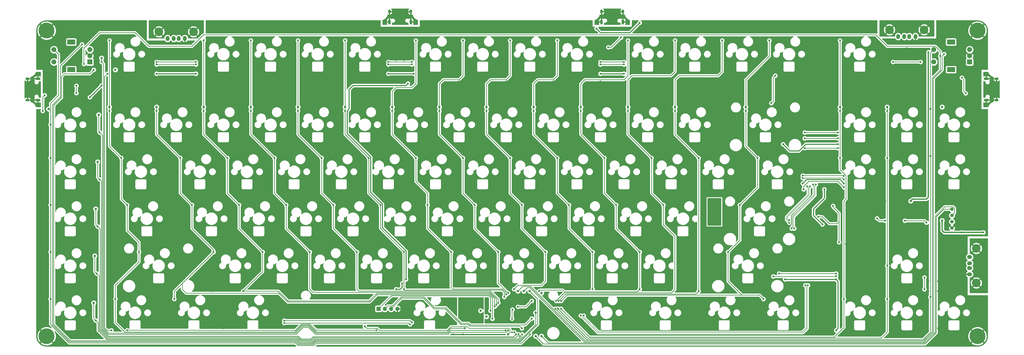
<source format=gtl>
%TF.GenerationSoftware,KiCad,Pcbnew,(5.1.10)-1*%
%TF.CreationDate,2021-11-05T09:14:13-04:00*%
%TF.ProjectId,custom_keyboard (f103_ fe2.1),63757374-6f6d-45f6-9b65-79626f617264,rev?*%
%TF.SameCoordinates,Original*%
%TF.FileFunction,Copper,L1,Top*%
%TF.FilePolarity,Positive*%
%FSLAX46Y46*%
G04 Gerber Fmt 4.6, Leading zero omitted, Abs format (unit mm)*
G04 Created by KiCad (PCBNEW (5.1.10)-1) date 2021-11-05 09:14:13*
%MOMM*%
%LPD*%
G01*
G04 APERTURE LIST*
%TA.AperFunction,ComponentPad*%
%ADD10C,1.000000*%
%TD*%
%TA.AperFunction,ComponentPad*%
%ADD11O,1.700000X1.700000*%
%TD*%
%TA.AperFunction,ComponentPad*%
%ADD12R,1.700000X1.700000*%
%TD*%
%TA.AperFunction,ComponentPad*%
%ADD13O,2.100000X1.000000*%
%TD*%
%TA.AperFunction,ComponentPad*%
%ADD14O,1.600000X1.000000*%
%TD*%
%TA.AperFunction,ComponentPad*%
%ADD15C,3.500000*%
%TD*%
%TA.AperFunction,ComponentPad*%
%ADD16O,1.500000X2.000000*%
%TD*%
%TA.AperFunction,ComponentPad*%
%ADD17O,1.000000X2.100000*%
%TD*%
%TA.AperFunction,ComponentPad*%
%ADD18O,1.000000X1.600000*%
%TD*%
%TA.AperFunction,ComponentPad*%
%ADD19O,2.000000X1.500000*%
%TD*%
%TA.AperFunction,ComponentPad*%
%ADD20R,2.000000X2.000000*%
%TD*%
%TA.AperFunction,ComponentPad*%
%ADD21C,2.000000*%
%TD*%
%TA.AperFunction,ComponentPad*%
%ADD22R,3.200000X2.000000*%
%TD*%
%TA.AperFunction,ComponentPad*%
%ADD23C,1.397000*%
%TD*%
%TA.AperFunction,ComponentPad*%
%ADD24C,6.400000*%
%TD*%
%TA.AperFunction,ViaPad*%
%ADD25C,0.800000*%
%TD*%
%TA.AperFunction,Conductor*%
%ADD26C,0.381000*%
%TD*%
%TA.AperFunction,Conductor*%
%ADD27C,0.250000*%
%TD*%
%TA.AperFunction,Conductor*%
%ADD28C,0.254000*%
%TD*%
%TA.AperFunction,Conductor*%
%ADD29C,0.200000*%
%TD*%
%TA.AperFunction,Conductor*%
%ADD30C,0.508000*%
%TD*%
%TA.AperFunction,Conductor*%
%ADD31C,0.100000*%
%TD*%
G04 APERTURE END LIST*
D10*
%TO.P,BOOT1,1*%
%TO.N,BOOT1*%
X279382400Y-265095800D03*
%TD*%
%TO.P,BOOT0,1*%
%TO.N,BOOT0*%
X265889500Y-281763500D03*
%TD*%
D11*
%TO.P,J1,4*%
%TO.N,GND*%
X221125300Y-271445400D03*
%TO.P,J1,3*%
%TO.N,SWCLK*%
X218585300Y-271445400D03*
%TO.P,J1,2*%
%TO.N,SWDIO*%
X216045300Y-271445400D03*
D12*
%TO.P,J1,1*%
%TO.N,KEYBOARD_RESET*%
X213505300Y-271445400D03*
%TD*%
D10*
%TO.P,X2,1*%
%TO.N,KEYBOARD_XTAL2*%
X254777700Y-272239100D03*
%TD*%
%TO.P,X1,1*%
%TO.N,KEYBOARD_XTAL1*%
X257158800Y-274620200D03*
%TD*%
%TO.P,BKL5,1*%
%TO.N,BKL_DATA_IN*%
X107149500Y-174614000D03*
%TD*%
%TO.P,5-7,1*%
%TO.N,PORT5-7PWR*%
X428598000Y-227791900D03*
%TD*%
%TO.P,1-4,1*%
%TO.N,PORT1-4_PWR*%
X441297200Y-235728900D03*
%TD*%
%TO.P,ENCB2,1*%
%TO.N,ENCODER_B2*%
X272239100Y-264302100D03*
%TD*%
%TO.P,COL1,1*%
%TO.N,COL1*%
X104768400Y-189694300D03*
%TD*%
%TO.P,COL2,1*%
%TO.N,COL2*%
X123817200Y-189694300D03*
%TD*%
%TO.P,COL14,1*%
%TO.N,COL14*%
X361927200Y-189694300D03*
%TD*%
%TO.P,KSDA1,1*%
%TO.N,KEYBOARD_SDA*%
X277001300Y-282557200D03*
%TD*%
%TO.P,KSCL1,1*%
%TO.N,KEYBOARD_SCL*%
X279382400Y-282557200D03*
%TD*%
%TO.P,BKL3,1*%
%TO.N,BKL_DATA_IN_3V3*%
X277001300Y-273032800D03*
%TD*%
%TO.P,COL11,1*%
%TO.N,COL11*%
X295256400Y-189694300D03*
%TD*%
%TO.P,COL10,1*%
%TO.N,COL10*%
X276207600Y-189694300D03*
%TD*%
%TO.P,COL9,1*%
%TO.N,COL9*%
X257158800Y-189694300D03*
%TD*%
%TO.P,COL8,1*%
%TO.N,COL8*%
X238110000Y-189694300D03*
%TD*%
%TO.P,COL7,1*%
%TO.N,COL7*%
X219061200Y-189694300D03*
%TD*%
%TO.P,COL6,1*%
%TO.N,COL6*%
X200012400Y-189694300D03*
%TD*%
%TO.P,COL5,1*%
%TO.N,COL5*%
X180963600Y-189694300D03*
%TD*%
%TO.P,COL4,1*%
%TO.N,COL4*%
X161914800Y-189694300D03*
%TD*%
%TO.P,ENCB1,1*%
%TO.N,ENCODER_B1*%
X274620200Y-264302100D03*
%TD*%
%TO.P,ENCA1,1*%
%TO.N,ENCODER_A*%
X269858000Y-264302100D03*
%TD*%
%TO.P,COL17,1*%
%TO.N,COL17*%
X441297200Y-189694300D03*
%TD*%
%TO.P,COL16,1*%
%TO.N,COL16*%
X419073600Y-189694300D03*
%TD*%
%TO.P,COL15,1*%
%TO.N,COL15*%
X400024800Y-189694300D03*
%TD*%
%TO.P,ROW0,1*%
%TO.N,ROT1_ROW*%
X101593600Y-169851800D03*
%TD*%
%TO.P,ROW1,1*%
%TO.N,ROW1*%
X100403050Y-192869100D03*
%TD*%
%TO.P,ROW2,1*%
%TO.N,ROW2*%
X100006200Y-211917900D03*
%TD*%
%TO.P,ROW3,1*%
%TO.N,ROW3*%
X99212500Y-230966700D03*
%TD*%
%TO.P,ROW4,1*%
%TO.N,ROW4*%
X98815650Y-250015500D03*
%TD*%
%TO.P,ROW5,1*%
%TO.N,ROW5*%
X98418800Y-269064300D03*
%TD*%
%TO.P,COL0,1*%
%TO.N,COL0*%
X80163700Y-190488000D03*
%TD*%
%TO.P,COL3,1*%
%TO.N,COL3*%
X142866000Y-189694300D03*
%TD*%
%TO.P,COL13,1*%
%TO.N,COL13*%
X333354000Y-189694300D03*
%TD*%
%TO.P,COL12,1*%
%TO.N,COL12*%
X314305200Y-189694300D03*
%TD*%
D13*
%TO.P,USB2,13*%
%TO.N,Earth*%
X75831900Y-186871000D03*
X75831900Y-178231000D03*
D14*
X71651900Y-186871000D03*
X71651900Y-178231000D03*
%TD*%
D15*
%TO.P,USB3,5*%
%TO.N,Earth*%
X124754200Y-159204800D03*
D16*
%TO.P,USB3,4*%
%TO.N,GND*%
X135254200Y-161914800D03*
%TO.P,USB3,3*%
%TO.N,Net-(D+3-Pad1)*%
X132754200Y-161914800D03*
%TO.P,USB3,2*%
%TO.N,Net-(D-3-Pad1)*%
X130754200Y-161914800D03*
D15*
%TO.P,USB3,5*%
%TO.N,Earth*%
X138754200Y-159204800D03*
D16*
%TO.P,USB3,1*%
%TO.N,Net-(D5-Pad2)*%
X128254200Y-161914800D03*
%TD*%
D15*
%TO.P,USB6,5*%
%TO.N,Earth*%
X420010600Y-158411100D03*
D16*
%TO.P,USB6,4*%
%TO.N,GND*%
X430510600Y-161121100D03*
%TO.P,USB6,3*%
%TO.N,Net-(D+6-Pad1)*%
X428010600Y-161121100D03*
%TO.P,USB6,2*%
%TO.N,Net-(D-6-Pad1)*%
X426010600Y-161121100D03*
D15*
%TO.P,USB6,5*%
%TO.N,Earth*%
X434010600Y-158411100D03*
D16*
%TO.P,USB6,1*%
%TO.N,Net-(D8-Pad2)*%
X423510600Y-161121100D03*
%TD*%
D17*
%TO.P,USB1,13*%
%TO.N,Earth*%
X217916000Y-155201900D03*
X226556000Y-155201900D03*
D18*
X217916000Y-151021900D03*
X226556000Y-151021900D03*
%TD*%
D15*
%TO.P,USB4,5*%
%TO.N,Earth*%
X455119000Y-246984000D03*
D19*
%TO.P,USB4,4*%
%TO.N,GND*%
X452409000Y-257484000D03*
%TO.P,USB4,3*%
%TO.N,Net-(D+4-Pad1)*%
X452409000Y-254984000D03*
%TO.P,USB4,2*%
%TO.N,Net-(D-4-Pad1)*%
X452409000Y-252984000D03*
D15*
%TO.P,USB4,5*%
%TO.N,Earth*%
X455119000Y-260984000D03*
D19*
%TO.P,USB4,1*%
%TO.N,Net-(D7-Pad2)*%
X452409000Y-250484000D03*
%TD*%
D13*
%TO.P,USB7,13*%
%TO.N,Earth*%
X459121900Y-178231000D03*
X459121900Y-186871000D03*
D14*
X463301900Y-178231000D03*
X463301900Y-186871000D03*
%TD*%
D20*
%TO.P,ROT1,A*%
%TO.N,Net-(C8-Pad2)*%
X96831400Y-171439200D03*
D21*
%TO.P,ROT1,C*%
%TO.N,GND*%
X96831400Y-168939200D03*
%TO.P,ROT1,B*%
%TO.N,Net-(C9-Pad1)*%
X96831400Y-166439200D03*
D22*
%TO.P,ROT1,MP*%
%TO.N,N/C*%
X89331400Y-174539200D03*
X89331400Y-163339200D03*
D21*
%TO.P,ROT1,S2*%
%TO.N,Net-(D3-Pad2)*%
X82331400Y-171439200D03*
%TO.P,ROT1,S1*%
%TO.N,COL0*%
X82331400Y-166439200D03*
%TD*%
D20*
%TO.P,ROT2,A*%
%TO.N,Net-(C10-Pad2)*%
X452409000Y-171439200D03*
D21*
%TO.P,ROT2,C*%
%TO.N,GND*%
X452409000Y-168939200D03*
%TO.P,ROT2,B*%
%TO.N,Net-(C11-Pad1)*%
X452409000Y-166439200D03*
D22*
%TO.P,ROT2,MP*%
%TO.N,N/C*%
X444909000Y-174539200D03*
X444909000Y-163339200D03*
D21*
%TO.P,ROT2,S2*%
%TO.N,Net-(D4-Pad2)*%
X437909000Y-171439200D03*
%TO.P,ROT2,S1*%
%TO.N,COL17*%
X437909000Y-166439200D03*
%TD*%
D17*
%TO.P,USB5,13*%
%TO.N,Earth*%
X303635600Y-155201900D03*
X312275600Y-155201900D03*
D18*
X303635600Y-151021900D03*
X312275600Y-151021900D03*
%TD*%
D23*
%TO.P,OL1,4*%
%TO.N,GND*%
X445265700Y-238745200D03*
%TO.P,OL1,3*%
%TO.N,+5V*%
X445265700Y-236205200D03*
%TO.P,OL1,2*%
%TO.N,KEYBOARD_SCL*%
X445265700Y-233665200D03*
%TO.P,OL1,1*%
%TO.N,KEYBOARD_SDA*%
X445265700Y-231125200D03*
%TD*%
D24*
%TO.P,H1,1*%
%TO.N,GND*%
X79370000Y-158740000D03*
%TD*%
%TO.P,H2,1*%
%TO.N,GND*%
X79370000Y-282557200D03*
%TD*%
%TO.P,H3,1*%
%TO.N,GND*%
X455583800Y-158740000D03*
%TD*%
%TO.P,H4,1*%
%TO.N,GND*%
X455583800Y-282557200D03*
%TD*%
D25*
%TO.N,GND*%
X141675450Y-239300550D03*
X260333600Y-260333600D03*
X348434300Y-277001300D03*
X324623300Y-277001300D03*
X383357100Y-222236000D03*
X266683200Y-255968250D03*
X99212500Y-173026600D03*
X306765050Y-170248650D03*
X309146150Y-170248650D03*
X306765050Y-173423450D03*
X309146150Y-173423450D03*
X435741300Y-264302100D03*
X439709800Y-264302100D03*
X375420100Y-251602900D03*
X174614000Y-278588700D03*
X353990200Y-263508400D03*
X440503500Y-250809200D03*
X430979100Y-251602900D03*
X83338500Y-222236000D03*
X396850000Y-179376200D03*
X296050100Y-267476900D03*
X146040800Y-260333600D03*
X117467600Y-260333600D03*
X361133500Y-241284800D03*
X83338500Y-241284800D03*
X83338500Y-260333600D03*
X83338500Y-275413900D03*
X146040800Y-264302100D03*
X126992000Y-263508400D03*
X98418800Y-260333600D03*
X83338500Y-203187200D03*
X84925900Y-263508400D03*
X84925900Y-244459600D03*
X84925900Y-225410800D03*
X84925900Y-206362000D03*
X303193400Y-179376200D03*
X284144600Y-179376200D03*
X265095800Y-179376200D03*
X246047000Y-179376200D03*
X198425000Y-179376200D03*
X179376200Y-179376200D03*
X160327400Y-179376200D03*
X141278600Y-179376200D03*
X105562100Y-169851800D03*
X203584050Y-172629750D03*
X146437650Y-172629750D03*
X358355550Y-258349350D03*
X363117750Y-239300550D03*
X422645250Y-258349350D03*
X120245550Y-258349350D03*
X108340050Y-172629750D03*
X441694050Y-277398150D03*
X422645250Y-277398150D03*
X403596450Y-277398150D03*
X158343150Y-277398150D03*
X284541450Y-258349350D03*
X303590250Y-258349350D03*
X322639050Y-258349350D03*
X371451600Y-260333600D03*
X246443850Y-258349350D03*
X227395050Y-258349350D03*
X208346250Y-258349350D03*
X189297450Y-258349350D03*
X170248650Y-258349350D03*
X151199850Y-258349350D03*
X251206050Y-220251750D03*
X246047000Y-222236000D03*
X232157250Y-220251750D03*
X226998200Y-222236000D03*
X213108450Y-220251750D03*
X207949400Y-222236000D03*
X194059650Y-220251750D03*
X188900600Y-222236000D03*
X175010850Y-220251750D03*
X169851800Y-222236000D03*
X155962050Y-220251750D03*
X150803000Y-222236000D03*
X136913250Y-220251750D03*
X131754200Y-222236000D03*
X113102250Y-220251750D03*
X109927450Y-240887950D03*
X115483350Y-239300550D03*
X129373100Y-241284800D03*
X360339800Y-222236000D03*
X265095800Y-222236000D03*
X270254850Y-220251750D03*
X284144600Y-222236000D03*
X289303650Y-220251750D03*
X303193400Y-222236000D03*
X308352450Y-220251750D03*
X322242200Y-222236000D03*
X327401250Y-220251750D03*
X346450050Y-220251750D03*
X341291000Y-222236000D03*
X370261050Y-220251750D03*
X417486200Y-222236000D03*
X422645250Y-220251750D03*
X439709800Y-222236000D03*
X441694050Y-220251750D03*
X453996400Y-206362000D03*
X455583800Y-203187200D03*
X441694050Y-201202950D03*
X439709800Y-203187200D03*
X422645250Y-201202950D03*
X417486200Y-203187200D03*
X146437650Y-201202950D03*
X378991750Y-203187200D03*
X365498850Y-201202950D03*
X350815400Y-203187200D03*
X336925650Y-201202950D03*
X331766600Y-203187200D03*
X317876850Y-201202950D03*
X312717800Y-203187200D03*
X298828050Y-201202950D03*
X293669000Y-203187200D03*
X279779250Y-201202950D03*
X274620200Y-203187200D03*
X260730450Y-201202950D03*
X255571400Y-203187200D03*
X241681650Y-201202950D03*
X236522600Y-203187200D03*
X222632850Y-201202950D03*
X203584050Y-201202950D03*
X217473800Y-203187200D03*
X198425000Y-203187200D03*
X184535250Y-201202950D03*
X179376200Y-203187200D03*
X165486450Y-201202950D03*
X160327400Y-203187200D03*
X141278600Y-203187200D03*
X127388850Y-201202950D03*
X122229800Y-203187200D03*
X108340050Y-201202950D03*
X403596450Y-172629750D03*
X375023250Y-172629750D03*
X198425000Y-174614000D03*
X184535250Y-172629750D03*
X179376200Y-174614000D03*
X165486450Y-172629750D03*
X160327400Y-174614000D03*
X331766600Y-174614000D03*
X317876850Y-172629750D03*
X350815400Y-174614000D03*
X336925650Y-172629750D03*
X369864200Y-174614000D03*
X355974450Y-172629750D03*
X284144600Y-174614000D03*
X289303650Y-172629750D03*
X265095800Y-174614000D03*
X270254850Y-172629750D03*
X251206050Y-172629750D03*
X232157250Y-172629750D03*
X246047000Y-174614000D03*
X110721150Y-277398150D03*
X134532150Y-277398150D03*
X373832700Y-254777700D03*
X160724250Y-239300550D03*
X179773050Y-239300550D03*
X198821850Y-239300550D03*
X217870650Y-239300550D03*
X236919450Y-239300550D03*
X255968250Y-239300550D03*
X275017050Y-239300550D03*
X294065850Y-239300550D03*
X313114650Y-239300550D03*
X332163450Y-239300550D03*
X403199600Y-250809200D03*
X439709800Y-279382400D03*
X417486200Y-279382400D03*
X388913000Y-279382400D03*
X365102000Y-278985550D03*
X341291000Y-279382400D03*
X317480000Y-279382400D03*
X150803000Y-279382400D03*
X98418800Y-279382400D03*
X98418800Y-222236000D03*
X346053200Y-241284800D03*
X327004400Y-241284800D03*
X307955600Y-241284800D03*
X288906800Y-241284800D03*
X269858000Y-241284800D03*
X250809200Y-241284800D03*
X231760400Y-241284800D03*
X212711600Y-241284800D03*
X193662800Y-241284800D03*
X174614000Y-241284800D03*
X155565200Y-241284800D03*
X136516400Y-241284800D03*
X98418800Y-241284800D03*
X133341600Y-260333600D03*
X165089600Y-260333600D03*
X336528800Y-260333600D03*
X317480000Y-260333600D03*
X298431200Y-260333600D03*
X222236000Y-260333600D03*
X203187200Y-260333600D03*
X184138400Y-260333600D03*
X246047000Y-158740000D03*
X284144600Y-158740000D03*
X160327400Y-158740000D03*
X198425000Y-158740000D03*
X331766600Y-158740000D03*
X369864200Y-158740000D03*
X398437400Y-158740000D03*
X438122400Y-169058100D03*
X384944500Y-203980900D03*
X357165000Y-260333600D03*
X395262600Y-238110000D03*
X230173000Y-174614000D03*
X412724000Y-230173000D03*
X411930300Y-240491100D03*
X402405900Y-245253300D03*
X417486200Y-246047000D03*
X421454700Y-246047000D03*
X425423200Y-246047000D03*
X415105100Y-253190300D03*
X433360200Y-228585600D03*
X288906800Y-282557200D03*
X442090900Y-283350900D03*
X79370000Y-186519500D03*
X80213900Y-179326000D03*
X303987100Y-157946300D03*
X406374400Y-239697400D03*
X434153900Y-186519500D03*
X441297200Y-186519500D03*
X423835800Y-186519500D03*
X434153900Y-181757300D03*
X447646800Y-235728900D03*
X435741300Y-260333600D03*
X439709800Y-260333600D03*
X228585600Y-277795000D03*
X243665900Y-277001300D03*
X363514600Y-203187200D03*
X98815650Y-185328950D03*
X372245300Y-277001300D03*
X87307000Y-189694300D03*
X427010600Y-165883300D03*
X289700500Y-272239100D03*
X316686300Y-155565200D03*
X448440500Y-155565200D03*
X447646800Y-229379300D03*
X442884600Y-233347800D03*
X439709800Y-227791900D03*
X447646800Y-232157250D03*
X283350900Y-277001300D03*
X265492650Y-258349350D03*
X274620200Y-266683200D03*
X269064300Y-271445400D03*
X265889500Y-273032800D03*
X98418800Y-203187200D03*
X388913000Y-174614000D03*
X266683200Y-263508400D03*
X280969800Y-265889500D03*
X224617100Y-273826500D03*
X219854900Y-267476900D03*
X389706700Y-261127300D03*
X403596450Y-220251750D03*
X403596450Y-201202950D03*
X355577600Y-235728900D03*
X366689400Y-230173000D03*
X404787000Y-217473800D03*
X404787000Y-198425000D03*
X262714700Y-277001300D03*
X397643700Y-240491100D03*
X85719600Y-218267500D03*
X85719600Y-199218700D03*
X85719600Y-237316300D03*
X85719600Y-256365100D03*
X85719600Y-275413900D03*
X241284800Y-260333600D03*
X275413900Y-277001300D03*
X286922550Y-265095800D03*
X448440500Y-252396600D03*
X247634400Y-281763500D03*
X243665900Y-281763500D03*
X260730450Y-254777700D03*
X188900600Y-278588700D03*
X204774600Y-278588700D03*
X220648600Y-170645500D03*
X220648600Y-177788800D03*
X223823400Y-177788800D03*
X223823400Y-170645500D03*
X86910150Y-180566750D03*
X92862900Y-185725800D03*
X223823400Y-165089600D03*
X226998200Y-163502200D03*
X303193400Y-174614000D03*
X217473800Y-174614000D03*
X449234200Y-169058100D03*
X279382400Y-260333600D03*
X226204500Y-260333600D03*
X424629500Y-227791900D03*
X281366650Y-279779250D03*
X207155700Y-273032800D03*
X219061200Y-274620200D03*
X412724000Y-226204500D03*
X388119300Y-240491100D03*
X444868850Y-226204500D03*
X391690950Y-249221800D03*
X132547900Y-278588700D03*
X232554100Y-177788800D03*
X124610900Y-169851800D03*
X124610900Y-177788800D03*
X138897500Y-169851800D03*
X138897500Y-177788800D03*
X131754200Y-184138400D03*
X430979100Y-181757300D03*
X122229800Y-192075400D03*
X141278600Y-192075400D03*
X160327400Y-192075400D03*
X179376200Y-192075400D03*
X198425000Y-192075400D03*
X217473800Y-192075400D03*
X236522600Y-192075400D03*
X255571400Y-192075400D03*
X274620200Y-192075400D03*
X293669000Y-192075400D03*
X312717800Y-192075400D03*
X331766600Y-192075400D03*
X350815400Y-192075400D03*
X379388600Y-192075400D03*
X300812300Y-277398150D03*
X292875300Y-283350900D03*
X384944500Y-265889500D03*
X417486200Y-174614000D03*
X234141500Y-267476900D03*
X441297200Y-181757300D03*
X97228250Y-183741550D03*
X98418800Y-181757300D03*
X141278600Y-182947850D03*
X144453400Y-182947850D03*
X141278600Y-185328950D03*
X144453400Y-185328950D03*
X163502200Y-185328950D03*
X160327400Y-185328950D03*
X160327400Y-182947850D03*
X163502200Y-182947850D03*
X182551000Y-182947850D03*
X182551000Y-185328950D03*
X179376200Y-185328950D03*
X179376200Y-182947850D03*
X217473800Y-185328950D03*
X220648600Y-185328950D03*
X239697400Y-185328950D03*
X236522600Y-185328950D03*
X258746200Y-185328950D03*
X255571400Y-185328950D03*
X277795000Y-185328950D03*
X296843800Y-185328950D03*
X274620200Y-185328950D03*
X293669000Y-185328950D03*
X331766600Y-185328950D03*
X315892600Y-185328950D03*
X334941400Y-185328950D03*
X312717800Y-185328950D03*
X360339800Y-185328950D03*
X363514600Y-185328950D03*
X371451600Y-185328950D03*
X374626400Y-185328950D03*
X217473800Y-182947850D03*
X220648600Y-182947850D03*
X236522600Y-182947850D03*
X239697400Y-182947850D03*
X255571400Y-182947850D03*
X277795000Y-182947850D03*
X274620200Y-182947850D03*
X258746200Y-182947850D03*
X296843800Y-182947850D03*
X293669000Y-182947850D03*
X312717800Y-182947850D03*
X334941400Y-182947850D03*
X315892600Y-182947850D03*
X331766600Y-182947850D03*
X360339800Y-182947850D03*
X363514600Y-182947850D03*
X371451600Y-182947850D03*
X374626400Y-182947850D03*
X402009050Y-185725800D03*
X398834250Y-185725800D03*
X402009050Y-180169900D03*
X398834250Y-180169900D03*
X374626400Y-179773050D03*
X331766600Y-179773050D03*
X371451600Y-179773050D03*
X315892600Y-179773050D03*
X334941400Y-179773050D03*
X312717800Y-179773050D03*
X360339800Y-179773050D03*
X363514600Y-179773050D03*
X398437400Y-182947850D03*
X401612200Y-182947850D03*
X420264150Y-182947850D03*
X417089350Y-182947850D03*
X394072050Y-260730450D03*
X392087800Y-255571400D03*
X388913000Y-255571400D03*
X198425000Y-185328950D03*
X203187200Y-185328950D03*
X198425000Y-182947850D03*
X203187200Y-182947850D03*
X101196750Y-184535250D03*
X106355800Y-184535250D03*
X378594900Y-231760400D03*
X384547650Y-225807650D03*
X387325600Y-230966700D03*
X378594900Y-238903700D03*
X346846900Y-230173000D03*
X346846900Y-236919450D03*
X351609100Y-230173000D03*
X243665900Y-268270600D03*
X417486200Y-192075400D03*
X150803000Y-211124200D03*
X169851800Y-211124200D03*
X188900600Y-211124200D03*
X207949400Y-211124200D03*
X226998200Y-211124200D03*
X246047000Y-211124200D03*
X265095800Y-211124200D03*
X284144600Y-211124200D03*
X303193400Y-211124200D03*
X322242200Y-211124200D03*
X341291000Y-211124200D03*
X360339800Y-211124200D03*
X417486200Y-211124200D03*
X455583800Y-192075400D03*
X455583800Y-211124200D03*
X141278600Y-163502200D03*
X160327400Y-163502200D03*
X179376200Y-163502200D03*
X198425000Y-163502200D03*
X217473800Y-163502200D03*
X246047000Y-163502200D03*
X265095800Y-163502200D03*
X284144600Y-163502200D03*
X303193400Y-163502200D03*
X312717800Y-163502200D03*
X331766600Y-163502200D03*
X350815400Y-163502200D03*
X369864200Y-163502200D03*
X398437400Y-163502200D03*
X136516400Y-230173000D03*
X155565200Y-230173000D03*
X174614000Y-230173000D03*
X193662800Y-230173000D03*
X212711600Y-230173000D03*
X231760400Y-230173000D03*
X250809200Y-230173000D03*
X269858000Y-230173000D03*
X288906800Y-230173000D03*
X307955600Y-230173000D03*
X327004400Y-230173000D03*
X317480000Y-249221800D03*
X298431200Y-249221800D03*
X279382400Y-249221800D03*
X260333600Y-249221800D03*
X241284800Y-249221800D03*
X222236000Y-249221800D03*
X203187200Y-249221800D03*
X184138400Y-249221800D03*
X165089600Y-249221800D03*
X134135300Y-249221800D03*
X129373100Y-230173000D03*
X126992000Y-211124200D03*
X384150800Y-211124200D03*
X124610900Y-268270600D03*
X148421900Y-268270600D03*
X172232900Y-268270600D03*
X338909900Y-268270600D03*
X362720900Y-268270600D03*
X417486200Y-268270600D03*
X455583800Y-268270600D03*
X315098900Y-268270600D03*
X98418800Y-266683200D03*
X98418800Y-247634400D03*
X98418800Y-228585600D03*
X98418800Y-209536800D03*
X98418800Y-190488000D03*
X103181000Y-163502200D03*
X95244000Y-158740000D03*
X336528800Y-249221800D03*
X399172300Y-221501100D03*
X428201150Y-230173000D03*
X430979100Y-230966700D03*
X249221800Y-271445400D03*
X253190300Y-269858000D03*
X253190300Y-273826500D03*
X418279900Y-227791900D03*
X382563400Y-234935200D03*
%TO.N,+3V3*%
X399627950Y-244459600D03*
X414989297Y-234819397D03*
X418279900Y-235728900D03*
X434947600Y-236522600D03*
X267476900Y-275413900D03*
X267629898Y-271782800D03*
X397218900Y-229748200D03*
X391294100Y-234141500D03*
X426216900Y-235728900D03*
%TO.N,Earth*%
X129769950Y-157946300D03*
X133738450Y-157946300D03*
X425026350Y-157946300D03*
X428994850Y-157946300D03*
X222236000Y-152390400D03*
X220648600Y-151596700D03*
X223823400Y-151596700D03*
X306368200Y-151596700D03*
X309543000Y-151596700D03*
X427010600Y-157152600D03*
X462727100Y-180963600D03*
X462727100Y-184138400D03*
X71433000Y-184138400D03*
X71433000Y-180963600D03*
X455583800Y-255571400D03*
X455583800Y-252396600D03*
X461933400Y-182551000D03*
X307955600Y-152390400D03*
X131754200Y-157152600D03*
X72226700Y-182551000D03*
X456377500Y-253984000D03*
%TO.N,KEYBOARD_RESET*%
X258746200Y-272239100D03*
%TO.N,COL2*%
X123817200Y-191281700D03*
X133341600Y-210330500D03*
X138103800Y-229379300D03*
X130960500Y-267476900D03*
X259557769Y-275485740D03*
X146834500Y-248428100D03*
%TO.N,COL1*%
X107149500Y-267476900D03*
X116673900Y-248428100D03*
X111911700Y-229379300D03*
X109530600Y-210330500D03*
X104768400Y-191281700D03*
X104768400Y-162708500D03*
X248428100Y-279382400D03*
%TO.N,COL3*%
X166677000Y-248428100D03*
X157152600Y-229379300D03*
X152390400Y-210330500D03*
X142866000Y-191281700D03*
X142866000Y-162708500D03*
X158740000Y-264302100D03*
X260449403Y-270535897D03*
%TO.N,ROW2*%
X100799900Y-219061200D03*
X384944500Y-217473800D03*
X269082394Y-281788020D03*
X401496397Y-217589603D03*
%TO.N,ROW4*%
X375420100Y-257158800D03*
X99609350Y-257158800D03*
X270661666Y-282571206D03*
X398437400Y-257158800D03*
%TO.N,ROT1_ROW*%
X421454700Y-171439200D03*
X101593600Y-171439200D03*
X226998200Y-171439200D03*
X217473800Y-171439200D03*
X432566500Y-171439200D03*
X123817200Y-171439200D03*
X139691200Y-171439200D03*
X303193400Y-171439200D03*
X312717800Y-171439200D03*
X264876846Y-280163449D03*
%TO.N,ROW3*%
X100006200Y-238110000D03*
X270081897Y-281756422D03*
%TO.N,ROW5*%
X175407700Y-276207600D03*
X99212500Y-276207600D03*
X226998200Y-277001300D03*
X271531898Y-281763500D03*
%TO.N,DOUT1*%
X373832700Y-176995100D03*
X372245300Y-188106900D03*
%TO.N,DOUT2*%
X399231100Y-206362000D03*
X385738200Y-206362000D03*
%TO.N,DOUT3*%
X401612200Y-222236000D03*
X385341350Y-223029700D03*
%TO.N,DOUT5*%
X434154726Y-263553870D03*
X434153900Y-258746200D03*
%TO.N,COL0*%
X80957400Y-210330500D03*
X80957400Y-229379300D03*
X80957400Y-248428100D03*
X80957400Y-267476900D03*
X80957400Y-196837600D03*
X274730350Y-281873650D03*
%TO.N,COL4*%
X161914800Y-162708500D03*
X161914800Y-191281700D03*
X171439200Y-210330500D03*
X176201400Y-229379300D03*
X185725800Y-248428100D03*
X261156511Y-269828789D03*
%TO.N,COL5*%
X204774600Y-248428100D03*
X195250200Y-229379300D03*
X190488000Y-210330500D03*
X180963600Y-191281700D03*
X180963600Y-162708500D03*
X261921000Y-269064300D03*
%TO.N,COL6*%
X223823400Y-248428100D03*
X214299000Y-229379300D03*
X209536800Y-210330500D03*
X200012400Y-191281700D03*
X200012400Y-162708500D03*
X223823400Y-263508400D03*
X264302100Y-266683200D03*
%TO.N,COL7*%
X242872200Y-248428100D03*
X233347800Y-229379300D03*
X228585600Y-210330500D03*
X219061200Y-191281700D03*
X228585600Y-162708500D03*
X265108451Y-265670546D03*
%TO.N,COL8*%
X261921000Y-248428100D03*
X252396600Y-229379300D03*
X247634400Y-210330500D03*
X238110000Y-191281700D03*
X247634400Y-162708500D03*
X265913884Y-265077857D03*
%TO.N,KEYBOARD_SDA*%
X267476900Y-280969800D03*
%TO.N,KEYBOARD_SCL*%
X268488619Y-280983387D03*
%TO.N,ENCODER_A*%
X94450300Y-172232900D03*
X440503500Y-169058100D03*
%TO.N,ENCODER_B1*%
X93656600Y-164295900D03*
%TO.N,KEYBOARD_D+*%
X386006900Y-261921000D03*
X296446950Y-274223350D03*
%TO.N,KEYBOARD_D-*%
X387056900Y-261921000D03*
X295256400Y-274223350D03*
%TO.N,BOOT0*%
X207949400Y-278588700D03*
%TO.N,COL17*%
X436535000Y-190488000D03*
X436535000Y-209536800D03*
X436535000Y-266683200D03*
X284967503Y-271416197D03*
%TO.N,COL16*%
X419073600Y-267476900D03*
X419073600Y-210330500D03*
X419073600Y-191281700D03*
X419073600Y-253984000D03*
X286011820Y-271409324D03*
%TO.N,ROW1*%
X100799900Y-200012400D03*
X265889500Y-280176100D03*
X399231100Y-200012400D03*
X385738200Y-200012400D03*
%TO.N,COL9*%
X280969800Y-248428100D03*
X271445400Y-229379300D03*
X266683200Y-210330500D03*
X257158800Y-191281700D03*
X266683200Y-162708500D03*
X268270600Y-263508400D03*
%TO.N,COL10*%
X285732000Y-162708500D03*
X276207600Y-191281700D03*
X285732000Y-210330500D03*
X290494200Y-229379300D03*
X300018600Y-248428100D03*
X300018600Y-263508400D03*
%TO.N,COL11*%
X319067400Y-248428100D03*
X309543000Y-229379300D03*
X304780800Y-210330500D03*
X295256400Y-191281700D03*
X314305200Y-162708500D03*
X319067400Y-263508400D03*
X278369746Y-264289449D03*
%TO.N,COL12*%
X333354000Y-162708500D03*
X314305200Y-191281700D03*
X323829600Y-210330500D03*
X328591800Y-229379300D03*
X285283210Y-268256179D03*
%TO.N,COL13*%
X342878400Y-210330500D03*
X333354000Y-191281700D03*
X352402800Y-162708500D03*
X342878400Y-264302100D03*
X286306746Y-268257949D03*
%TO.N,COL14*%
X354783900Y-248428100D03*
X359546100Y-229379300D03*
X361927200Y-191281700D03*
X366689400Y-210330500D03*
X371451600Y-162708500D03*
X369070500Y-267476900D03*
X287319400Y-268270600D03*
%TO.N,COL15*%
X287319400Y-271445400D03*
X401612200Y-267476900D03*
X400024800Y-162708500D03*
X400024800Y-191281700D03*
X400024800Y-210330500D03*
%TO.N,ENCODER_B2*%
X442090900Y-168264400D03*
%TO.N,BKL_DATA_IN_3V3*%
X98418800Y-174614000D03*
%TO.N,Net-(MX1-Pad5)*%
X123817200Y-172439203D03*
X139691200Y-172439203D03*
%TO.N,Net-(MX5-Pad5)*%
X226998200Y-172439203D03*
X217473800Y-172439203D03*
%TO.N,Net-(MX10-Pad4)*%
X303193400Y-172439203D03*
X312717800Y-172439203D03*
%TO.N,Net-(MX29-Pad5)*%
X399231100Y-202393500D03*
X385738200Y-202393500D03*
%TO.N,Net-(MX47-Pad5)*%
X384944500Y-218473803D03*
X401612200Y-219061200D03*
%TO.N,Net-(MX77-Pad5)*%
X373039000Y-258349350D03*
X398437400Y-258158803D03*
%TO.N,Net-(MX82-Pad5)*%
X175407700Y-277207603D03*
X226204500Y-277795000D03*
%TO.N,Net-(C6-Pad1)*%
X91391303Y-181079403D03*
X91391303Y-184022597D03*
%TO.N,PORT1-4_PWR*%
X457964900Y-240491100D03*
X449234200Y-240491100D03*
%TO.N,PORT5-7PWR*%
X319067400Y-155565200D03*
X301606000Y-157946300D03*
X435741300Y-167470700D03*
%TO.N,Net-(D1-Pad2)*%
X78576300Y-184932100D03*
X77782600Y-191281700D03*
%TO.N,+5V*%
X377007500Y-204774600D03*
X217473800Y-176201400D03*
X393675200Y-223029700D03*
X377801200Y-259539900D03*
X392925200Y-237272600D03*
X96831400Y-185725800D03*
X101593600Y-180963600D03*
X399231100Y-204774600D03*
X303193400Y-176201400D03*
X312717800Y-176201400D03*
X123817200Y-176201400D03*
X139691200Y-176201400D03*
X225410800Y-180169900D03*
X223029700Y-261127300D03*
X220648600Y-263508400D03*
X224617100Y-259539900D03*
X401610405Y-220650395D03*
X227791900Y-176201400D03*
X384944500Y-220648600D03*
X398437400Y-259539900D03*
X398437400Y-280176100D03*
%TO.N,SWCLK*%
X271445400Y-279382400D03*
%TO.N,SWDIO*%
X275413900Y-275413900D03*
%TO.N,BOOT1*%
X269858000Y-270651700D03*
X275413900Y-268270600D03*
%TO.N,KEYBOARD_5V*%
X212711600Y-280138480D03*
X103974700Y-176201400D03*
X111911700Y-280138480D03*
X105562100Y-280176100D03*
%TO.N,Net-(C17-Pad1)*%
X311527250Y-161517950D03*
X306368200Y-165486450D03*
%TO.N,Net-(C30-Pad1)*%
X450821600Y-184138400D03*
X449234200Y-177788800D03*
%TO.N,Net-(D+2-Pad1)*%
X379526000Y-235600750D03*
X387850600Y-221898600D03*
%TO.N,Net-(D+3-Pad1)*%
X390231700Y-221104900D03*
X381501000Y-238903700D03*
%TO.N,Net-(D-2-Pad1)*%
X379526000Y-236650750D03*
X386800600Y-221898600D03*
%TO.N,Net-(D-3-Pad1)*%
X389181700Y-221104900D03*
X380451000Y-238903700D03*
%TD*%
D26*
%TO.N,GND*%
X315098900Y-157946300D02*
X317480000Y-155565200D01*
X303987100Y-157946300D02*
X315098900Y-157946300D01*
D27*
X266683200Y-263508400D02*
X266683200Y-255968250D01*
X260730450Y-259936750D02*
X260333600Y-260333600D01*
X260730450Y-254777700D02*
X260730450Y-259936750D01*
X412724000Y-230173000D02*
X412724000Y-226204500D01*
X300812300Y-277398150D02*
X302002850Y-276207600D01*
X300812300Y-277398150D02*
X303590250Y-280176100D01*
X303590250Y-280176100D02*
X384150800Y-280176100D01*
X384944500Y-265889500D02*
X384944500Y-279382400D01*
X384944500Y-279382400D02*
X384150800Y-280176100D01*
X380325990Y-233600960D02*
X380325990Y-237172610D01*
X388575601Y-225351349D02*
X380325990Y-233600960D01*
X380325990Y-237172610D02*
X379388600Y-238110000D01*
X383357100Y-234935200D02*
X387325600Y-230966700D01*
X382563400Y-234935200D02*
X383357100Y-234935200D01*
X379388600Y-238110000D02*
X378594900Y-238903700D01*
X230569850Y-275810750D02*
X242475350Y-275810750D01*
X243665900Y-277001300D02*
X242475350Y-275810750D01*
X230569850Y-275810750D02*
X228585600Y-277795000D01*
X302399700Y-275810750D02*
X323432750Y-275810750D01*
X324623300Y-277001300D02*
X323432750Y-275810750D01*
X302399700Y-275810750D02*
X302002850Y-276207600D01*
X323432750Y-275810750D02*
X347243750Y-275810750D01*
X348434300Y-277001300D02*
X347243750Y-275810750D01*
X347243750Y-275810750D02*
X371054750Y-275810750D01*
X372245300Y-277001300D02*
X371054750Y-275810750D01*
X378594900Y-231760400D02*
X384547650Y-225807650D01*
%TO.N,+3V3*%
X399627950Y-244459600D02*
X399627950Y-236125750D01*
X398834250Y-236919450D02*
X399627950Y-236125750D01*
X395659450Y-236919450D02*
X398834250Y-236919450D01*
X415898800Y-235728900D02*
X418279900Y-235728900D01*
X414989297Y-234819397D02*
X415898800Y-235728900D01*
X434153900Y-235728900D02*
X434947600Y-236522600D01*
X267476900Y-271935798D02*
X267629898Y-271782800D01*
X267476900Y-275413900D02*
X267476900Y-271935798D01*
X397218900Y-230262598D02*
X397218900Y-229748200D01*
X399627950Y-232671648D02*
X397218900Y-230262598D01*
X399627950Y-236125750D02*
X399627950Y-232671648D01*
X392881500Y-234141500D02*
X391294100Y-234141500D01*
X395659450Y-236919450D02*
X392881500Y-234141500D01*
X434153900Y-235728900D02*
X426216900Y-235728900D01*
%TO.N,KEYBOARD_RESET*%
X218822901Y-266127799D02*
X251047499Y-266127799D01*
X213505300Y-271445400D02*
X218822901Y-266127799D01*
X258746200Y-272239100D02*
X258746200Y-266847740D01*
X258026259Y-266127799D02*
X258746200Y-266847740D01*
X251047499Y-266127799D02*
X258026259Y-266127799D01*
%TO.N,COL2*%
X130960500Y-264395426D02*
X130960500Y-267476900D01*
X138103800Y-238903700D02*
X138103800Y-229379300D01*
X138103800Y-229379300D02*
X133341600Y-224617100D01*
X133341600Y-224617100D02*
X133341600Y-210330500D01*
X133341600Y-210330500D02*
X123817200Y-200806100D01*
X123817200Y-200806100D02*
X123817200Y-191281700D01*
D28*
X123817200Y-189694300D02*
X123817200Y-191281700D01*
D27*
X134181963Y-261173963D02*
X130960500Y-264395426D01*
X146834500Y-247634400D02*
X138103800Y-238903700D01*
X146682738Y-248673188D02*
X134181963Y-261173963D01*
X146834500Y-248521426D02*
X146682738Y-248673188D01*
X146834500Y-248428100D02*
X146834500Y-248521426D01*
X146834500Y-247634400D02*
X146834500Y-248428100D01*
X134181963Y-263555063D02*
X134181963Y-261173963D01*
X135722700Y-265095800D02*
X134181963Y-263555063D01*
X173183890Y-265095800D02*
X135722700Y-265095800D01*
X176808699Y-268720609D02*
X173183890Y-265095800D01*
X209880491Y-268720609D02*
X176808699Y-268720609D01*
X258212659Y-265677789D02*
X212923311Y-265677789D01*
X259557769Y-267022899D02*
X258212659Y-265677789D01*
X212923311Y-265677789D02*
X209880491Y-268720609D01*
X259557769Y-275485740D02*
X259557769Y-267022899D01*
%TO.N,COL1*%
X104768400Y-162708500D02*
X104768400Y-191281700D01*
X104768400Y-205568300D02*
X104768400Y-191281700D01*
X109530600Y-210330500D02*
X104768400Y-205568300D01*
X109530600Y-210330500D02*
X109530600Y-226998200D01*
X109530600Y-226998200D02*
X111911700Y-229379300D01*
X111911700Y-229379300D02*
X111911700Y-239697400D01*
X116673900Y-244459600D02*
X116673900Y-248428100D01*
X111911700Y-239697400D02*
X116673900Y-244459600D01*
X107149500Y-261921000D02*
X116673900Y-252396600D01*
X107149500Y-267476900D02*
X107149500Y-261921000D01*
X116673900Y-252396600D02*
X116673900Y-248428100D01*
X107149500Y-277001300D02*
X107149500Y-267476900D01*
X111011680Y-280863480D02*
X107149500Y-277001300D01*
X182566301Y-278094279D02*
X179797100Y-280863480D01*
X185621124Y-278094280D02*
X182566301Y-278094279D01*
X188390324Y-280863480D02*
X185621124Y-278094280D01*
X179797100Y-280863480D02*
X111011680Y-280863480D01*
X241269108Y-280863480D02*
X188390324Y-280863480D01*
X242750188Y-279382400D02*
X241269108Y-280863480D01*
X248428100Y-279382400D02*
X242750188Y-279382400D01*
%TO.N,COL3*%
X152390400Y-210330500D02*
X152390400Y-224617100D01*
X152390400Y-224617100D02*
X157152600Y-229379300D01*
X152390400Y-210330500D02*
X142866000Y-200806100D01*
X142866000Y-200806100D02*
X142866000Y-191281700D01*
X142866000Y-162708500D02*
X142866000Y-191281700D01*
X166677000Y-248428100D02*
X157152600Y-238903700D01*
X157152600Y-238903700D02*
X157152600Y-229379300D01*
X166677000Y-248428100D02*
X166677000Y-256365100D01*
X158740000Y-264302100D02*
X166677000Y-256365100D01*
X260333600Y-267162320D02*
X258399060Y-265227780D01*
X173026600Y-264302100D02*
X158740000Y-264302100D01*
X176995100Y-268270600D02*
X173026600Y-264302100D01*
X209694090Y-268270600D02*
X176995100Y-268270600D01*
X212736910Y-265227780D02*
X209694090Y-268270600D01*
X258399060Y-265227780D02*
X212736910Y-265227780D01*
X260333600Y-270420094D02*
X260333600Y-267162320D01*
X260449403Y-270535897D02*
X260333600Y-270420094D01*
%TO.N,ROW2*%
X384944500Y-217473800D02*
X401380594Y-217473800D01*
D29*
X100006200Y-218267500D02*
X100799900Y-219061200D01*
D27*
X401380594Y-217473800D02*
X401496397Y-217589603D01*
X268144542Y-282725872D02*
X269082394Y-281788020D01*
X187137278Y-282725872D02*
X268144542Y-282725872D01*
X186231049Y-283632101D02*
X187137278Y-282725872D01*
X182203041Y-283632101D02*
X186231049Y-283632101D01*
X181128140Y-282557200D02*
X182203041Y-283632101D01*
X101487280Y-279755200D02*
X104289280Y-282557200D01*
X101487280Y-219748580D02*
X101487280Y-279755200D01*
X104289280Y-282557200D02*
X181128140Y-282557200D01*
X100799900Y-219061200D02*
X101487280Y-219748580D01*
X100006200Y-211917900D02*
X100006200Y-218267500D01*
%TO.N,ROW4*%
X270043573Y-283625891D02*
X270661666Y-283007798D01*
X187510079Y-283625891D02*
X270043573Y-283625891D01*
X186603850Y-284532120D02*
X187510079Y-283625891D01*
X181830240Y-284532120D02*
X186603850Y-284532120D01*
X270661666Y-283007798D02*
X270661666Y-282571206D01*
X180755339Y-283457219D02*
X181830240Y-284532120D01*
X103916479Y-283457219D02*
X180755339Y-283457219D01*
X100587260Y-280128000D02*
X103916479Y-283457219D01*
X100587260Y-258136710D02*
X100587260Y-280128000D01*
X99609350Y-257158800D02*
X100587260Y-258136710D01*
X98815650Y-256365100D02*
X99609350Y-257158800D01*
X98815650Y-250015500D02*
X98815650Y-256365100D01*
X375420100Y-257158800D02*
X398437400Y-257158800D01*
%TO.N,ROT1_ROW*%
X421454700Y-171439200D02*
X432566500Y-171439200D01*
X217473800Y-171439200D02*
X226998200Y-171439200D01*
D28*
X101593600Y-171439200D02*
X101593600Y-169851800D01*
D27*
X123817200Y-171439200D02*
X139691200Y-171439200D01*
X303193400Y-171439200D02*
X312717800Y-171439200D01*
X242579850Y-280189148D02*
X264851147Y-280189148D01*
X182752701Y-278544289D02*
X185434723Y-278544289D01*
X185434723Y-278544289D02*
X188203924Y-281313490D01*
X179983500Y-281313490D02*
X182752701Y-278544289D01*
X264851147Y-280189148D02*
X264876846Y-280163449D01*
X104318390Y-281313490D02*
X179983500Y-281313490D01*
X102387300Y-279382400D02*
X104318390Y-281313490D01*
X188203924Y-281313490D02*
X241455508Y-281313490D01*
X102387300Y-172232900D02*
X102387300Y-279382400D01*
X241455508Y-281313490D02*
X242579850Y-280189148D01*
X101593600Y-171439200D02*
X102387300Y-172232900D01*
%TO.N,ROW3*%
X270081897Y-281756422D02*
X270081897Y-281861519D01*
X270081897Y-282077973D02*
X270081897Y-281756422D01*
X268983989Y-283175881D02*
X270081897Y-282077973D01*
X187323679Y-283175881D02*
X268983989Y-283175881D01*
X182016641Y-284082111D02*
X186417449Y-284082111D01*
X180941740Y-283007210D02*
X182016641Y-284082111D01*
X104102880Y-283007210D02*
X180941740Y-283007210D01*
X101037271Y-279941601D02*
X104102880Y-283007210D01*
X101037270Y-239141070D02*
X101037271Y-279941601D01*
X186417449Y-284082111D02*
X187323679Y-283175881D01*
X100006200Y-238110000D02*
X101037270Y-239141070D01*
X99212500Y-237316300D02*
X100006200Y-238110000D01*
X99212500Y-230966700D02*
X99212500Y-237316300D01*
%TO.N,ROW5*%
X226204500Y-276207600D02*
X226998200Y-277001300D01*
X175407700Y-276207600D02*
X226204500Y-276207600D01*
X187696479Y-284075901D02*
X270229973Y-284075901D01*
X186790251Y-284982129D02*
X187696479Y-284075901D01*
X271531898Y-282773976D02*
X271531898Y-281763500D01*
X270229973Y-284075901D02*
X271531898Y-282773976D01*
X180568938Y-283907228D02*
X181643839Y-284982129D01*
X181643839Y-284982129D02*
X186790251Y-284982129D01*
X103730080Y-283907228D02*
X180568938Y-283907228D01*
X100137250Y-280314400D02*
X103730080Y-283907228D01*
X100137250Y-277132350D02*
X100137250Y-280314400D01*
X99212500Y-276207600D02*
X100137250Y-277132350D01*
X98418800Y-275413900D02*
X99212500Y-276207600D01*
X98418800Y-275413900D02*
X98418800Y-269064300D01*
%TO.N,DOUT1*%
X373832700Y-176995100D02*
X373039000Y-177788800D01*
X373039000Y-177788800D02*
X373039000Y-187313200D01*
X373039000Y-187313200D02*
X372245300Y-188106900D01*
%TO.N,DOUT2*%
X385738200Y-206362000D02*
X399231100Y-206362000D01*
%TO.N,DOUT3*%
X399231100Y-219854900D02*
X401612200Y-222236000D01*
X387325600Y-219854900D02*
X399231100Y-219854900D01*
X385341350Y-221839150D02*
X385341350Y-223029700D01*
X387325600Y-219854900D02*
X385341350Y-221839150D01*
%TO.N,DOUT5*%
X434153900Y-263553044D02*
X434154726Y-263553870D01*
X434153900Y-258746200D02*
X434153900Y-263553044D01*
%TO.N,COL0*%
X80957400Y-267476900D02*
X80957400Y-248428100D01*
X80957400Y-248428100D02*
X80957400Y-229379300D01*
X80957400Y-210330500D02*
X80957400Y-196837600D01*
X80957400Y-210330500D02*
X80957400Y-229379300D01*
X271178069Y-285425931D02*
X274730350Y-281873650D01*
X188412969Y-285425931D02*
X271178069Y-285425931D01*
X180925842Y-286332156D02*
X187506744Y-286332156D01*
X179850943Y-285257257D02*
X180925842Y-286332156D01*
X88419657Y-285257257D02*
X179850943Y-285257257D01*
X80957400Y-277795000D02*
X88419657Y-285257257D01*
X187506744Y-286332156D02*
X188412969Y-285425931D01*
X80957400Y-267476900D02*
X80957400Y-277795000D01*
X80163700Y-190488000D02*
X80957400Y-191281700D01*
X80957400Y-196837600D02*
X80957400Y-191281700D01*
X84132200Y-168264400D02*
X83735350Y-167867550D01*
X83735350Y-167843150D02*
X82331400Y-166439200D01*
X84132200Y-184932100D02*
X84132200Y-168264400D01*
X80957400Y-188106900D02*
X84132200Y-184932100D01*
X83735350Y-167867550D02*
X83735350Y-167843150D01*
X80957400Y-191281700D02*
X80957400Y-188106900D01*
%TO.N,COL4*%
X185725800Y-248428100D02*
X176201400Y-238903700D01*
X176201400Y-238903700D02*
X176201400Y-229379300D01*
X176201400Y-229379300D02*
X171439200Y-224617100D01*
X171439200Y-224617100D02*
X171439200Y-210330500D01*
X171439200Y-210330500D02*
X161914800Y-200806100D01*
X161914800Y-200806100D02*
X161914800Y-191281700D01*
X161914800Y-191281700D02*
X161914800Y-162708500D01*
X261156511Y-267348821D02*
X258585461Y-264777771D01*
X185725800Y-263508400D02*
X185725800Y-248428100D01*
X186995171Y-264777771D02*
X185725800Y-263508400D01*
X258585461Y-264777771D02*
X186995171Y-264777771D01*
X261156511Y-269828789D02*
X261156511Y-267348821D01*
%TO.N,COL5*%
X190488000Y-210330500D02*
X190488000Y-224617100D01*
X190488000Y-224617100D02*
X195250200Y-229379300D01*
X180963600Y-191281700D02*
X180963600Y-200806100D01*
X180963600Y-200806100D02*
X190488000Y-210330500D01*
X180963600Y-162708500D02*
X180963600Y-191281700D01*
X204774600Y-248428100D02*
X195250200Y-238903700D01*
X195250200Y-238903700D02*
X195250200Y-229379300D01*
X261921000Y-267476900D02*
X258746200Y-264302100D01*
X204774600Y-263508400D02*
X204774600Y-248428100D01*
X205568300Y-264302100D02*
X204774600Y-263508400D01*
X258746200Y-264302100D02*
X205568300Y-264302100D01*
X261921000Y-269064300D02*
X261921000Y-267476900D01*
%TO.N,COL6*%
X214299000Y-229379300D02*
X214299000Y-238903700D01*
X214299000Y-238903700D02*
X223823400Y-248428100D01*
X209536800Y-210330500D02*
X209536800Y-224617100D01*
X209536800Y-224617100D02*
X214299000Y-229379300D01*
X200012400Y-191281700D02*
X200012400Y-200806100D01*
X200012400Y-200806100D02*
X209536800Y-210330500D01*
X200012400Y-162708500D02*
X200012400Y-191281700D01*
X223823400Y-248428100D02*
X223823400Y-263508400D01*
X264302100Y-264738893D02*
X264302100Y-266683200D01*
X263415297Y-263852090D02*
X264302100Y-264738893D01*
X224167090Y-263852090D02*
X263415297Y-263852090D01*
X223823400Y-263508400D02*
X224167090Y-263852090D01*
%TO.N,COL7*%
X233347800Y-229379300D02*
X233347800Y-238903700D01*
X233347800Y-238903700D02*
X242872200Y-248428100D01*
X219061200Y-191281700D02*
X219061200Y-200806100D01*
X219061200Y-200806100D02*
X228585600Y-210330500D01*
D28*
X219061200Y-191281700D02*
X219061200Y-189694300D01*
D27*
X228585600Y-219854900D02*
X228585600Y-210330500D01*
X233347800Y-224617100D02*
X228585600Y-219854900D01*
X233347800Y-229379300D02*
X233347800Y-224617100D01*
X220648600Y-181757300D02*
X226998200Y-181757300D01*
X219061200Y-183344700D02*
X220648600Y-181757300D01*
X219061200Y-189694300D02*
X219061200Y-183344700D01*
X226998200Y-181757300D02*
X228585600Y-180169900D01*
X228585600Y-180169900D02*
X228585600Y-162708500D01*
X265108451Y-264908834D02*
X265108451Y-265670546D01*
X263601697Y-263402080D02*
X265108451Y-264908834D01*
X242872200Y-262714700D02*
X243559580Y-263402080D01*
X243559580Y-263402080D02*
X263601697Y-263402080D01*
X242872200Y-248428100D02*
X242872200Y-262714700D01*
%TO.N,COL8*%
X247634400Y-210330500D02*
X247634400Y-224617100D01*
X247634400Y-224617100D02*
X252396600Y-229379300D01*
X238110000Y-200806100D02*
X247634400Y-210330500D01*
X238110000Y-191281700D02*
X238110000Y-200806100D01*
D28*
X238110000Y-191281700D02*
X238110000Y-189694300D01*
D27*
X261921000Y-261084973D02*
X265913884Y-265077857D01*
X261921000Y-248428100D02*
X261921000Y-261084973D01*
X261921000Y-248428100D02*
X252396600Y-238903700D01*
X252396600Y-229379300D02*
X252396600Y-238903700D01*
X238110000Y-189694300D02*
X238110000Y-180169900D01*
X238110000Y-180169900D02*
X239697400Y-178582500D01*
X239697400Y-178582500D02*
X246047000Y-178582500D01*
X247634400Y-176995100D02*
X247634400Y-162708500D01*
X246047000Y-178582500D02*
X247634400Y-176995100D01*
%TO.N,KEYBOARD_SDA*%
X280176100Y-285732000D02*
X277001300Y-282557200D01*
X434318441Y-285731999D02*
X280176100Y-285732000D01*
X438916100Y-281134340D02*
X434318441Y-285731999D01*
X441932400Y-231125200D02*
X438916100Y-234141500D01*
X438916100Y-234141500D02*
X438916100Y-281134340D01*
X445265700Y-231125200D02*
X441932400Y-231125200D01*
%TO.N,KEYBOARD_SCL*%
X438466090Y-280947940D02*
X434132040Y-285281990D01*
X442319491Y-230101699D02*
X438466090Y-233955100D01*
X434132040Y-285281990D02*
X294806390Y-285281990D01*
X445756981Y-230101699D02*
X442319491Y-230101699D01*
X446289201Y-230633919D02*
X445756981Y-230101699D01*
X446289201Y-232641699D02*
X446289201Y-230633919D01*
X438466090Y-233955100D02*
X438466090Y-280947940D01*
X445265700Y-233665200D02*
X446289201Y-232641699D01*
X294806390Y-285278400D02*
X294806390Y-285281990D01*
X282107190Y-285281990D02*
X294806390Y-285281990D01*
X279382400Y-282557200D02*
X282107190Y-285281990D01*
%TO.N,ENCODER_A*%
X271133011Y-263027089D02*
X269858000Y-264302100D01*
X437328700Y-280812510D02*
X434659260Y-283481950D01*
X440503500Y-174771290D02*
X437328700Y-177946090D01*
X437328700Y-177946090D02*
X437328700Y-280812510D01*
X440503500Y-169058100D02*
X440503500Y-174771290D01*
X271789090Y-262371010D02*
X271133011Y-263027089D01*
X433759240Y-284381970D02*
X434868955Y-283272255D01*
X296907971Y-284381970D02*
X433759240Y-284381970D01*
X274897011Y-262371010D02*
X296907971Y-284381970D01*
X274567040Y-262371010D02*
X274897011Y-262371010D01*
X274567040Y-262371010D02*
X271789090Y-262371010D01*
X100799900Y-159533700D02*
X94450300Y-165883300D01*
X138103800Y-165089600D02*
X120642400Y-165089600D01*
X94450300Y-165883300D02*
X94450300Y-172232900D01*
X142759682Y-160433718D02*
X138103800Y-165089600D01*
X414417719Y-160433719D02*
X142759682Y-160433718D01*
X438520402Y-165089600D02*
X419073600Y-165089600D01*
X115086500Y-159533700D02*
X100799900Y-159533700D01*
X120642400Y-165089600D02*
X115086500Y-159533700D01*
X419073600Y-165089600D02*
X414417719Y-160433719D01*
X440503500Y-167072698D02*
X438520402Y-165089600D01*
X440503500Y-169058100D02*
X440503500Y-167072698D01*
%TO.N,ENCODER_B1*%
X277836619Y-267518519D02*
X274620200Y-264302100D01*
X188069279Y-284975921D02*
X270602773Y-284975921D01*
X277836619Y-277742075D02*
X277836619Y-267518519D01*
X187163053Y-285882147D02*
X188069279Y-284975921D01*
X180038847Y-284807247D02*
X181113747Y-285882147D01*
X88606057Y-284807247D02*
X180038847Y-284807247D01*
X81751100Y-277952290D02*
X88606057Y-284807247D01*
X81751100Y-188900600D02*
X81751100Y-277952290D01*
X270602773Y-284975921D02*
X277836619Y-277742075D01*
X181113747Y-285882147D02*
X187163053Y-285882147D01*
X84925900Y-173026600D02*
X93656600Y-164295900D01*
X84925900Y-185725800D02*
X84925900Y-173026600D01*
X84925900Y-185725800D02*
X81751100Y-188900600D01*
D29*
%TO.N,KEYBOARD_D+*%
X386006900Y-261921000D02*
X386306900Y-262221000D01*
X386306900Y-279289200D02*
X384851300Y-280744800D01*
X386306900Y-262221000D02*
X386306900Y-279289200D01*
X384851300Y-280744800D02*
X302414247Y-280744800D01*
X302414247Y-280744800D02*
X296446950Y-274777503D01*
X296446950Y-274777503D02*
X296446950Y-274223350D01*
%TO.N,KEYBOARD_D-*%
X386756900Y-262221000D02*
X386756900Y-279475600D01*
X387056900Y-261921000D02*
X386756900Y-262221000D01*
X386756900Y-279475600D02*
X385037700Y-281194800D01*
X385037700Y-281194800D02*
X302227850Y-281194800D01*
X302227850Y-281194800D02*
X296128752Y-275095702D01*
X296128752Y-275095702D02*
X295256400Y-274223350D01*
D27*
%TO.N,BOOT0*%
X266614501Y-279828099D02*
X266614501Y-281038499D01*
X250015500Y-279382400D02*
X266168802Y-279382400D01*
X249290499Y-278657399D02*
X250015500Y-279382400D01*
X266614501Y-281038499D02*
X265889500Y-281763500D01*
X241284800Y-280176100D02*
X242803501Y-278657399D01*
X266168802Y-279382400D02*
X266614501Y-279828099D01*
X213822222Y-280176100D02*
X241284800Y-280176100D01*
X213028522Y-279382400D02*
X213822222Y-280176100D01*
X242803501Y-278657399D02*
X249290499Y-278657399D01*
X208743100Y-279382400D02*
X213028522Y-279382400D01*
X207949400Y-278588700D02*
X208743100Y-279382400D01*
%TO.N,COL17*%
X436535000Y-167813200D02*
X437909000Y-166439200D01*
X436535000Y-190488000D02*
X436535000Y-167813200D01*
X436535000Y-209536800D02*
X436535000Y-190488000D01*
X436535000Y-266683200D02*
X436535000Y-209536800D01*
X284993388Y-271416197D02*
X284967503Y-271416197D01*
X297509151Y-283931960D02*
X284993388Y-271416197D01*
X433572840Y-283931960D02*
X297509151Y-283931960D01*
X436535000Y-280969800D02*
X433572840Y-283931960D01*
X436535000Y-266683200D02*
X436535000Y-280969800D01*
%TO.N,COL16*%
X419073600Y-253984000D02*
X419073600Y-210330500D01*
X419073600Y-210330500D02*
X419073600Y-191281700D01*
X419073600Y-267476900D02*
X419073600Y-253984000D01*
D28*
X419073600Y-189694300D02*
X419073600Y-191281700D01*
D27*
X419073600Y-280969800D02*
X419073600Y-267476900D01*
X416692500Y-283350900D02*
X419073600Y-280969800D01*
X297953396Y-283350900D02*
X416692500Y-283350900D01*
X286011820Y-271409324D02*
X297953396Y-283350900D01*
%TO.N,ROW1*%
X101937290Y-201149790D02*
X100799900Y-200012400D01*
X101937290Y-279568800D02*
X101937290Y-201149790D01*
X180169900Y-281763500D02*
X104131989Y-281763499D01*
X185248323Y-278994299D02*
X182939101Y-278994299D01*
X104131989Y-281763499D02*
X101937290Y-279568800D01*
X188017524Y-281763500D02*
X185248323Y-278994299D01*
X241641908Y-281763500D02*
X188017524Y-281763500D01*
X242435608Y-280969800D02*
X241641908Y-281763500D01*
X265095800Y-280969800D02*
X242435608Y-280969800D01*
X182939101Y-278994299D02*
X180169900Y-281763500D01*
X265889500Y-280176100D02*
X265095800Y-280969800D01*
X385738200Y-200012400D02*
X399231100Y-200012400D01*
X100403050Y-199615550D02*
X100799900Y-200012400D01*
X100403050Y-192869100D02*
X100403050Y-199615550D01*
%TO.N,COL9*%
X271445400Y-229379300D02*
X271445400Y-238903700D01*
X271445400Y-238903700D02*
X280969800Y-248428100D01*
X266683200Y-210330500D02*
X266683200Y-224617100D01*
X266683200Y-224617100D02*
X271445400Y-229379300D01*
X257158800Y-191281700D02*
X257158800Y-200806100D01*
X257158800Y-200806100D02*
X266683200Y-210330500D01*
D28*
X257158800Y-191281700D02*
X257158800Y-189694300D01*
D27*
X279382400Y-261921000D02*
X280969800Y-260333600D01*
X280969800Y-260333600D02*
X280969800Y-248428100D01*
X269858000Y-261921000D02*
X279382400Y-261921000D01*
X268270600Y-263508400D02*
X269858000Y-261921000D01*
X257158800Y-189694300D02*
X257158800Y-180169900D01*
X257158800Y-180169900D02*
X258746200Y-178582500D01*
X258746200Y-178582500D02*
X265095800Y-178582500D01*
X266683200Y-176995100D02*
X266683200Y-162708500D01*
X265095800Y-178582500D02*
X266683200Y-176995100D01*
%TO.N,COL10*%
X276207600Y-191281700D02*
X276207600Y-200806100D01*
X276207600Y-200806100D02*
X285732000Y-210330500D01*
X285732000Y-210330500D02*
X285732000Y-224617100D01*
X285732000Y-224617100D02*
X290494200Y-229379300D01*
X290494200Y-229379300D02*
X290494200Y-238903700D01*
X290494200Y-238903700D02*
X300018600Y-248428100D01*
X300018600Y-263508400D02*
X300018600Y-248428100D01*
D28*
X276207600Y-191281700D02*
X276207600Y-189694300D01*
D27*
X276207600Y-189694300D02*
X276207600Y-180169900D01*
X276207600Y-180169900D02*
X277795000Y-178582500D01*
X277795000Y-178582500D02*
X284144600Y-178582500D01*
X285732000Y-176995100D02*
X285732000Y-162708500D01*
X284144600Y-178582500D02*
X285732000Y-176995100D01*
%TO.N,COL11*%
X295256400Y-191281700D02*
X295256400Y-200806100D01*
X295256400Y-200806100D02*
X304780800Y-210330500D01*
X304780800Y-210330500D02*
X304780800Y-224617100D01*
X304780800Y-224617100D02*
X309543000Y-229379300D01*
X309543000Y-229379300D02*
X309543000Y-238903700D01*
X309543000Y-238903700D02*
X319067400Y-248428100D01*
X319067400Y-263508400D02*
X319067400Y-248428100D01*
X318036330Y-264539470D02*
X319067400Y-263508400D01*
D28*
X295256400Y-191281700D02*
X295256400Y-189694300D01*
D27*
X278369746Y-264241752D02*
X278369746Y-264289449D01*
X288019410Y-263889450D02*
X288669430Y-264539470D01*
X278369746Y-264289449D02*
X278769745Y-263889450D01*
X278769745Y-263889450D02*
X288019410Y-263889450D01*
X288669430Y-264539470D02*
X318036330Y-264539470D01*
X295256400Y-180169900D02*
X296843800Y-178582500D01*
X295256400Y-189694300D02*
X295256400Y-180169900D01*
X296843800Y-178582500D02*
X312717800Y-178582500D01*
X312717800Y-178582500D02*
X314305200Y-176995100D01*
X314305200Y-162708500D02*
X314305200Y-176995100D01*
%TO.N,COL12*%
X323829600Y-210330500D02*
X323829600Y-224617100D01*
X323829600Y-224617100D02*
X328591800Y-229379300D01*
X314305200Y-191281700D02*
X314305200Y-200806100D01*
X314305200Y-200806100D02*
X323829600Y-210330500D01*
D28*
X314305200Y-191281700D02*
X314305200Y-189694300D01*
D27*
X328591800Y-237316300D02*
X328591800Y-229379300D01*
X333284401Y-242008901D02*
X328591800Y-237316300D01*
X333284401Y-263577999D02*
X333284401Y-242008901D01*
X331872920Y-264989480D02*
X333284401Y-263577999D01*
X288549909Y-264989480D02*
X331872920Y-264989480D01*
X285283210Y-268256179D02*
X288549909Y-264989480D01*
X314305200Y-189694300D02*
X314305200Y-178582500D01*
X314305200Y-178582500D02*
X315892600Y-176995100D01*
X315892600Y-176995100D02*
X331766600Y-176995100D01*
X331766600Y-176995100D02*
X333354000Y-175407700D01*
X333354000Y-162708500D02*
X333354000Y-175407700D01*
%TO.N,COL13*%
X342878400Y-210330500D02*
X333354000Y-200806100D01*
X333354000Y-200806100D02*
X333354000Y-191281700D01*
X342878400Y-264302100D02*
X342878400Y-210330500D01*
D28*
X333354000Y-191281700D02*
X333354000Y-189694300D01*
D27*
X289125205Y-265439490D02*
X286306746Y-268257949D01*
X341741010Y-265439490D02*
X289125205Y-265439490D01*
X342878400Y-264302100D02*
X341741010Y-265439490D01*
X333354000Y-189694300D02*
X333354000Y-178582500D01*
X333354000Y-178582500D02*
X334941400Y-176995100D01*
X334941400Y-176995100D02*
X350815400Y-176995100D01*
X350815400Y-176995100D02*
X352402800Y-175407700D01*
X352402800Y-175407700D02*
X352402800Y-162708500D01*
%TO.N,COL14*%
X359546100Y-229379300D02*
X359546100Y-243665900D01*
X359546100Y-243665900D02*
X354783900Y-248428100D01*
X366689400Y-210330500D02*
X366689400Y-222236000D01*
X366689400Y-222236000D02*
X359546100Y-229379300D01*
X361927200Y-191281700D02*
X361927200Y-205568300D01*
X361927200Y-205568300D02*
X366689400Y-210330500D01*
X367483100Y-265889500D02*
X369070500Y-267476900D01*
X360339800Y-265889500D02*
X367483100Y-265889500D01*
X354783900Y-260333600D02*
X360339800Y-265889500D01*
X354783900Y-248428100D02*
X354783900Y-260333600D01*
D28*
X361927200Y-191281700D02*
X361927200Y-189694300D01*
D27*
X287319400Y-268270600D02*
X289700500Y-265889500D01*
X360339800Y-265889500D02*
X289700500Y-265889500D01*
X361927200Y-189694300D02*
X361927200Y-178582500D01*
X361927200Y-178582500D02*
X371451600Y-169058100D01*
X371451600Y-169058100D02*
X371451600Y-162708500D01*
%TO.N,COL15*%
X298774890Y-282900890D02*
X287319400Y-271445400D01*
X397696860Y-282900890D02*
X298774890Y-282900890D01*
X401612200Y-278985550D02*
X397696860Y-282900890D01*
X401612200Y-267476900D02*
X401612200Y-278985550D01*
X402405900Y-217473800D02*
X400024800Y-215092700D01*
X402405900Y-226998200D02*
X402405900Y-217473800D01*
X401612200Y-227791900D02*
X402405900Y-226998200D01*
X401612200Y-267476900D02*
X401612200Y-227791900D01*
X400024800Y-162708500D02*
X400024800Y-191281700D01*
X400024800Y-210330500D02*
X400024800Y-215092700D01*
X400024800Y-191281700D02*
X400024800Y-210330500D01*
%TO.N,ENCODER_B2*%
X296721571Y-284831980D02*
X274710611Y-262821020D01*
X433945641Y-284831979D02*
X296721571Y-284831980D01*
X437778710Y-280998910D02*
X433945641Y-284831979D01*
X437778710Y-178132490D02*
X437778710Y-280998910D01*
X441297200Y-174614000D02*
X437778710Y-178132490D01*
X441297200Y-169058100D02*
X441297200Y-174614000D01*
X442090900Y-168264400D02*
X441297200Y-169058100D01*
X272239100Y-264302100D02*
X273429650Y-263111550D01*
X273720180Y-262821020D02*
X273429650Y-263111550D01*
X274710611Y-262821020D02*
X273720180Y-262821020D01*
%TO.N,BKL_DATA_IN_3V3*%
X97625100Y-175407700D02*
X98418800Y-174614000D01*
X277001300Y-273032800D02*
X277001300Y-277940984D01*
X277001300Y-277940984D02*
X270416374Y-284525910D01*
X270416374Y-284525910D02*
X187882879Y-284525911D01*
X88792458Y-284357238D02*
X82216649Y-277781429D01*
X187882879Y-284525911D02*
X186976651Y-285432139D01*
X186976651Y-285432139D02*
X181457439Y-285432139D01*
X181457439Y-285432139D02*
X180382538Y-284357238D01*
X180382538Y-284357238D02*
X88792458Y-284357238D01*
X96831400Y-176201400D02*
X97625100Y-175407700D01*
X82216649Y-277781429D02*
X82216649Y-189071461D01*
X82216649Y-189071461D02*
X85375910Y-185912200D01*
X85375910Y-185912200D02*
X85375910Y-177338790D01*
X85375910Y-177338790D02*
X86513300Y-176201400D01*
X86513300Y-176201400D02*
X96831400Y-176201400D01*
%TO.N,Net-(MX1-Pad5)*%
X123817200Y-172439203D02*
X139691200Y-172439203D01*
%TO.N,Net-(MX5-Pad5)*%
X226998200Y-172439203D02*
X217473800Y-172439203D01*
%TO.N,Net-(MX10-Pad4)*%
X303193400Y-172439203D02*
X312717800Y-172439203D01*
%TO.N,Net-(MX29-Pad5)*%
X399231100Y-202393500D02*
X385738200Y-202393500D01*
%TO.N,Net-(MX47-Pad5)*%
X401024803Y-218473803D02*
X384944500Y-218473803D01*
X401024803Y-218473803D02*
X401612200Y-219061200D01*
%TO.N,Net-(MX77-Pad5)*%
X398246853Y-258349350D02*
X398437400Y-258158803D01*
X373039000Y-258349350D02*
X398246853Y-258349350D01*
%TO.N,Net-(MX82-Pad5)*%
X175407700Y-277207603D02*
X175421043Y-277194260D01*
X225603761Y-277194261D02*
X226204500Y-277795000D01*
X175421042Y-277194261D02*
X225603761Y-277194261D01*
X175407700Y-277207603D02*
X175421042Y-277194261D01*
%TO.N,Net-(C6-Pad1)*%
X91391303Y-181079403D02*
X91391303Y-184022597D01*
D30*
%TO.N,PORT1-4_PWR*%
X441297200Y-239697400D02*
X442090900Y-240491100D01*
X449234200Y-240491100D02*
X457964900Y-240491100D01*
X442090900Y-240491100D02*
X449234200Y-240491100D01*
X441297200Y-239697400D02*
X441297200Y-235728900D01*
D26*
%TO.N,PORT5-7PWR*%
X301606000Y-157946300D02*
X303193400Y-159533700D01*
X315098900Y-159533700D02*
X319067400Y-155565200D01*
X303193400Y-159533700D02*
X315098900Y-159533700D01*
D30*
X435680999Y-167531001D02*
X435741300Y-167470700D01*
X435680999Y-226264801D02*
X435680999Y-167531001D01*
X434947600Y-226998200D02*
X435680999Y-226264801D01*
X429391700Y-226998200D02*
X434947600Y-226998200D01*
X428598000Y-227791900D02*
X429391700Y-226998200D01*
D27*
%TO.N,Net-(D1-Pad2)*%
X77782600Y-185725800D02*
X78576300Y-184932100D01*
X77782600Y-191281700D02*
X77782600Y-185725800D01*
D26*
%TO.N,+5V*%
X379709901Y-207477001D02*
X377007500Y-204774600D01*
X383453257Y-207477001D02*
X379709901Y-207477001D01*
X386155658Y-204774600D02*
X383453257Y-207477001D01*
X386531900Y-219061200D02*
X400021210Y-219061200D01*
X96831400Y-185725800D02*
X101593600Y-180963600D01*
X303193400Y-176201400D02*
X312717800Y-176201400D01*
X123817200Y-176201400D02*
X139691200Y-176201400D01*
X220648600Y-263508400D02*
X222236000Y-263508400D01*
X223029700Y-262714700D02*
X223029700Y-261127300D01*
X222236000Y-263508400D02*
X223029700Y-262714700D01*
X400021210Y-219061200D02*
X401610405Y-220650395D01*
X217473800Y-176201400D02*
X227791900Y-176201400D01*
X386531900Y-219061200D02*
X384944500Y-220648600D01*
X393675200Y-223029700D02*
X393675200Y-226601350D01*
X393675200Y-226601350D02*
X389309850Y-230966700D01*
X389309850Y-233657250D02*
X389309850Y-230966700D01*
X392925200Y-237272600D02*
X389309850Y-233657250D01*
X386155658Y-204774600D02*
X399231100Y-204774600D01*
X224617100Y-180963600D02*
X225410800Y-180169900D01*
X203187200Y-180963600D02*
X224617100Y-180963600D01*
X201599800Y-182551000D02*
X203187200Y-180963600D01*
X201599800Y-190488000D02*
X201599800Y-182551000D01*
X200806100Y-191281700D02*
X201599800Y-190488000D01*
X210327301Y-224237659D02*
X210327301Y-209951059D01*
X215092700Y-229003058D02*
X210327301Y-224237659D01*
X215092700Y-238527458D02*
X215092700Y-229003058D01*
X200806100Y-200429858D02*
X200806100Y-191281700D01*
X210327301Y-209951059D02*
X200806100Y-200429858D01*
X224617100Y-248051858D02*
X215092700Y-238527458D01*
X224617100Y-259539900D02*
X224617100Y-248051858D01*
X377801200Y-259539900D02*
X397643700Y-259539900D01*
X397643700Y-259539900D02*
X398437400Y-259539900D01*
X399231100Y-260333600D02*
X398437400Y-259539900D01*
X398437400Y-280176100D02*
X399231100Y-279382400D01*
X399231100Y-279382400D02*
X399231100Y-260333600D01*
D27*
%TO.N,SWCLK*%
X246840700Y-277795000D02*
X249775940Y-277795000D01*
X250463320Y-278482380D02*
X270545380Y-278482380D01*
X240491100Y-271445400D02*
X246840700Y-277795000D01*
X270545380Y-278482380D02*
X271445400Y-279382400D01*
X235995102Y-271445400D02*
X240491100Y-271445400D01*
X249775940Y-277795000D02*
X250463320Y-278482380D01*
X231682912Y-267133210D02*
X235995102Y-271445400D01*
X222897490Y-267133210D02*
X231682912Y-267133210D01*
X218585300Y-271445400D02*
X222897490Y-267133210D01*
%TO.N,SWDIO*%
X272795430Y-278032370D02*
X275413900Y-275413900D01*
X240677500Y-270995390D02*
X247027100Y-277344990D01*
X236181502Y-270995390D02*
X240677500Y-270995390D01*
X231869312Y-266683200D02*
X236181502Y-270995390D01*
X222711090Y-266683200D02*
X231869312Y-266683200D01*
X219123891Y-270270399D02*
X222711090Y-266683200D01*
X250649720Y-278032370D02*
X272795430Y-278032370D01*
X247027100Y-277344990D02*
X249962340Y-277344990D01*
X217220301Y-270270399D02*
X219123891Y-270270399D01*
X249962340Y-277344990D02*
X250649720Y-278032370D01*
X216045300Y-271445400D02*
X217220301Y-270270399D01*
%TO.N,BOOT1*%
X269858000Y-270651700D02*
X273032800Y-270651700D01*
X273032800Y-270651700D02*
X275413900Y-268270600D01*
%TO.N,KEYBOARD_5V*%
X188301732Y-280138480D02*
X185807523Y-277644271D01*
X185807523Y-277644271D02*
X182379900Y-277644270D01*
X102837310Y-177338790D02*
X103974700Y-176201400D01*
X102837310Y-279196000D02*
X102837310Y-177338790D01*
X103817410Y-280176100D02*
X102837310Y-279196000D01*
X105562100Y-280176100D02*
X103817410Y-280176100D01*
X212711600Y-280138480D02*
X188301732Y-280138480D01*
X140536808Y-280138480D02*
X140574428Y-280176100D01*
X111911700Y-280138480D02*
X140536808Y-280138480D01*
X179848070Y-280176100D02*
X182379900Y-277644270D01*
X140574428Y-280176100D02*
X179848070Y-280176100D01*
%TO.N,Net-(C17-Pad1)*%
X307558750Y-165486450D02*
X306368200Y-165486450D01*
X311527250Y-161517950D02*
X307558750Y-165486450D01*
%TO.N,Net-(C30-Pad1)*%
X450821600Y-184138400D02*
X450027900Y-183344700D01*
X450027900Y-183344700D02*
X450027900Y-178582500D01*
X450027900Y-178582500D02*
X449234200Y-177788800D01*
D29*
%TO.N,Net-(D+2-Pad1)*%
X387550600Y-222198600D02*
X387850600Y-221898600D01*
X387550600Y-225503998D02*
X387550600Y-222198600D01*
X378819900Y-234234699D02*
X387550600Y-225503998D01*
X378819900Y-235308253D02*
X378819900Y-234234699D01*
X379112397Y-235600750D02*
X378819900Y-235308253D01*
X379526000Y-235600750D02*
X379112397Y-235600750D01*
%TO.N,Net-(D+3-Pad1)*%
X389931700Y-221404900D02*
X390231700Y-221104900D01*
X389931700Y-225504000D02*
X389931700Y-221404900D01*
X381201000Y-234234700D02*
X389931700Y-225504000D01*
X381201000Y-238603700D02*
X381201000Y-234234700D01*
X381501000Y-238903700D02*
X381201000Y-238603700D01*
%TO.N,Net-(D-2-Pad1)*%
X378369900Y-235494650D02*
X379526000Y-236650750D01*
X378369900Y-234048301D02*
X378369900Y-235494650D01*
X387100600Y-225317600D02*
X378369900Y-234048301D01*
X387100600Y-222198600D02*
X387100600Y-225317600D01*
X386800600Y-221898600D02*
X387100600Y-222198600D01*
%TO.N,Net-(D-3-Pad1)*%
X389481700Y-221404900D02*
X389181700Y-221104900D01*
X389481700Y-225317600D02*
X389481700Y-221404900D01*
X380751000Y-234048300D02*
X389481700Y-225317600D01*
X380751000Y-238603700D02*
X380751000Y-234048300D01*
X380451000Y-238903700D02*
X380751000Y-238603700D01*
D27*
%TO.N,Net-(D-4-Pad1)*%
X452737900Y-252328650D02*
X452805850Y-252396600D01*
%TD*%
D28*
%TO.N,Earth*%
X142739000Y-159672079D02*
X142722358Y-159673718D01*
X142722350Y-159673718D01*
X142610697Y-159684715D01*
X142467436Y-159728172D01*
X142352458Y-159789630D01*
X142335405Y-159798745D01*
X142248678Y-159869919D01*
X142248669Y-159869928D01*
X142219682Y-159893717D01*
X142195893Y-159922704D01*
X140330798Y-161787800D01*
X136639200Y-161787800D01*
X136639200Y-161596763D01*
X136619160Y-161393293D01*
X136539964Y-161132219D01*
X136411357Y-160891612D01*
X136397239Y-160874409D01*
X137264197Y-160874409D01*
X137450273Y-161215566D01*
X137867609Y-161431313D01*
X138319015Y-161561496D01*
X138787146Y-161601113D01*
X139254011Y-161548642D01*
X139701668Y-161406097D01*
X140058127Y-161215566D01*
X140244203Y-160874409D01*
X138754200Y-159384405D01*
X137264197Y-160874409D01*
X136397239Y-160874409D01*
X136238280Y-160680719D01*
X136027387Y-160507643D01*
X135786780Y-160379036D01*
X135525706Y-160299840D01*
X135254200Y-160273099D01*
X134982693Y-160299840D01*
X134721619Y-160379036D01*
X134481012Y-160507643D01*
X134270119Y-160680720D01*
X134097043Y-160891613D01*
X134004200Y-161065310D01*
X133911357Y-160891612D01*
X133738280Y-160680719D01*
X133527387Y-160507643D01*
X133286780Y-160379036D01*
X133025706Y-160299840D01*
X132754200Y-160273099D01*
X132482693Y-160299840D01*
X132221619Y-160379036D01*
X131981012Y-160507643D01*
X131770119Y-160680720D01*
X131754200Y-160700117D01*
X131738280Y-160680719D01*
X131527387Y-160507643D01*
X131286780Y-160379036D01*
X131025706Y-160299840D01*
X130754200Y-160273099D01*
X130482693Y-160299840D01*
X130221619Y-160379036D01*
X129981012Y-160507643D01*
X129770119Y-160680720D01*
X129597043Y-160891613D01*
X129504200Y-161065310D01*
X129411357Y-160891612D01*
X129238280Y-160680719D01*
X129027387Y-160507643D01*
X128786780Y-160379036D01*
X128525706Y-160299840D01*
X128254200Y-160273099D01*
X127982693Y-160299840D01*
X127721619Y-160379036D01*
X127481012Y-160507643D01*
X127270119Y-160680720D01*
X127097043Y-160891613D01*
X126968436Y-161132220D01*
X126889240Y-161393294D01*
X126869200Y-161596764D01*
X126869200Y-161787800D01*
X120769400Y-161787800D01*
X120769400Y-160874409D01*
X123264197Y-160874409D01*
X123450273Y-161215566D01*
X123867609Y-161431313D01*
X124319015Y-161561496D01*
X124787146Y-161601113D01*
X125254011Y-161548642D01*
X125701668Y-161406097D01*
X126058127Y-161215566D01*
X126244203Y-160874409D01*
X124754200Y-159384405D01*
X123264197Y-160874409D01*
X120769400Y-160874409D01*
X120769400Y-159237746D01*
X122357887Y-159237746D01*
X122410358Y-159704611D01*
X122552903Y-160152268D01*
X122743434Y-160508727D01*
X123084591Y-160694803D01*
X124574595Y-159204800D01*
X124933805Y-159204800D01*
X126423809Y-160694803D01*
X126764966Y-160508727D01*
X126980713Y-160091391D01*
X127110896Y-159639985D01*
X127144936Y-159237746D01*
X136357887Y-159237746D01*
X136410358Y-159704611D01*
X136552903Y-160152268D01*
X136743434Y-160508727D01*
X137084591Y-160694803D01*
X138574595Y-159204800D01*
X138933805Y-159204800D01*
X140423809Y-160694803D01*
X140764966Y-160508727D01*
X140980713Y-160091391D01*
X141110896Y-159639985D01*
X141150513Y-159171854D01*
X141098042Y-158704989D01*
X140955497Y-158257332D01*
X140764966Y-157900873D01*
X140423809Y-157714797D01*
X138933805Y-159204800D01*
X138574595Y-159204800D01*
X137084591Y-157714797D01*
X136743434Y-157900873D01*
X136527687Y-158318209D01*
X136397504Y-158769615D01*
X136357887Y-159237746D01*
X127144936Y-159237746D01*
X127150513Y-159171854D01*
X127098042Y-158704989D01*
X126955497Y-158257332D01*
X126764966Y-157900873D01*
X126423809Y-157714797D01*
X124933805Y-159204800D01*
X124574595Y-159204800D01*
X123084591Y-157714797D01*
X122743434Y-157900873D01*
X122527687Y-158318209D01*
X122397504Y-158769615D01*
X122357887Y-159237746D01*
X120769400Y-159237746D01*
X120769400Y-157535191D01*
X123264197Y-157535191D01*
X124754200Y-159025195D01*
X126244203Y-157535191D01*
X137264197Y-157535191D01*
X138754200Y-159025195D01*
X140244203Y-157535191D01*
X140058127Y-157194034D01*
X139640791Y-156978287D01*
X139189385Y-156848104D01*
X138721254Y-156808487D01*
X138254389Y-156860958D01*
X137806732Y-157003503D01*
X137450273Y-157194034D01*
X137264197Y-157535191D01*
X126244203Y-157535191D01*
X126058127Y-157194034D01*
X125640791Y-156978287D01*
X125189385Y-156848104D01*
X124721254Y-156808487D01*
X124254389Y-156860958D01*
X123806732Y-157003503D01*
X123450273Y-157194034D01*
X123264197Y-157535191D01*
X120769400Y-157535191D01*
X120769400Y-154662800D01*
X142739000Y-154662800D01*
X142739000Y-159672079D01*
%TA.AperFunction,Conductor*%
D31*
G36*
X142739000Y-159672079D02*
G01*
X142722358Y-159673718D01*
X142722350Y-159673718D01*
X142610697Y-159684715D01*
X142467436Y-159728172D01*
X142352458Y-159789630D01*
X142335405Y-159798745D01*
X142248678Y-159869919D01*
X142248669Y-159869928D01*
X142219682Y-159893717D01*
X142195893Y-159922704D01*
X140330798Y-161787800D01*
X136639200Y-161787800D01*
X136639200Y-161596763D01*
X136619160Y-161393293D01*
X136539964Y-161132219D01*
X136411357Y-160891612D01*
X136397239Y-160874409D01*
X137264197Y-160874409D01*
X137450273Y-161215566D01*
X137867609Y-161431313D01*
X138319015Y-161561496D01*
X138787146Y-161601113D01*
X139254011Y-161548642D01*
X139701668Y-161406097D01*
X140058127Y-161215566D01*
X140244203Y-160874409D01*
X138754200Y-159384405D01*
X137264197Y-160874409D01*
X136397239Y-160874409D01*
X136238280Y-160680719D01*
X136027387Y-160507643D01*
X135786780Y-160379036D01*
X135525706Y-160299840D01*
X135254200Y-160273099D01*
X134982693Y-160299840D01*
X134721619Y-160379036D01*
X134481012Y-160507643D01*
X134270119Y-160680720D01*
X134097043Y-160891613D01*
X134004200Y-161065310D01*
X133911357Y-160891612D01*
X133738280Y-160680719D01*
X133527387Y-160507643D01*
X133286780Y-160379036D01*
X133025706Y-160299840D01*
X132754200Y-160273099D01*
X132482693Y-160299840D01*
X132221619Y-160379036D01*
X131981012Y-160507643D01*
X131770119Y-160680720D01*
X131754200Y-160700117D01*
X131738280Y-160680719D01*
X131527387Y-160507643D01*
X131286780Y-160379036D01*
X131025706Y-160299840D01*
X130754200Y-160273099D01*
X130482693Y-160299840D01*
X130221619Y-160379036D01*
X129981012Y-160507643D01*
X129770119Y-160680720D01*
X129597043Y-160891613D01*
X129504200Y-161065310D01*
X129411357Y-160891612D01*
X129238280Y-160680719D01*
X129027387Y-160507643D01*
X128786780Y-160379036D01*
X128525706Y-160299840D01*
X128254200Y-160273099D01*
X127982693Y-160299840D01*
X127721619Y-160379036D01*
X127481012Y-160507643D01*
X127270119Y-160680720D01*
X127097043Y-160891613D01*
X126968436Y-161132220D01*
X126889240Y-161393294D01*
X126869200Y-161596764D01*
X126869200Y-161787800D01*
X120769400Y-161787800D01*
X120769400Y-160874409D01*
X123264197Y-160874409D01*
X123450273Y-161215566D01*
X123867609Y-161431313D01*
X124319015Y-161561496D01*
X124787146Y-161601113D01*
X125254011Y-161548642D01*
X125701668Y-161406097D01*
X126058127Y-161215566D01*
X126244203Y-160874409D01*
X124754200Y-159384405D01*
X123264197Y-160874409D01*
X120769400Y-160874409D01*
X120769400Y-159237746D01*
X122357887Y-159237746D01*
X122410358Y-159704611D01*
X122552903Y-160152268D01*
X122743434Y-160508727D01*
X123084591Y-160694803D01*
X124574595Y-159204800D01*
X124933805Y-159204800D01*
X126423809Y-160694803D01*
X126764966Y-160508727D01*
X126980713Y-160091391D01*
X127110896Y-159639985D01*
X127144936Y-159237746D01*
X136357887Y-159237746D01*
X136410358Y-159704611D01*
X136552903Y-160152268D01*
X136743434Y-160508727D01*
X137084591Y-160694803D01*
X138574595Y-159204800D01*
X138933805Y-159204800D01*
X140423809Y-160694803D01*
X140764966Y-160508727D01*
X140980713Y-160091391D01*
X141110896Y-159639985D01*
X141150513Y-159171854D01*
X141098042Y-158704989D01*
X140955497Y-158257332D01*
X140764966Y-157900873D01*
X140423809Y-157714797D01*
X138933805Y-159204800D01*
X138574595Y-159204800D01*
X137084591Y-157714797D01*
X136743434Y-157900873D01*
X136527687Y-158318209D01*
X136397504Y-158769615D01*
X136357887Y-159237746D01*
X127144936Y-159237746D01*
X127150513Y-159171854D01*
X127098042Y-158704989D01*
X126955497Y-158257332D01*
X126764966Y-157900873D01*
X126423809Y-157714797D01*
X124933805Y-159204800D01*
X124574595Y-159204800D01*
X123084591Y-157714797D01*
X122743434Y-157900873D01*
X122527687Y-158318209D01*
X122397504Y-158769615D01*
X122357887Y-159237746D01*
X120769400Y-159237746D01*
X120769400Y-157535191D01*
X123264197Y-157535191D01*
X124754200Y-159025195D01*
X126244203Y-157535191D01*
X137264197Y-157535191D01*
X138754200Y-159025195D01*
X140244203Y-157535191D01*
X140058127Y-157194034D01*
X139640791Y-156978287D01*
X139189385Y-156848104D01*
X138721254Y-156808487D01*
X138254389Y-156860958D01*
X137806732Y-157003503D01*
X137450273Y-157194034D01*
X137264197Y-157535191D01*
X126244203Y-157535191D01*
X126058127Y-157194034D01*
X125640791Y-156978287D01*
X125189385Y-156848104D01*
X124721254Y-156808487D01*
X124254389Y-156860958D01*
X123806732Y-157003503D01*
X123450273Y-157194034D01*
X123264197Y-157535191D01*
X120769400Y-157535191D01*
X120769400Y-154662800D01*
X142739000Y-154662800D01*
X142739000Y-159672079D01*
G37*
%TD.AperFunction*%
%TD*%
D28*
%TO.N,Earth*%
X76861900Y-177200188D02*
X76727887Y-177142585D01*
X76508900Y-177096000D01*
X75958900Y-177096000D01*
X75958900Y-178104000D01*
X75978900Y-178104000D01*
X75978900Y-178358000D01*
X75958900Y-178358000D01*
X75958900Y-178378000D01*
X75704900Y-178378000D01*
X75704900Y-178358000D01*
X74313946Y-178358000D01*
X74187781Y-178532874D01*
X74267624Y-178755976D01*
X74389531Y-178943764D01*
X74530106Y-179088116D01*
X74451159Y-179206269D01*
X74378792Y-179380978D01*
X74341900Y-179566448D01*
X74341900Y-179755552D01*
X74378792Y-179941022D01*
X74451159Y-180115731D01*
X74556219Y-180272964D01*
X74689936Y-180406681D01*
X74847169Y-180511741D01*
X75021878Y-180584108D01*
X75207348Y-180621000D01*
X75396452Y-180621000D01*
X75581922Y-180584108D01*
X75756631Y-180511741D01*
X75913864Y-180406681D01*
X76047581Y-180272964D01*
X76152641Y-180115731D01*
X76225008Y-179941022D01*
X76261900Y-179755552D01*
X76261900Y-179566448D01*
X76225008Y-179380978D01*
X76218804Y-179366000D01*
X76508900Y-179366000D01*
X76727887Y-179319415D01*
X76861900Y-179261812D01*
X76861900Y-185840188D01*
X76727887Y-185782585D01*
X76508900Y-185736000D01*
X76218804Y-185736000D01*
X76225008Y-185721022D01*
X76261900Y-185535552D01*
X76261900Y-185346448D01*
X76225008Y-185160978D01*
X76152641Y-184986269D01*
X76047581Y-184829036D01*
X75913864Y-184695319D01*
X75756631Y-184590259D01*
X75581922Y-184517892D01*
X75396452Y-184481000D01*
X75207348Y-184481000D01*
X75021878Y-184517892D01*
X74847169Y-184590259D01*
X74689936Y-184695319D01*
X74556219Y-184829036D01*
X74451159Y-184986269D01*
X74378792Y-185160978D01*
X74341900Y-185346448D01*
X74341900Y-185535552D01*
X74378792Y-185721022D01*
X74451159Y-185895731D01*
X74530106Y-186013884D01*
X74389531Y-186158236D01*
X74267624Y-186346024D01*
X74187781Y-186569126D01*
X74313946Y-186744000D01*
X75704900Y-186744000D01*
X75704900Y-186724000D01*
X75958900Y-186724000D01*
X75958900Y-186744000D01*
X75978900Y-186744000D01*
X75978900Y-186998000D01*
X75958900Y-186998000D01*
X75958900Y-188006000D01*
X76508900Y-188006000D01*
X76727887Y-187959415D01*
X76861900Y-187901812D01*
X76861900Y-189567300D01*
X75139439Y-189567300D01*
X75076113Y-189362726D01*
X75052061Y-189305508D01*
X75028797Y-189247929D01*
X75024307Y-189239484D01*
X74803280Y-188830703D01*
X74768558Y-188779225D01*
X74734568Y-188727283D01*
X74728523Y-188719872D01*
X74728522Y-188719870D01*
X74728518Y-188719866D01*
X74432307Y-188361807D01*
X74388272Y-188318078D01*
X74344814Y-188273700D01*
X74337445Y-188267604D01*
X73977321Y-187973894D01*
X73925603Y-187939533D01*
X73874382Y-187904461D01*
X73865969Y-187899912D01*
X73455655Y-187681744D01*
X73398252Y-187658084D01*
X73341189Y-187633627D01*
X73332053Y-187630799D01*
X72898675Y-187499956D01*
X72966176Y-187395976D01*
X73046019Y-187172874D01*
X74187781Y-187172874D01*
X74267624Y-187395976D01*
X74389531Y-187583764D01*
X74545731Y-187744161D01*
X74730222Y-187871003D01*
X74935913Y-187959415D01*
X75154900Y-188006000D01*
X75704900Y-188006000D01*
X75704900Y-186998000D01*
X74313946Y-186998000D01*
X74187781Y-187172874D01*
X73046019Y-187172874D01*
X72919854Y-186998000D01*
X71778900Y-186998000D01*
X71778900Y-187018000D01*
X71524900Y-187018000D01*
X71524900Y-186998000D01*
X71504900Y-186998000D01*
X71504900Y-186744000D01*
X71524900Y-186744000D01*
X71524900Y-185736000D01*
X71778900Y-185736000D01*
X71778900Y-186744000D01*
X72919854Y-186744000D01*
X73046019Y-186569126D01*
X72966176Y-186346024D01*
X72844269Y-186158236D01*
X72688069Y-185997839D01*
X72503578Y-185870997D01*
X72297887Y-185782585D01*
X72078900Y-185736000D01*
X71778900Y-185736000D01*
X71524900Y-185736000D01*
X71224900Y-185736000D01*
X71005913Y-185782585D01*
X70800222Y-185870997D01*
X70615731Y-185997839D01*
X70530600Y-186085257D01*
X70530600Y-179016743D01*
X70615731Y-179104161D01*
X70800222Y-179231003D01*
X71005913Y-179319415D01*
X71224900Y-179366000D01*
X71524900Y-179366000D01*
X71524900Y-178358000D01*
X71778900Y-178358000D01*
X71778900Y-179366000D01*
X72078900Y-179366000D01*
X72297887Y-179319415D01*
X72503578Y-179231003D01*
X72688069Y-179104161D01*
X72844269Y-178943764D01*
X72966176Y-178755976D01*
X73046019Y-178532874D01*
X72919854Y-178358000D01*
X71778900Y-178358000D01*
X71524900Y-178358000D01*
X71504900Y-178358000D01*
X71504900Y-178104000D01*
X71524900Y-178104000D01*
X71524900Y-178084000D01*
X71778900Y-178084000D01*
X71778900Y-178104000D01*
X72919854Y-178104000D01*
X73046019Y-177929126D01*
X74187781Y-177929126D01*
X74313946Y-178104000D01*
X75704900Y-178104000D01*
X75704900Y-177096000D01*
X75154900Y-177096000D01*
X74935913Y-177142585D01*
X74730222Y-177230997D01*
X74545731Y-177357839D01*
X74389531Y-177518236D01*
X74267624Y-177706024D01*
X74187781Y-177929126D01*
X73046019Y-177929126D01*
X72966176Y-177706024D01*
X72899553Y-177603396D01*
X72908048Y-177600832D01*
X73351974Y-177463413D01*
X73409203Y-177439356D01*
X73466771Y-177416097D01*
X73475216Y-177411607D01*
X73883996Y-177190581D01*
X73935468Y-177155862D01*
X73987417Y-177121868D01*
X73994828Y-177115823D01*
X74352893Y-176819607D01*
X74396641Y-176775553D01*
X74440999Y-176732114D01*
X74447096Y-176724745D01*
X74740806Y-176364621D01*
X74775167Y-176312903D01*
X74810239Y-176261682D01*
X74814788Y-176253269D01*
X75032956Y-175842956D01*
X75056620Y-175785543D01*
X75081073Y-175728489D01*
X75083899Y-175719360D01*
X75083901Y-175719354D01*
X75083902Y-175719348D01*
X75139650Y-175534700D01*
X76861900Y-175534700D01*
X76861900Y-177200188D01*
%TA.AperFunction,Conductor*%
D31*
G36*
X76861900Y-177200188D02*
G01*
X76727887Y-177142585D01*
X76508900Y-177096000D01*
X75958900Y-177096000D01*
X75958900Y-178104000D01*
X75978900Y-178104000D01*
X75978900Y-178358000D01*
X75958900Y-178358000D01*
X75958900Y-178378000D01*
X75704900Y-178378000D01*
X75704900Y-178358000D01*
X74313946Y-178358000D01*
X74187781Y-178532874D01*
X74267624Y-178755976D01*
X74389531Y-178943764D01*
X74530106Y-179088116D01*
X74451159Y-179206269D01*
X74378792Y-179380978D01*
X74341900Y-179566448D01*
X74341900Y-179755552D01*
X74378792Y-179941022D01*
X74451159Y-180115731D01*
X74556219Y-180272964D01*
X74689936Y-180406681D01*
X74847169Y-180511741D01*
X75021878Y-180584108D01*
X75207348Y-180621000D01*
X75396452Y-180621000D01*
X75581922Y-180584108D01*
X75756631Y-180511741D01*
X75913864Y-180406681D01*
X76047581Y-180272964D01*
X76152641Y-180115731D01*
X76225008Y-179941022D01*
X76261900Y-179755552D01*
X76261900Y-179566448D01*
X76225008Y-179380978D01*
X76218804Y-179366000D01*
X76508900Y-179366000D01*
X76727887Y-179319415D01*
X76861900Y-179261812D01*
X76861900Y-185840188D01*
X76727887Y-185782585D01*
X76508900Y-185736000D01*
X76218804Y-185736000D01*
X76225008Y-185721022D01*
X76261900Y-185535552D01*
X76261900Y-185346448D01*
X76225008Y-185160978D01*
X76152641Y-184986269D01*
X76047581Y-184829036D01*
X75913864Y-184695319D01*
X75756631Y-184590259D01*
X75581922Y-184517892D01*
X75396452Y-184481000D01*
X75207348Y-184481000D01*
X75021878Y-184517892D01*
X74847169Y-184590259D01*
X74689936Y-184695319D01*
X74556219Y-184829036D01*
X74451159Y-184986269D01*
X74378792Y-185160978D01*
X74341900Y-185346448D01*
X74341900Y-185535552D01*
X74378792Y-185721022D01*
X74451159Y-185895731D01*
X74530106Y-186013884D01*
X74389531Y-186158236D01*
X74267624Y-186346024D01*
X74187781Y-186569126D01*
X74313946Y-186744000D01*
X75704900Y-186744000D01*
X75704900Y-186724000D01*
X75958900Y-186724000D01*
X75958900Y-186744000D01*
X75978900Y-186744000D01*
X75978900Y-186998000D01*
X75958900Y-186998000D01*
X75958900Y-188006000D01*
X76508900Y-188006000D01*
X76727887Y-187959415D01*
X76861900Y-187901812D01*
X76861900Y-189567300D01*
X75139439Y-189567300D01*
X75076113Y-189362726D01*
X75052061Y-189305508D01*
X75028797Y-189247929D01*
X75024307Y-189239484D01*
X74803280Y-188830703D01*
X74768558Y-188779225D01*
X74734568Y-188727283D01*
X74728523Y-188719872D01*
X74728522Y-188719870D01*
X74728518Y-188719866D01*
X74432307Y-188361807D01*
X74388272Y-188318078D01*
X74344814Y-188273700D01*
X74337445Y-188267604D01*
X73977321Y-187973894D01*
X73925603Y-187939533D01*
X73874382Y-187904461D01*
X73865969Y-187899912D01*
X73455655Y-187681744D01*
X73398252Y-187658084D01*
X73341189Y-187633627D01*
X73332053Y-187630799D01*
X72898675Y-187499956D01*
X72966176Y-187395976D01*
X73046019Y-187172874D01*
X74187781Y-187172874D01*
X74267624Y-187395976D01*
X74389531Y-187583764D01*
X74545731Y-187744161D01*
X74730222Y-187871003D01*
X74935913Y-187959415D01*
X75154900Y-188006000D01*
X75704900Y-188006000D01*
X75704900Y-186998000D01*
X74313946Y-186998000D01*
X74187781Y-187172874D01*
X73046019Y-187172874D01*
X72919854Y-186998000D01*
X71778900Y-186998000D01*
X71778900Y-187018000D01*
X71524900Y-187018000D01*
X71524900Y-186998000D01*
X71504900Y-186998000D01*
X71504900Y-186744000D01*
X71524900Y-186744000D01*
X71524900Y-185736000D01*
X71778900Y-185736000D01*
X71778900Y-186744000D01*
X72919854Y-186744000D01*
X73046019Y-186569126D01*
X72966176Y-186346024D01*
X72844269Y-186158236D01*
X72688069Y-185997839D01*
X72503578Y-185870997D01*
X72297887Y-185782585D01*
X72078900Y-185736000D01*
X71778900Y-185736000D01*
X71524900Y-185736000D01*
X71224900Y-185736000D01*
X71005913Y-185782585D01*
X70800222Y-185870997D01*
X70615731Y-185997839D01*
X70530600Y-186085257D01*
X70530600Y-179016743D01*
X70615731Y-179104161D01*
X70800222Y-179231003D01*
X71005913Y-179319415D01*
X71224900Y-179366000D01*
X71524900Y-179366000D01*
X71524900Y-178358000D01*
X71778900Y-178358000D01*
X71778900Y-179366000D01*
X72078900Y-179366000D01*
X72297887Y-179319415D01*
X72503578Y-179231003D01*
X72688069Y-179104161D01*
X72844269Y-178943764D01*
X72966176Y-178755976D01*
X73046019Y-178532874D01*
X72919854Y-178358000D01*
X71778900Y-178358000D01*
X71524900Y-178358000D01*
X71504900Y-178358000D01*
X71504900Y-178104000D01*
X71524900Y-178104000D01*
X71524900Y-178084000D01*
X71778900Y-178084000D01*
X71778900Y-178104000D01*
X72919854Y-178104000D01*
X73046019Y-177929126D01*
X74187781Y-177929126D01*
X74313946Y-178104000D01*
X75704900Y-178104000D01*
X75704900Y-177096000D01*
X75154900Y-177096000D01*
X74935913Y-177142585D01*
X74730222Y-177230997D01*
X74545731Y-177357839D01*
X74389531Y-177518236D01*
X74267624Y-177706024D01*
X74187781Y-177929126D01*
X73046019Y-177929126D01*
X72966176Y-177706024D01*
X72899553Y-177603396D01*
X72908048Y-177600832D01*
X73351974Y-177463413D01*
X73409203Y-177439356D01*
X73466771Y-177416097D01*
X73475216Y-177411607D01*
X73883996Y-177190581D01*
X73935468Y-177155862D01*
X73987417Y-177121868D01*
X73994828Y-177115823D01*
X74352893Y-176819607D01*
X74396641Y-176775553D01*
X74440999Y-176732114D01*
X74447096Y-176724745D01*
X74740806Y-176364621D01*
X74775167Y-176312903D01*
X74810239Y-176261682D01*
X74814788Y-176253269D01*
X75032956Y-175842956D01*
X75056620Y-175785543D01*
X75081073Y-175728489D01*
X75083899Y-175719360D01*
X75083901Y-175719354D01*
X75083902Y-175719348D01*
X75139650Y-175534700D01*
X76861900Y-175534700D01*
X76861900Y-177200188D01*
G37*
%TD.AperFunction*%
%TD*%
D28*
%TO.N,Earth*%
X225682839Y-149985731D02*
X225555997Y-150170222D01*
X225467585Y-150375913D01*
X225421000Y-150594900D01*
X225421000Y-150894900D01*
X226429000Y-150894900D01*
X226429000Y-150874900D01*
X226683000Y-150874900D01*
X226683000Y-150894900D01*
X226703000Y-150894900D01*
X226703000Y-151148900D01*
X226683000Y-151148900D01*
X226683000Y-152289854D01*
X226857874Y-152416019D01*
X227080976Y-152336176D01*
X227183604Y-152269553D01*
X227186168Y-152278048D01*
X227323587Y-152721974D01*
X227347644Y-152779203D01*
X227370903Y-152836771D01*
X227375393Y-152845216D01*
X227596419Y-153253996D01*
X227631138Y-153305468D01*
X227665132Y-153357417D01*
X227671177Y-153364828D01*
X227967393Y-153722893D01*
X228011447Y-153766641D01*
X228054886Y-153810999D01*
X228062255Y-153817096D01*
X228422379Y-154110806D01*
X228474097Y-154145167D01*
X228525318Y-154180239D01*
X228533731Y-154184788D01*
X228944044Y-154402956D01*
X229001457Y-154426620D01*
X229058511Y-154451073D01*
X229067640Y-154453899D01*
X229067646Y-154453901D01*
X229067652Y-154453902D01*
X229252300Y-154509650D01*
X229252300Y-156231900D01*
X227586812Y-156231900D01*
X227644415Y-156097887D01*
X227691000Y-155878900D01*
X227691000Y-155328900D01*
X226683000Y-155328900D01*
X226683000Y-155348900D01*
X226429000Y-155348900D01*
X226429000Y-155328900D01*
X226409000Y-155328900D01*
X226409000Y-155074900D01*
X226429000Y-155074900D01*
X226429000Y-153683946D01*
X226683000Y-153683946D01*
X226683000Y-155074900D01*
X227691000Y-155074900D01*
X227691000Y-154524900D01*
X227644415Y-154305913D01*
X227556003Y-154100222D01*
X227429161Y-153915731D01*
X227268764Y-153759531D01*
X227080976Y-153637624D01*
X226857874Y-153557781D01*
X226683000Y-153683946D01*
X226429000Y-153683946D01*
X226254126Y-153557781D01*
X226031024Y-153637624D01*
X225843236Y-153759531D01*
X225698884Y-153900106D01*
X225580731Y-153821159D01*
X225406022Y-153748792D01*
X225220552Y-153711900D01*
X225031448Y-153711900D01*
X224845978Y-153748792D01*
X224671269Y-153821159D01*
X224514036Y-153926219D01*
X224380319Y-154059936D01*
X224275259Y-154217169D01*
X224202892Y-154391878D01*
X224166000Y-154577348D01*
X224166000Y-154766452D01*
X224202892Y-154951922D01*
X224275259Y-155126631D01*
X224380319Y-155283864D01*
X224514036Y-155417581D01*
X224671269Y-155522641D01*
X224845978Y-155595008D01*
X225031448Y-155631900D01*
X225220552Y-155631900D01*
X225406022Y-155595008D01*
X225421000Y-155588804D01*
X225421000Y-155878900D01*
X225467585Y-156097887D01*
X225525188Y-156231900D01*
X218946812Y-156231900D01*
X219004415Y-156097887D01*
X219051000Y-155878900D01*
X219051000Y-155588804D01*
X219065978Y-155595008D01*
X219251448Y-155631900D01*
X219440552Y-155631900D01*
X219626022Y-155595008D01*
X219800731Y-155522641D01*
X219957964Y-155417581D01*
X220091681Y-155283864D01*
X220196741Y-155126631D01*
X220269108Y-154951922D01*
X220306000Y-154766452D01*
X220306000Y-154577348D01*
X220269108Y-154391878D01*
X220196741Y-154217169D01*
X220091681Y-154059936D01*
X219957964Y-153926219D01*
X219800731Y-153821159D01*
X219626022Y-153748792D01*
X219440552Y-153711900D01*
X219251448Y-153711900D01*
X219065978Y-153748792D01*
X218891269Y-153821159D01*
X218773116Y-153900106D01*
X218628764Y-153759531D01*
X218440976Y-153637624D01*
X218217874Y-153557781D01*
X218043000Y-153683946D01*
X218043000Y-155074900D01*
X218063000Y-155074900D01*
X218063000Y-155328900D01*
X218043000Y-155328900D01*
X218043000Y-155348900D01*
X217789000Y-155348900D01*
X217789000Y-155328900D01*
X216781000Y-155328900D01*
X216781000Y-155878900D01*
X216827585Y-156097887D01*
X216885188Y-156231900D01*
X215219700Y-156231900D01*
X215219700Y-154524900D01*
X216781000Y-154524900D01*
X216781000Y-155074900D01*
X217789000Y-155074900D01*
X217789000Y-153683946D01*
X217614126Y-153557781D01*
X217391024Y-153637624D01*
X217203236Y-153759531D01*
X217042839Y-153915731D01*
X216915997Y-154100222D01*
X216827585Y-154305913D01*
X216781000Y-154524900D01*
X215219700Y-154524900D01*
X215219700Y-154509440D01*
X215424274Y-154446113D01*
X215481503Y-154422056D01*
X215539071Y-154398797D01*
X215547516Y-154394307D01*
X215956296Y-154173281D01*
X216007768Y-154138562D01*
X216059717Y-154104568D01*
X216067128Y-154098523D01*
X216425193Y-153802307D01*
X216468941Y-153758253D01*
X216513299Y-153714814D01*
X216519396Y-153707445D01*
X216813106Y-153347321D01*
X216847467Y-153295603D01*
X216882539Y-153244382D01*
X216887088Y-153235969D01*
X217105256Y-152825656D01*
X217128920Y-152768243D01*
X217153373Y-152711189D01*
X217156199Y-152702060D01*
X217156201Y-152702054D01*
X217156202Y-152702048D01*
X217287044Y-152268675D01*
X217391024Y-152336176D01*
X217614126Y-152416019D01*
X217789000Y-152289854D01*
X217789000Y-151148900D01*
X218043000Y-151148900D01*
X218043000Y-152289854D01*
X218217874Y-152416019D01*
X218440976Y-152336176D01*
X218628764Y-152214269D01*
X218789161Y-152058069D01*
X218916003Y-151873578D01*
X219004415Y-151667887D01*
X219051000Y-151448900D01*
X219051000Y-151148900D01*
X225421000Y-151148900D01*
X225421000Y-151448900D01*
X225467585Y-151667887D01*
X225555997Y-151873578D01*
X225682839Y-152058069D01*
X225843236Y-152214269D01*
X226031024Y-152336176D01*
X226254126Y-152416019D01*
X226429000Y-152289854D01*
X226429000Y-151148900D01*
X225421000Y-151148900D01*
X219051000Y-151148900D01*
X218043000Y-151148900D01*
X217789000Y-151148900D01*
X217769000Y-151148900D01*
X217769000Y-150894900D01*
X217789000Y-150894900D01*
X217789000Y-150874900D01*
X218043000Y-150874900D01*
X218043000Y-150894900D01*
X219051000Y-150894900D01*
X219051000Y-150594900D01*
X219004415Y-150375913D01*
X218916003Y-150170222D01*
X218789161Y-149985731D01*
X218701743Y-149900600D01*
X225770257Y-149900600D01*
X225682839Y-149985731D01*
%TA.AperFunction,Conductor*%
D31*
G36*
X225682839Y-149985731D02*
G01*
X225555997Y-150170222D01*
X225467585Y-150375913D01*
X225421000Y-150594900D01*
X225421000Y-150894900D01*
X226429000Y-150894900D01*
X226429000Y-150874900D01*
X226683000Y-150874900D01*
X226683000Y-150894900D01*
X226703000Y-150894900D01*
X226703000Y-151148900D01*
X226683000Y-151148900D01*
X226683000Y-152289854D01*
X226857874Y-152416019D01*
X227080976Y-152336176D01*
X227183604Y-152269553D01*
X227186168Y-152278048D01*
X227323587Y-152721974D01*
X227347644Y-152779203D01*
X227370903Y-152836771D01*
X227375393Y-152845216D01*
X227596419Y-153253996D01*
X227631138Y-153305468D01*
X227665132Y-153357417D01*
X227671177Y-153364828D01*
X227967393Y-153722893D01*
X228011447Y-153766641D01*
X228054886Y-153810999D01*
X228062255Y-153817096D01*
X228422379Y-154110806D01*
X228474097Y-154145167D01*
X228525318Y-154180239D01*
X228533731Y-154184788D01*
X228944044Y-154402956D01*
X229001457Y-154426620D01*
X229058511Y-154451073D01*
X229067640Y-154453899D01*
X229067646Y-154453901D01*
X229067652Y-154453902D01*
X229252300Y-154509650D01*
X229252300Y-156231900D01*
X227586812Y-156231900D01*
X227644415Y-156097887D01*
X227691000Y-155878900D01*
X227691000Y-155328900D01*
X226683000Y-155328900D01*
X226683000Y-155348900D01*
X226429000Y-155348900D01*
X226429000Y-155328900D01*
X226409000Y-155328900D01*
X226409000Y-155074900D01*
X226429000Y-155074900D01*
X226429000Y-153683946D01*
X226683000Y-153683946D01*
X226683000Y-155074900D01*
X227691000Y-155074900D01*
X227691000Y-154524900D01*
X227644415Y-154305913D01*
X227556003Y-154100222D01*
X227429161Y-153915731D01*
X227268764Y-153759531D01*
X227080976Y-153637624D01*
X226857874Y-153557781D01*
X226683000Y-153683946D01*
X226429000Y-153683946D01*
X226254126Y-153557781D01*
X226031024Y-153637624D01*
X225843236Y-153759531D01*
X225698884Y-153900106D01*
X225580731Y-153821159D01*
X225406022Y-153748792D01*
X225220552Y-153711900D01*
X225031448Y-153711900D01*
X224845978Y-153748792D01*
X224671269Y-153821159D01*
X224514036Y-153926219D01*
X224380319Y-154059936D01*
X224275259Y-154217169D01*
X224202892Y-154391878D01*
X224166000Y-154577348D01*
X224166000Y-154766452D01*
X224202892Y-154951922D01*
X224275259Y-155126631D01*
X224380319Y-155283864D01*
X224514036Y-155417581D01*
X224671269Y-155522641D01*
X224845978Y-155595008D01*
X225031448Y-155631900D01*
X225220552Y-155631900D01*
X225406022Y-155595008D01*
X225421000Y-155588804D01*
X225421000Y-155878900D01*
X225467585Y-156097887D01*
X225525188Y-156231900D01*
X218946812Y-156231900D01*
X219004415Y-156097887D01*
X219051000Y-155878900D01*
X219051000Y-155588804D01*
X219065978Y-155595008D01*
X219251448Y-155631900D01*
X219440552Y-155631900D01*
X219626022Y-155595008D01*
X219800731Y-155522641D01*
X219957964Y-155417581D01*
X220091681Y-155283864D01*
X220196741Y-155126631D01*
X220269108Y-154951922D01*
X220306000Y-154766452D01*
X220306000Y-154577348D01*
X220269108Y-154391878D01*
X220196741Y-154217169D01*
X220091681Y-154059936D01*
X219957964Y-153926219D01*
X219800731Y-153821159D01*
X219626022Y-153748792D01*
X219440552Y-153711900D01*
X219251448Y-153711900D01*
X219065978Y-153748792D01*
X218891269Y-153821159D01*
X218773116Y-153900106D01*
X218628764Y-153759531D01*
X218440976Y-153637624D01*
X218217874Y-153557781D01*
X218043000Y-153683946D01*
X218043000Y-155074900D01*
X218063000Y-155074900D01*
X218063000Y-155328900D01*
X218043000Y-155328900D01*
X218043000Y-155348900D01*
X217789000Y-155348900D01*
X217789000Y-155328900D01*
X216781000Y-155328900D01*
X216781000Y-155878900D01*
X216827585Y-156097887D01*
X216885188Y-156231900D01*
X215219700Y-156231900D01*
X215219700Y-154524900D01*
X216781000Y-154524900D01*
X216781000Y-155074900D01*
X217789000Y-155074900D01*
X217789000Y-153683946D01*
X217614126Y-153557781D01*
X217391024Y-153637624D01*
X217203236Y-153759531D01*
X217042839Y-153915731D01*
X216915997Y-154100222D01*
X216827585Y-154305913D01*
X216781000Y-154524900D01*
X215219700Y-154524900D01*
X215219700Y-154509440D01*
X215424274Y-154446113D01*
X215481503Y-154422056D01*
X215539071Y-154398797D01*
X215547516Y-154394307D01*
X215956296Y-154173281D01*
X216007768Y-154138562D01*
X216059717Y-154104568D01*
X216067128Y-154098523D01*
X216425193Y-153802307D01*
X216468941Y-153758253D01*
X216513299Y-153714814D01*
X216519396Y-153707445D01*
X216813106Y-153347321D01*
X216847467Y-153295603D01*
X216882539Y-153244382D01*
X216887088Y-153235969D01*
X217105256Y-152825656D01*
X217128920Y-152768243D01*
X217153373Y-152711189D01*
X217156199Y-152702060D01*
X217156201Y-152702054D01*
X217156202Y-152702048D01*
X217287044Y-152268675D01*
X217391024Y-152336176D01*
X217614126Y-152416019D01*
X217789000Y-152289854D01*
X217789000Y-151148900D01*
X218043000Y-151148900D01*
X218043000Y-152289854D01*
X218217874Y-152416019D01*
X218440976Y-152336176D01*
X218628764Y-152214269D01*
X218789161Y-152058069D01*
X218916003Y-151873578D01*
X219004415Y-151667887D01*
X219051000Y-151448900D01*
X219051000Y-151148900D01*
X225421000Y-151148900D01*
X225421000Y-151448900D01*
X225467585Y-151667887D01*
X225555997Y-151873578D01*
X225682839Y-152058069D01*
X225843236Y-152214269D01*
X226031024Y-152336176D01*
X226254126Y-152416019D01*
X226429000Y-152289854D01*
X226429000Y-151148900D01*
X225421000Y-151148900D01*
X219051000Y-151148900D01*
X218043000Y-151148900D01*
X217789000Y-151148900D01*
X217769000Y-151148900D01*
X217769000Y-150894900D01*
X217789000Y-150894900D01*
X217789000Y-150874900D01*
X218043000Y-150874900D01*
X218043000Y-150894900D01*
X219051000Y-150894900D01*
X219051000Y-150594900D01*
X219004415Y-150375913D01*
X218916003Y-150170222D01*
X218789161Y-149985731D01*
X218701743Y-149900600D01*
X225770257Y-149900600D01*
X225682839Y-149985731D01*
G37*
%TD.AperFunction*%
%TD*%
D28*
%TO.N,Earth*%
X311402439Y-149985731D02*
X311275597Y-150170222D01*
X311187185Y-150375913D01*
X311140600Y-150594900D01*
X311140600Y-150894900D01*
X312148600Y-150894900D01*
X312148600Y-150874900D01*
X312402600Y-150874900D01*
X312402600Y-150894900D01*
X312422600Y-150894900D01*
X312422600Y-151148900D01*
X312402600Y-151148900D01*
X312402600Y-152289854D01*
X312577474Y-152416019D01*
X312800576Y-152336176D01*
X312903204Y-152269553D01*
X312905768Y-152278048D01*
X313043187Y-152721974D01*
X313067244Y-152779203D01*
X313090503Y-152836771D01*
X313094993Y-152845216D01*
X313316019Y-153253996D01*
X313350738Y-153305468D01*
X313384732Y-153357417D01*
X313390777Y-153364828D01*
X313686993Y-153722893D01*
X313731047Y-153766641D01*
X313774486Y-153810999D01*
X313781855Y-153817096D01*
X314141979Y-154110806D01*
X314193697Y-154145167D01*
X314244918Y-154180239D01*
X314253331Y-154184788D01*
X314663644Y-154402956D01*
X314721057Y-154426620D01*
X314778111Y-154451073D01*
X314787240Y-154453899D01*
X314787246Y-154453901D01*
X314787252Y-154453902D01*
X314971900Y-154509650D01*
X314971900Y-156231900D01*
X313306412Y-156231900D01*
X313364015Y-156097887D01*
X313410600Y-155878900D01*
X313410600Y-155328900D01*
X312402600Y-155328900D01*
X312402600Y-155348900D01*
X312148600Y-155348900D01*
X312148600Y-155328900D01*
X312128600Y-155328900D01*
X312128600Y-155074900D01*
X312148600Y-155074900D01*
X312148600Y-153683946D01*
X312402600Y-153683946D01*
X312402600Y-155074900D01*
X313410600Y-155074900D01*
X313410600Y-154524900D01*
X313364015Y-154305913D01*
X313275603Y-154100222D01*
X313148761Y-153915731D01*
X312988364Y-153759531D01*
X312800576Y-153637624D01*
X312577474Y-153557781D01*
X312402600Y-153683946D01*
X312148600Y-153683946D01*
X311973726Y-153557781D01*
X311750624Y-153637624D01*
X311562836Y-153759531D01*
X311418484Y-153900106D01*
X311300331Y-153821159D01*
X311125622Y-153748792D01*
X310940152Y-153711900D01*
X310751048Y-153711900D01*
X310565578Y-153748792D01*
X310390869Y-153821159D01*
X310233636Y-153926219D01*
X310099919Y-154059936D01*
X309994859Y-154217169D01*
X309922492Y-154391878D01*
X309885600Y-154577348D01*
X309885600Y-154766452D01*
X309922492Y-154951922D01*
X309994859Y-155126631D01*
X310099919Y-155283864D01*
X310233636Y-155417581D01*
X310390869Y-155522641D01*
X310565578Y-155595008D01*
X310751048Y-155631900D01*
X310940152Y-155631900D01*
X311125622Y-155595008D01*
X311140600Y-155588804D01*
X311140600Y-155878900D01*
X311187185Y-156097887D01*
X311244788Y-156231900D01*
X304666412Y-156231900D01*
X304724015Y-156097887D01*
X304770600Y-155878900D01*
X304770600Y-155588804D01*
X304785578Y-155595008D01*
X304971048Y-155631900D01*
X305160152Y-155631900D01*
X305345622Y-155595008D01*
X305520331Y-155522641D01*
X305677564Y-155417581D01*
X305811281Y-155283864D01*
X305916341Y-155126631D01*
X305988708Y-154951922D01*
X306025600Y-154766452D01*
X306025600Y-154577348D01*
X305988708Y-154391878D01*
X305916341Y-154217169D01*
X305811281Y-154059936D01*
X305677564Y-153926219D01*
X305520331Y-153821159D01*
X305345622Y-153748792D01*
X305160152Y-153711900D01*
X304971048Y-153711900D01*
X304785578Y-153748792D01*
X304610869Y-153821159D01*
X304492716Y-153900106D01*
X304348364Y-153759531D01*
X304160576Y-153637624D01*
X303937474Y-153557781D01*
X303762600Y-153683946D01*
X303762600Y-155074900D01*
X303782600Y-155074900D01*
X303782600Y-155328900D01*
X303762600Y-155328900D01*
X303762600Y-155348900D01*
X303508600Y-155348900D01*
X303508600Y-155328900D01*
X302500600Y-155328900D01*
X302500600Y-155878900D01*
X302547185Y-156097887D01*
X302604788Y-156231900D01*
X300939300Y-156231900D01*
X300939300Y-154524900D01*
X302500600Y-154524900D01*
X302500600Y-155074900D01*
X303508600Y-155074900D01*
X303508600Y-153683946D01*
X303333726Y-153557781D01*
X303110624Y-153637624D01*
X302922836Y-153759531D01*
X302762439Y-153915731D01*
X302635597Y-154100222D01*
X302547185Y-154305913D01*
X302500600Y-154524900D01*
X300939300Y-154524900D01*
X300939300Y-154509440D01*
X301143874Y-154446113D01*
X301201103Y-154422056D01*
X301258671Y-154398797D01*
X301267116Y-154394307D01*
X301675896Y-154173281D01*
X301727368Y-154138562D01*
X301779317Y-154104568D01*
X301786728Y-154098523D01*
X302144793Y-153802307D01*
X302188541Y-153758253D01*
X302232899Y-153714814D01*
X302238996Y-153707445D01*
X302532706Y-153347321D01*
X302567067Y-153295603D01*
X302602139Y-153244382D01*
X302606688Y-153235969D01*
X302824856Y-152825656D01*
X302848520Y-152768243D01*
X302872973Y-152711189D01*
X302875799Y-152702060D01*
X302875801Y-152702054D01*
X302875802Y-152702048D01*
X303006644Y-152268675D01*
X303110624Y-152336176D01*
X303333726Y-152416019D01*
X303508600Y-152289854D01*
X303508600Y-151148900D01*
X303762600Y-151148900D01*
X303762600Y-152289854D01*
X303937474Y-152416019D01*
X304160576Y-152336176D01*
X304348364Y-152214269D01*
X304508761Y-152058069D01*
X304635603Y-151873578D01*
X304724015Y-151667887D01*
X304770600Y-151448900D01*
X304770600Y-151148900D01*
X311140600Y-151148900D01*
X311140600Y-151448900D01*
X311187185Y-151667887D01*
X311275597Y-151873578D01*
X311402439Y-152058069D01*
X311562836Y-152214269D01*
X311750624Y-152336176D01*
X311973726Y-152416019D01*
X312148600Y-152289854D01*
X312148600Y-151148900D01*
X311140600Y-151148900D01*
X304770600Y-151148900D01*
X303762600Y-151148900D01*
X303508600Y-151148900D01*
X303488600Y-151148900D01*
X303488600Y-150894900D01*
X303508600Y-150894900D01*
X303508600Y-150874900D01*
X303762600Y-150874900D01*
X303762600Y-150894900D01*
X304770600Y-150894900D01*
X304770600Y-150594900D01*
X304724015Y-150375913D01*
X304635603Y-150170222D01*
X304508761Y-149985731D01*
X304421343Y-149900600D01*
X311489857Y-149900600D01*
X311402439Y-149985731D01*
%TA.AperFunction,Conductor*%
D31*
G36*
X311402439Y-149985731D02*
G01*
X311275597Y-150170222D01*
X311187185Y-150375913D01*
X311140600Y-150594900D01*
X311140600Y-150894900D01*
X312148600Y-150894900D01*
X312148600Y-150874900D01*
X312402600Y-150874900D01*
X312402600Y-150894900D01*
X312422600Y-150894900D01*
X312422600Y-151148900D01*
X312402600Y-151148900D01*
X312402600Y-152289854D01*
X312577474Y-152416019D01*
X312800576Y-152336176D01*
X312903204Y-152269553D01*
X312905768Y-152278048D01*
X313043187Y-152721974D01*
X313067244Y-152779203D01*
X313090503Y-152836771D01*
X313094993Y-152845216D01*
X313316019Y-153253996D01*
X313350738Y-153305468D01*
X313384732Y-153357417D01*
X313390777Y-153364828D01*
X313686993Y-153722893D01*
X313731047Y-153766641D01*
X313774486Y-153810999D01*
X313781855Y-153817096D01*
X314141979Y-154110806D01*
X314193697Y-154145167D01*
X314244918Y-154180239D01*
X314253331Y-154184788D01*
X314663644Y-154402956D01*
X314721057Y-154426620D01*
X314778111Y-154451073D01*
X314787240Y-154453899D01*
X314787246Y-154453901D01*
X314787252Y-154453902D01*
X314971900Y-154509650D01*
X314971900Y-156231900D01*
X313306412Y-156231900D01*
X313364015Y-156097887D01*
X313410600Y-155878900D01*
X313410600Y-155328900D01*
X312402600Y-155328900D01*
X312402600Y-155348900D01*
X312148600Y-155348900D01*
X312148600Y-155328900D01*
X312128600Y-155328900D01*
X312128600Y-155074900D01*
X312148600Y-155074900D01*
X312148600Y-153683946D01*
X312402600Y-153683946D01*
X312402600Y-155074900D01*
X313410600Y-155074900D01*
X313410600Y-154524900D01*
X313364015Y-154305913D01*
X313275603Y-154100222D01*
X313148761Y-153915731D01*
X312988364Y-153759531D01*
X312800576Y-153637624D01*
X312577474Y-153557781D01*
X312402600Y-153683946D01*
X312148600Y-153683946D01*
X311973726Y-153557781D01*
X311750624Y-153637624D01*
X311562836Y-153759531D01*
X311418484Y-153900106D01*
X311300331Y-153821159D01*
X311125622Y-153748792D01*
X310940152Y-153711900D01*
X310751048Y-153711900D01*
X310565578Y-153748792D01*
X310390869Y-153821159D01*
X310233636Y-153926219D01*
X310099919Y-154059936D01*
X309994859Y-154217169D01*
X309922492Y-154391878D01*
X309885600Y-154577348D01*
X309885600Y-154766452D01*
X309922492Y-154951922D01*
X309994859Y-155126631D01*
X310099919Y-155283864D01*
X310233636Y-155417581D01*
X310390869Y-155522641D01*
X310565578Y-155595008D01*
X310751048Y-155631900D01*
X310940152Y-155631900D01*
X311125622Y-155595008D01*
X311140600Y-155588804D01*
X311140600Y-155878900D01*
X311187185Y-156097887D01*
X311244788Y-156231900D01*
X304666412Y-156231900D01*
X304724015Y-156097887D01*
X304770600Y-155878900D01*
X304770600Y-155588804D01*
X304785578Y-155595008D01*
X304971048Y-155631900D01*
X305160152Y-155631900D01*
X305345622Y-155595008D01*
X305520331Y-155522641D01*
X305677564Y-155417581D01*
X305811281Y-155283864D01*
X305916341Y-155126631D01*
X305988708Y-154951922D01*
X306025600Y-154766452D01*
X306025600Y-154577348D01*
X305988708Y-154391878D01*
X305916341Y-154217169D01*
X305811281Y-154059936D01*
X305677564Y-153926219D01*
X305520331Y-153821159D01*
X305345622Y-153748792D01*
X305160152Y-153711900D01*
X304971048Y-153711900D01*
X304785578Y-153748792D01*
X304610869Y-153821159D01*
X304492716Y-153900106D01*
X304348364Y-153759531D01*
X304160576Y-153637624D01*
X303937474Y-153557781D01*
X303762600Y-153683946D01*
X303762600Y-155074900D01*
X303782600Y-155074900D01*
X303782600Y-155328900D01*
X303762600Y-155328900D01*
X303762600Y-155348900D01*
X303508600Y-155348900D01*
X303508600Y-155328900D01*
X302500600Y-155328900D01*
X302500600Y-155878900D01*
X302547185Y-156097887D01*
X302604788Y-156231900D01*
X300939300Y-156231900D01*
X300939300Y-154524900D01*
X302500600Y-154524900D01*
X302500600Y-155074900D01*
X303508600Y-155074900D01*
X303508600Y-153683946D01*
X303333726Y-153557781D01*
X303110624Y-153637624D01*
X302922836Y-153759531D01*
X302762439Y-153915731D01*
X302635597Y-154100222D01*
X302547185Y-154305913D01*
X302500600Y-154524900D01*
X300939300Y-154524900D01*
X300939300Y-154509440D01*
X301143874Y-154446113D01*
X301201103Y-154422056D01*
X301258671Y-154398797D01*
X301267116Y-154394307D01*
X301675896Y-154173281D01*
X301727368Y-154138562D01*
X301779317Y-154104568D01*
X301786728Y-154098523D01*
X302144793Y-153802307D01*
X302188541Y-153758253D01*
X302232899Y-153714814D01*
X302238996Y-153707445D01*
X302532706Y-153347321D01*
X302567067Y-153295603D01*
X302602139Y-153244382D01*
X302606688Y-153235969D01*
X302824856Y-152825656D01*
X302848520Y-152768243D01*
X302872973Y-152711189D01*
X302875799Y-152702060D01*
X302875801Y-152702054D01*
X302875802Y-152702048D01*
X303006644Y-152268675D01*
X303110624Y-152336176D01*
X303333726Y-152416019D01*
X303508600Y-152289854D01*
X303508600Y-151148900D01*
X303762600Y-151148900D01*
X303762600Y-152289854D01*
X303937474Y-152416019D01*
X304160576Y-152336176D01*
X304348364Y-152214269D01*
X304508761Y-152058069D01*
X304635603Y-151873578D01*
X304724015Y-151667887D01*
X304770600Y-151448900D01*
X304770600Y-151148900D01*
X311140600Y-151148900D01*
X311140600Y-151448900D01*
X311187185Y-151667887D01*
X311275597Y-151873578D01*
X311402439Y-152058069D01*
X311562836Y-152214269D01*
X311750624Y-152336176D01*
X311973726Y-152416019D01*
X312148600Y-152289854D01*
X312148600Y-151148900D01*
X311140600Y-151148900D01*
X304770600Y-151148900D01*
X303762600Y-151148900D01*
X303508600Y-151148900D01*
X303488600Y-151148900D01*
X303488600Y-150894900D01*
X303508600Y-150894900D01*
X303508600Y-150874900D01*
X303762600Y-150874900D01*
X303762600Y-150894900D01*
X304770600Y-150894900D01*
X304770600Y-150594900D01*
X304724015Y-150375913D01*
X304635603Y-150170222D01*
X304508761Y-149985731D01*
X304421343Y-149900600D01*
X311489857Y-149900600D01*
X311402439Y-149985731D01*
G37*
%TD.AperFunction*%
%TD*%
D28*
%TO.N,Earth*%
X437995400Y-160994100D02*
X431895600Y-160994100D01*
X431895600Y-160803063D01*
X431875560Y-160599593D01*
X431796364Y-160338519D01*
X431667757Y-160097912D01*
X431653639Y-160080709D01*
X432520597Y-160080709D01*
X432706673Y-160421866D01*
X433124009Y-160637613D01*
X433575415Y-160767796D01*
X434043546Y-160807413D01*
X434510411Y-160754942D01*
X434958068Y-160612397D01*
X435314527Y-160421866D01*
X435500603Y-160080709D01*
X434010600Y-158590705D01*
X432520597Y-160080709D01*
X431653639Y-160080709D01*
X431494680Y-159887019D01*
X431283787Y-159713943D01*
X431043180Y-159585336D01*
X430782106Y-159506140D01*
X430510600Y-159479399D01*
X430239093Y-159506140D01*
X429978019Y-159585336D01*
X429737412Y-159713943D01*
X429526519Y-159887020D01*
X429353443Y-160097913D01*
X429260600Y-160271610D01*
X429167757Y-160097912D01*
X428994680Y-159887019D01*
X428783787Y-159713943D01*
X428543180Y-159585336D01*
X428282106Y-159506140D01*
X428010600Y-159479399D01*
X427739093Y-159506140D01*
X427478019Y-159585336D01*
X427237412Y-159713943D01*
X427026519Y-159887020D01*
X427010600Y-159906417D01*
X426994680Y-159887019D01*
X426783787Y-159713943D01*
X426543180Y-159585336D01*
X426282106Y-159506140D01*
X426010600Y-159479399D01*
X425739093Y-159506140D01*
X425478019Y-159585336D01*
X425237412Y-159713943D01*
X425026519Y-159887020D01*
X424853443Y-160097913D01*
X424760600Y-160271610D01*
X424667757Y-160097912D01*
X424494680Y-159887019D01*
X424283787Y-159713943D01*
X424043180Y-159585336D01*
X423782106Y-159506140D01*
X423510600Y-159479399D01*
X423239093Y-159506140D01*
X422978019Y-159585336D01*
X422737412Y-159713943D01*
X422526519Y-159887020D01*
X422353443Y-160097913D01*
X422224836Y-160338520D01*
X422145640Y-160599594D01*
X422125600Y-160803064D01*
X422125600Y-160994100D01*
X416052901Y-160994100D01*
X416025800Y-160966999D01*
X416025800Y-160080709D01*
X418520597Y-160080709D01*
X418706673Y-160421866D01*
X419124009Y-160637613D01*
X419575415Y-160767796D01*
X420043546Y-160807413D01*
X420510411Y-160754942D01*
X420958068Y-160612397D01*
X421314527Y-160421866D01*
X421500603Y-160080709D01*
X420010600Y-158590705D01*
X418520597Y-160080709D01*
X416025800Y-160080709D01*
X416025800Y-158444046D01*
X417614287Y-158444046D01*
X417666758Y-158910911D01*
X417809303Y-159358568D01*
X417999834Y-159715027D01*
X418340991Y-159901103D01*
X419830995Y-158411100D01*
X420190205Y-158411100D01*
X421680209Y-159901103D01*
X422021366Y-159715027D01*
X422237113Y-159297691D01*
X422367296Y-158846285D01*
X422401336Y-158444046D01*
X431614287Y-158444046D01*
X431666758Y-158910911D01*
X431809303Y-159358568D01*
X431999834Y-159715027D01*
X432340991Y-159901103D01*
X433830995Y-158411100D01*
X434190205Y-158411100D01*
X435680209Y-159901103D01*
X436021366Y-159715027D01*
X436237113Y-159297691D01*
X436367296Y-158846285D01*
X436406913Y-158378154D01*
X436354442Y-157911289D01*
X436211897Y-157463632D01*
X436021366Y-157107173D01*
X435680209Y-156921097D01*
X434190205Y-158411100D01*
X433830995Y-158411100D01*
X432340991Y-156921097D01*
X431999834Y-157107173D01*
X431784087Y-157524509D01*
X431653904Y-157975915D01*
X431614287Y-158444046D01*
X422401336Y-158444046D01*
X422406913Y-158378154D01*
X422354442Y-157911289D01*
X422211897Y-157463632D01*
X422021366Y-157107173D01*
X421680209Y-156921097D01*
X420190205Y-158411100D01*
X419830995Y-158411100D01*
X418340991Y-156921097D01*
X417999834Y-157107173D01*
X417784087Y-157524509D01*
X417653904Y-157975915D01*
X417614287Y-158444046D01*
X416025800Y-158444046D01*
X416025800Y-156741491D01*
X418520597Y-156741491D01*
X420010600Y-158231495D01*
X421500603Y-156741491D01*
X432520597Y-156741491D01*
X434010600Y-158231495D01*
X435500603Y-156741491D01*
X435314527Y-156400334D01*
X434897191Y-156184587D01*
X434445785Y-156054404D01*
X433977654Y-156014787D01*
X433510789Y-156067258D01*
X433063132Y-156209803D01*
X432706673Y-156400334D01*
X432520597Y-156741491D01*
X421500603Y-156741491D01*
X421314527Y-156400334D01*
X420897191Y-156184587D01*
X420445785Y-156054404D01*
X419977654Y-156014787D01*
X419510789Y-156067258D01*
X419063132Y-156209803D01*
X418706673Y-156400334D01*
X418520597Y-156741491D01*
X416025800Y-156741491D01*
X416025800Y-154662800D01*
X437995400Y-154662800D01*
X437995400Y-160994100D01*
%TA.AperFunction,Conductor*%
D31*
G36*
X437995400Y-160994100D02*
G01*
X431895600Y-160994100D01*
X431895600Y-160803063D01*
X431875560Y-160599593D01*
X431796364Y-160338519D01*
X431667757Y-160097912D01*
X431653639Y-160080709D01*
X432520597Y-160080709D01*
X432706673Y-160421866D01*
X433124009Y-160637613D01*
X433575415Y-160767796D01*
X434043546Y-160807413D01*
X434510411Y-160754942D01*
X434958068Y-160612397D01*
X435314527Y-160421866D01*
X435500603Y-160080709D01*
X434010600Y-158590705D01*
X432520597Y-160080709D01*
X431653639Y-160080709D01*
X431494680Y-159887019D01*
X431283787Y-159713943D01*
X431043180Y-159585336D01*
X430782106Y-159506140D01*
X430510600Y-159479399D01*
X430239093Y-159506140D01*
X429978019Y-159585336D01*
X429737412Y-159713943D01*
X429526519Y-159887020D01*
X429353443Y-160097913D01*
X429260600Y-160271610D01*
X429167757Y-160097912D01*
X428994680Y-159887019D01*
X428783787Y-159713943D01*
X428543180Y-159585336D01*
X428282106Y-159506140D01*
X428010600Y-159479399D01*
X427739093Y-159506140D01*
X427478019Y-159585336D01*
X427237412Y-159713943D01*
X427026519Y-159887020D01*
X427010600Y-159906417D01*
X426994680Y-159887019D01*
X426783787Y-159713943D01*
X426543180Y-159585336D01*
X426282106Y-159506140D01*
X426010600Y-159479399D01*
X425739093Y-159506140D01*
X425478019Y-159585336D01*
X425237412Y-159713943D01*
X425026519Y-159887020D01*
X424853443Y-160097913D01*
X424760600Y-160271610D01*
X424667757Y-160097912D01*
X424494680Y-159887019D01*
X424283787Y-159713943D01*
X424043180Y-159585336D01*
X423782106Y-159506140D01*
X423510600Y-159479399D01*
X423239093Y-159506140D01*
X422978019Y-159585336D01*
X422737412Y-159713943D01*
X422526519Y-159887020D01*
X422353443Y-160097913D01*
X422224836Y-160338520D01*
X422145640Y-160599594D01*
X422125600Y-160803064D01*
X422125600Y-160994100D01*
X416052901Y-160994100D01*
X416025800Y-160966999D01*
X416025800Y-160080709D01*
X418520597Y-160080709D01*
X418706673Y-160421866D01*
X419124009Y-160637613D01*
X419575415Y-160767796D01*
X420043546Y-160807413D01*
X420510411Y-160754942D01*
X420958068Y-160612397D01*
X421314527Y-160421866D01*
X421500603Y-160080709D01*
X420010600Y-158590705D01*
X418520597Y-160080709D01*
X416025800Y-160080709D01*
X416025800Y-158444046D01*
X417614287Y-158444046D01*
X417666758Y-158910911D01*
X417809303Y-159358568D01*
X417999834Y-159715027D01*
X418340991Y-159901103D01*
X419830995Y-158411100D01*
X420190205Y-158411100D01*
X421680209Y-159901103D01*
X422021366Y-159715027D01*
X422237113Y-159297691D01*
X422367296Y-158846285D01*
X422401336Y-158444046D01*
X431614287Y-158444046D01*
X431666758Y-158910911D01*
X431809303Y-159358568D01*
X431999834Y-159715027D01*
X432340991Y-159901103D01*
X433830995Y-158411100D01*
X434190205Y-158411100D01*
X435680209Y-159901103D01*
X436021366Y-159715027D01*
X436237113Y-159297691D01*
X436367296Y-158846285D01*
X436406913Y-158378154D01*
X436354442Y-157911289D01*
X436211897Y-157463632D01*
X436021366Y-157107173D01*
X435680209Y-156921097D01*
X434190205Y-158411100D01*
X433830995Y-158411100D01*
X432340991Y-156921097D01*
X431999834Y-157107173D01*
X431784087Y-157524509D01*
X431653904Y-157975915D01*
X431614287Y-158444046D01*
X422401336Y-158444046D01*
X422406913Y-158378154D01*
X422354442Y-157911289D01*
X422211897Y-157463632D01*
X422021366Y-157107173D01*
X421680209Y-156921097D01*
X420190205Y-158411100D01*
X419830995Y-158411100D01*
X418340991Y-156921097D01*
X417999834Y-157107173D01*
X417784087Y-157524509D01*
X417653904Y-157975915D01*
X417614287Y-158444046D01*
X416025800Y-158444046D01*
X416025800Y-156741491D01*
X418520597Y-156741491D01*
X420010600Y-158231495D01*
X421500603Y-156741491D01*
X432520597Y-156741491D01*
X434010600Y-158231495D01*
X435500603Y-156741491D01*
X435314527Y-156400334D01*
X434897191Y-156184587D01*
X434445785Y-156054404D01*
X433977654Y-156014787D01*
X433510789Y-156067258D01*
X433063132Y-156209803D01*
X432706673Y-156400334D01*
X432520597Y-156741491D01*
X421500603Y-156741491D01*
X421314527Y-156400334D01*
X420897191Y-156184587D01*
X420445785Y-156054404D01*
X419977654Y-156014787D01*
X419510789Y-156067258D01*
X419063132Y-156209803D01*
X418706673Y-156400334D01*
X418520597Y-156741491D01*
X416025800Y-156741491D01*
X416025800Y-154662800D01*
X437995400Y-154662800D01*
X437995400Y-160994100D01*
G37*
%TD.AperFunction*%
%TD*%
D28*
%TO.N,Earth*%
X459877687Y-175739274D02*
X459901744Y-175796503D01*
X459925003Y-175854071D01*
X459929493Y-175862516D01*
X460150519Y-176271296D01*
X460185238Y-176322768D01*
X460219232Y-176374717D01*
X460225277Y-176382128D01*
X460521493Y-176740193D01*
X460565547Y-176783941D01*
X460608986Y-176828299D01*
X460616355Y-176834396D01*
X460976479Y-177128106D01*
X461028197Y-177162467D01*
X461079418Y-177197539D01*
X461087831Y-177202088D01*
X461498144Y-177420256D01*
X461555557Y-177443920D01*
X461612611Y-177468373D01*
X461621740Y-177471199D01*
X461621746Y-177471201D01*
X461621752Y-177471202D01*
X462055125Y-177602044D01*
X461987624Y-177706024D01*
X461907781Y-177929126D01*
X462033946Y-178104000D01*
X463174900Y-178104000D01*
X463174900Y-178084000D01*
X463428900Y-178084000D01*
X463428900Y-178104000D01*
X463448900Y-178104000D01*
X463448900Y-178358000D01*
X463428900Y-178358000D01*
X463428900Y-179366000D01*
X463728900Y-179366000D01*
X463947887Y-179319415D01*
X464153578Y-179231003D01*
X464338069Y-179104161D01*
X464423201Y-179016742D01*
X464423200Y-186085258D01*
X464338069Y-185997839D01*
X464153578Y-185870997D01*
X463947887Y-185782585D01*
X463728900Y-185736000D01*
X463428900Y-185736000D01*
X463428900Y-186744000D01*
X463448900Y-186744000D01*
X463448900Y-186998000D01*
X463428900Y-186998000D01*
X463428900Y-187018000D01*
X463174900Y-187018000D01*
X463174900Y-186998000D01*
X462033946Y-186998000D01*
X461907781Y-187172874D01*
X461987624Y-187395976D01*
X462054247Y-187498603D01*
X462045760Y-187501166D01*
X462045753Y-187501167D01*
X462045747Y-187501170D01*
X461601826Y-187638587D01*
X461544608Y-187662639D01*
X461487029Y-187685903D01*
X461478584Y-187690393D01*
X461069803Y-187911420D01*
X461018325Y-187946142D01*
X460966383Y-187980132D01*
X460958974Y-187986175D01*
X460958970Y-187986178D01*
X460958966Y-187986182D01*
X460600907Y-188282393D01*
X460557178Y-188326428D01*
X460512800Y-188369886D01*
X460506704Y-188377255D01*
X460212994Y-188737379D01*
X460178633Y-188789097D01*
X460143561Y-188840318D01*
X460139012Y-188848731D01*
X459920844Y-189259045D01*
X459897184Y-189316448D01*
X459872727Y-189373511D01*
X459869899Y-189382647D01*
X459814150Y-189567300D01*
X458091900Y-189567300D01*
X458091900Y-187901812D01*
X458225913Y-187959415D01*
X458444900Y-188006000D01*
X458994900Y-188006000D01*
X458994900Y-186998000D01*
X459248900Y-186998000D01*
X459248900Y-188006000D01*
X459798900Y-188006000D01*
X460017887Y-187959415D01*
X460223578Y-187871003D01*
X460408069Y-187744161D01*
X460564269Y-187583764D01*
X460686176Y-187395976D01*
X460766019Y-187172874D01*
X460639854Y-186998000D01*
X459248900Y-186998000D01*
X458994900Y-186998000D01*
X458974900Y-186998000D01*
X458974900Y-186744000D01*
X458994900Y-186744000D01*
X458994900Y-186724000D01*
X459248900Y-186724000D01*
X459248900Y-186744000D01*
X460639854Y-186744000D01*
X460766019Y-186569126D01*
X461907781Y-186569126D01*
X462033946Y-186744000D01*
X463174900Y-186744000D01*
X463174900Y-185736000D01*
X462874900Y-185736000D01*
X462655913Y-185782585D01*
X462450222Y-185870997D01*
X462265731Y-185997839D01*
X462109531Y-186158236D01*
X461987624Y-186346024D01*
X461907781Y-186569126D01*
X460766019Y-186569126D01*
X460686176Y-186346024D01*
X460564269Y-186158236D01*
X460423694Y-186013884D01*
X460502641Y-185895731D01*
X460575008Y-185721022D01*
X460611900Y-185535552D01*
X460611900Y-185346448D01*
X460575008Y-185160978D01*
X460502641Y-184986269D01*
X460397581Y-184829036D01*
X460263864Y-184695319D01*
X460106631Y-184590259D01*
X459931922Y-184517892D01*
X459746452Y-184481000D01*
X459557348Y-184481000D01*
X459371878Y-184517892D01*
X459197169Y-184590259D01*
X459039936Y-184695319D01*
X458906219Y-184829036D01*
X458801159Y-184986269D01*
X458728792Y-185160978D01*
X458691900Y-185346448D01*
X458691900Y-185535552D01*
X458728792Y-185721022D01*
X458734996Y-185736000D01*
X458444900Y-185736000D01*
X458225913Y-185782585D01*
X458091900Y-185840188D01*
X458091900Y-179261812D01*
X458225913Y-179319415D01*
X458444900Y-179366000D01*
X458734996Y-179366000D01*
X458728792Y-179380978D01*
X458691900Y-179566448D01*
X458691900Y-179755552D01*
X458728792Y-179941022D01*
X458801159Y-180115731D01*
X458906219Y-180272964D01*
X459039936Y-180406681D01*
X459197169Y-180511741D01*
X459371878Y-180584108D01*
X459557348Y-180621000D01*
X459746452Y-180621000D01*
X459931922Y-180584108D01*
X460106631Y-180511741D01*
X460263864Y-180406681D01*
X460397581Y-180272964D01*
X460502641Y-180115731D01*
X460575008Y-179941022D01*
X460611900Y-179755552D01*
X460611900Y-179566448D01*
X460575008Y-179380978D01*
X460502641Y-179206269D01*
X460423694Y-179088116D01*
X460564269Y-178943764D01*
X460686176Y-178755976D01*
X460766019Y-178532874D01*
X461907781Y-178532874D01*
X461987624Y-178755976D01*
X462109531Y-178943764D01*
X462265731Y-179104161D01*
X462450222Y-179231003D01*
X462655913Y-179319415D01*
X462874900Y-179366000D01*
X463174900Y-179366000D01*
X463174900Y-178358000D01*
X462033946Y-178358000D01*
X461907781Y-178532874D01*
X460766019Y-178532874D01*
X460639854Y-178358000D01*
X459248900Y-178358000D01*
X459248900Y-178378000D01*
X458994900Y-178378000D01*
X458994900Y-178358000D01*
X458974900Y-178358000D01*
X458974900Y-178104000D01*
X458994900Y-178104000D01*
X458994900Y-177096000D01*
X459248900Y-177096000D01*
X459248900Y-178104000D01*
X460639854Y-178104000D01*
X460766019Y-177929126D01*
X460686176Y-177706024D01*
X460564269Y-177518236D01*
X460408069Y-177357839D01*
X460223578Y-177230997D01*
X460017887Y-177142585D01*
X459798900Y-177096000D01*
X459248900Y-177096000D01*
X458994900Y-177096000D01*
X458444900Y-177096000D01*
X458225913Y-177142585D01*
X458091900Y-177200188D01*
X458091900Y-175534700D01*
X459814360Y-175534700D01*
X459877687Y-175739274D01*
%TA.AperFunction,Conductor*%
D31*
G36*
X459877687Y-175739274D02*
G01*
X459901744Y-175796503D01*
X459925003Y-175854071D01*
X459929493Y-175862516D01*
X460150519Y-176271296D01*
X460185238Y-176322768D01*
X460219232Y-176374717D01*
X460225277Y-176382128D01*
X460521493Y-176740193D01*
X460565547Y-176783941D01*
X460608986Y-176828299D01*
X460616355Y-176834396D01*
X460976479Y-177128106D01*
X461028197Y-177162467D01*
X461079418Y-177197539D01*
X461087831Y-177202088D01*
X461498144Y-177420256D01*
X461555557Y-177443920D01*
X461612611Y-177468373D01*
X461621740Y-177471199D01*
X461621746Y-177471201D01*
X461621752Y-177471202D01*
X462055125Y-177602044D01*
X461987624Y-177706024D01*
X461907781Y-177929126D01*
X462033946Y-178104000D01*
X463174900Y-178104000D01*
X463174900Y-178084000D01*
X463428900Y-178084000D01*
X463428900Y-178104000D01*
X463448900Y-178104000D01*
X463448900Y-178358000D01*
X463428900Y-178358000D01*
X463428900Y-179366000D01*
X463728900Y-179366000D01*
X463947887Y-179319415D01*
X464153578Y-179231003D01*
X464338069Y-179104161D01*
X464423201Y-179016742D01*
X464423200Y-186085258D01*
X464338069Y-185997839D01*
X464153578Y-185870997D01*
X463947887Y-185782585D01*
X463728900Y-185736000D01*
X463428900Y-185736000D01*
X463428900Y-186744000D01*
X463448900Y-186744000D01*
X463448900Y-186998000D01*
X463428900Y-186998000D01*
X463428900Y-187018000D01*
X463174900Y-187018000D01*
X463174900Y-186998000D01*
X462033946Y-186998000D01*
X461907781Y-187172874D01*
X461987624Y-187395976D01*
X462054247Y-187498603D01*
X462045760Y-187501166D01*
X462045753Y-187501167D01*
X462045747Y-187501170D01*
X461601826Y-187638587D01*
X461544608Y-187662639D01*
X461487029Y-187685903D01*
X461478584Y-187690393D01*
X461069803Y-187911420D01*
X461018325Y-187946142D01*
X460966383Y-187980132D01*
X460958974Y-187986175D01*
X460958970Y-187986178D01*
X460958966Y-187986182D01*
X460600907Y-188282393D01*
X460557178Y-188326428D01*
X460512800Y-188369886D01*
X460506704Y-188377255D01*
X460212994Y-188737379D01*
X460178633Y-188789097D01*
X460143561Y-188840318D01*
X460139012Y-188848731D01*
X459920844Y-189259045D01*
X459897184Y-189316448D01*
X459872727Y-189373511D01*
X459869899Y-189382647D01*
X459814150Y-189567300D01*
X458091900Y-189567300D01*
X458091900Y-187901812D01*
X458225913Y-187959415D01*
X458444900Y-188006000D01*
X458994900Y-188006000D01*
X458994900Y-186998000D01*
X459248900Y-186998000D01*
X459248900Y-188006000D01*
X459798900Y-188006000D01*
X460017887Y-187959415D01*
X460223578Y-187871003D01*
X460408069Y-187744161D01*
X460564269Y-187583764D01*
X460686176Y-187395976D01*
X460766019Y-187172874D01*
X460639854Y-186998000D01*
X459248900Y-186998000D01*
X458994900Y-186998000D01*
X458974900Y-186998000D01*
X458974900Y-186744000D01*
X458994900Y-186744000D01*
X458994900Y-186724000D01*
X459248900Y-186724000D01*
X459248900Y-186744000D01*
X460639854Y-186744000D01*
X460766019Y-186569126D01*
X461907781Y-186569126D01*
X462033946Y-186744000D01*
X463174900Y-186744000D01*
X463174900Y-185736000D01*
X462874900Y-185736000D01*
X462655913Y-185782585D01*
X462450222Y-185870997D01*
X462265731Y-185997839D01*
X462109531Y-186158236D01*
X461987624Y-186346024D01*
X461907781Y-186569126D01*
X460766019Y-186569126D01*
X460686176Y-186346024D01*
X460564269Y-186158236D01*
X460423694Y-186013884D01*
X460502641Y-185895731D01*
X460575008Y-185721022D01*
X460611900Y-185535552D01*
X460611900Y-185346448D01*
X460575008Y-185160978D01*
X460502641Y-184986269D01*
X460397581Y-184829036D01*
X460263864Y-184695319D01*
X460106631Y-184590259D01*
X459931922Y-184517892D01*
X459746452Y-184481000D01*
X459557348Y-184481000D01*
X459371878Y-184517892D01*
X459197169Y-184590259D01*
X459039936Y-184695319D01*
X458906219Y-184829036D01*
X458801159Y-184986269D01*
X458728792Y-185160978D01*
X458691900Y-185346448D01*
X458691900Y-185535552D01*
X458728792Y-185721022D01*
X458734996Y-185736000D01*
X458444900Y-185736000D01*
X458225913Y-185782585D01*
X458091900Y-185840188D01*
X458091900Y-179261812D01*
X458225913Y-179319415D01*
X458444900Y-179366000D01*
X458734996Y-179366000D01*
X458728792Y-179380978D01*
X458691900Y-179566448D01*
X458691900Y-179755552D01*
X458728792Y-179941022D01*
X458801159Y-180115731D01*
X458906219Y-180272964D01*
X459039936Y-180406681D01*
X459197169Y-180511741D01*
X459371878Y-180584108D01*
X459557348Y-180621000D01*
X459746452Y-180621000D01*
X459931922Y-180584108D01*
X460106631Y-180511741D01*
X460263864Y-180406681D01*
X460397581Y-180272964D01*
X460502641Y-180115731D01*
X460575008Y-179941022D01*
X460611900Y-179755552D01*
X460611900Y-179566448D01*
X460575008Y-179380978D01*
X460502641Y-179206269D01*
X460423694Y-179088116D01*
X460564269Y-178943764D01*
X460686176Y-178755976D01*
X460766019Y-178532874D01*
X461907781Y-178532874D01*
X461987624Y-178755976D01*
X462109531Y-178943764D01*
X462265731Y-179104161D01*
X462450222Y-179231003D01*
X462655913Y-179319415D01*
X462874900Y-179366000D01*
X463174900Y-179366000D01*
X463174900Y-178358000D01*
X462033946Y-178358000D01*
X461907781Y-178532874D01*
X460766019Y-178532874D01*
X460639854Y-178358000D01*
X459248900Y-178358000D01*
X459248900Y-178378000D01*
X458994900Y-178378000D01*
X458994900Y-178358000D01*
X458974900Y-178358000D01*
X458974900Y-178104000D01*
X458994900Y-178104000D01*
X458994900Y-177096000D01*
X459248900Y-177096000D01*
X459248900Y-178104000D01*
X460639854Y-178104000D01*
X460766019Y-177929126D01*
X460686176Y-177706024D01*
X460564269Y-177518236D01*
X460408069Y-177357839D01*
X460223578Y-177230997D01*
X460017887Y-177142585D01*
X459798900Y-177096000D01*
X459248900Y-177096000D01*
X458994900Y-177096000D01*
X458444900Y-177096000D01*
X458225913Y-177142585D01*
X458091900Y-177200188D01*
X458091900Y-175534700D01*
X459814360Y-175534700D01*
X459877687Y-175739274D01*
G37*
%TD.AperFunction*%
%TD*%
D28*
%TO.N,Earth*%
X459661000Y-264968800D02*
X452536000Y-264968800D01*
X452536000Y-262653609D01*
X453628997Y-262653609D01*
X453815073Y-262994766D01*
X454232409Y-263210513D01*
X454683815Y-263340696D01*
X455151946Y-263380313D01*
X455618811Y-263327842D01*
X456066468Y-263185297D01*
X456422927Y-262994766D01*
X456609003Y-262653609D01*
X455119000Y-261163605D01*
X453628997Y-262653609D01*
X452536000Y-262653609D01*
X452536000Y-261016946D01*
X452722687Y-261016946D01*
X452775158Y-261483811D01*
X452917703Y-261931468D01*
X453108234Y-262287927D01*
X453449391Y-262474003D01*
X454939395Y-260984000D01*
X455298605Y-260984000D01*
X456788609Y-262474003D01*
X457129766Y-262287927D01*
X457345513Y-261870591D01*
X457475696Y-261419185D01*
X457515313Y-260951054D01*
X457462842Y-260484189D01*
X457320297Y-260036532D01*
X457129766Y-259680073D01*
X456788609Y-259493997D01*
X455298605Y-260984000D01*
X454939395Y-260984000D01*
X453449391Y-259493997D01*
X453108234Y-259680073D01*
X452892487Y-260097409D01*
X452762304Y-260548815D01*
X452722687Y-261016946D01*
X452536000Y-261016946D01*
X452536000Y-259314391D01*
X453628997Y-259314391D01*
X455119000Y-260804395D01*
X456609003Y-259314391D01*
X456422927Y-258973234D01*
X456005591Y-258757487D01*
X455554185Y-258627304D01*
X455086054Y-258587687D01*
X454619189Y-258640158D01*
X454171532Y-258782703D01*
X453815073Y-258973234D01*
X453628997Y-259314391D01*
X452536000Y-259314391D01*
X452536000Y-258869000D01*
X452727037Y-258869000D01*
X452930507Y-258848960D01*
X453191581Y-258769764D01*
X453432188Y-258641157D01*
X453643081Y-258468081D01*
X453816157Y-258257188D01*
X453944764Y-258016581D01*
X454023960Y-257755507D01*
X454050701Y-257484000D01*
X454023960Y-257212493D01*
X453944764Y-256951419D01*
X453816157Y-256710812D01*
X453643081Y-256499919D01*
X453432188Y-256326843D01*
X453258491Y-256234000D01*
X453432188Y-256141157D01*
X453643081Y-255968081D01*
X453816157Y-255757188D01*
X453944764Y-255516581D01*
X454023960Y-255255507D01*
X454050701Y-254984000D01*
X454023960Y-254712493D01*
X453944764Y-254451419D01*
X453816157Y-254210812D01*
X453643081Y-253999919D01*
X453623684Y-253984000D01*
X453643081Y-253968081D01*
X453816157Y-253757188D01*
X453944764Y-253516581D01*
X454023960Y-253255507D01*
X454050701Y-252984000D01*
X454023960Y-252712493D01*
X453944764Y-252451419D01*
X453816157Y-252210812D01*
X453643081Y-251999919D01*
X453432188Y-251826843D01*
X453258491Y-251734000D01*
X453432188Y-251641157D01*
X453643081Y-251468081D01*
X453816157Y-251257188D01*
X453944764Y-251016581D01*
X454023960Y-250755507D01*
X454050701Y-250484000D01*
X454023960Y-250212493D01*
X453944764Y-249951419D01*
X453816157Y-249710812D01*
X453643081Y-249499919D01*
X453432188Y-249326843D01*
X453191581Y-249198236D01*
X452930507Y-249119040D01*
X452727037Y-249099000D01*
X452536000Y-249099000D01*
X452536000Y-248653609D01*
X453628997Y-248653609D01*
X453815073Y-248994766D01*
X454232409Y-249210513D01*
X454683815Y-249340696D01*
X455151946Y-249380313D01*
X455618811Y-249327842D01*
X456066468Y-249185297D01*
X456422927Y-248994766D01*
X456609003Y-248653609D01*
X455119000Y-247163605D01*
X453628997Y-248653609D01*
X452536000Y-248653609D01*
X452536000Y-247016946D01*
X452722687Y-247016946D01*
X452775158Y-247483811D01*
X452917703Y-247931468D01*
X453108234Y-248287927D01*
X453449391Y-248474003D01*
X454939395Y-246984000D01*
X455298605Y-246984000D01*
X456788609Y-248474003D01*
X457129766Y-248287927D01*
X457345513Y-247870591D01*
X457475696Y-247419185D01*
X457515313Y-246951054D01*
X457462842Y-246484189D01*
X457320297Y-246036532D01*
X457129766Y-245680073D01*
X456788609Y-245493997D01*
X455298605Y-246984000D01*
X454939395Y-246984000D01*
X453449391Y-245493997D01*
X453108234Y-245680073D01*
X452892487Y-246097409D01*
X452762304Y-246548815D01*
X452722687Y-247016946D01*
X452536000Y-247016946D01*
X452536000Y-245314391D01*
X453628997Y-245314391D01*
X455119000Y-246804395D01*
X456609003Y-245314391D01*
X456422927Y-244973234D01*
X456005591Y-244757487D01*
X455554185Y-244627304D01*
X455086054Y-244587687D01*
X454619189Y-244640158D01*
X454171532Y-244782703D01*
X453815073Y-244973234D01*
X453628997Y-245314391D01*
X452536000Y-245314391D01*
X452536000Y-242999200D01*
X459661000Y-242999200D01*
X459661000Y-264968800D01*
%TA.AperFunction,Conductor*%
D31*
G36*
X459661000Y-264968800D02*
G01*
X452536000Y-264968800D01*
X452536000Y-262653609D01*
X453628997Y-262653609D01*
X453815073Y-262994766D01*
X454232409Y-263210513D01*
X454683815Y-263340696D01*
X455151946Y-263380313D01*
X455618811Y-263327842D01*
X456066468Y-263185297D01*
X456422927Y-262994766D01*
X456609003Y-262653609D01*
X455119000Y-261163605D01*
X453628997Y-262653609D01*
X452536000Y-262653609D01*
X452536000Y-261016946D01*
X452722687Y-261016946D01*
X452775158Y-261483811D01*
X452917703Y-261931468D01*
X453108234Y-262287927D01*
X453449391Y-262474003D01*
X454939395Y-260984000D01*
X455298605Y-260984000D01*
X456788609Y-262474003D01*
X457129766Y-262287927D01*
X457345513Y-261870591D01*
X457475696Y-261419185D01*
X457515313Y-260951054D01*
X457462842Y-260484189D01*
X457320297Y-260036532D01*
X457129766Y-259680073D01*
X456788609Y-259493997D01*
X455298605Y-260984000D01*
X454939395Y-260984000D01*
X453449391Y-259493997D01*
X453108234Y-259680073D01*
X452892487Y-260097409D01*
X452762304Y-260548815D01*
X452722687Y-261016946D01*
X452536000Y-261016946D01*
X452536000Y-259314391D01*
X453628997Y-259314391D01*
X455119000Y-260804395D01*
X456609003Y-259314391D01*
X456422927Y-258973234D01*
X456005591Y-258757487D01*
X455554185Y-258627304D01*
X455086054Y-258587687D01*
X454619189Y-258640158D01*
X454171532Y-258782703D01*
X453815073Y-258973234D01*
X453628997Y-259314391D01*
X452536000Y-259314391D01*
X452536000Y-258869000D01*
X452727037Y-258869000D01*
X452930507Y-258848960D01*
X453191581Y-258769764D01*
X453432188Y-258641157D01*
X453643081Y-258468081D01*
X453816157Y-258257188D01*
X453944764Y-258016581D01*
X454023960Y-257755507D01*
X454050701Y-257484000D01*
X454023960Y-257212493D01*
X453944764Y-256951419D01*
X453816157Y-256710812D01*
X453643081Y-256499919D01*
X453432188Y-256326843D01*
X453258491Y-256234000D01*
X453432188Y-256141157D01*
X453643081Y-255968081D01*
X453816157Y-255757188D01*
X453944764Y-255516581D01*
X454023960Y-255255507D01*
X454050701Y-254984000D01*
X454023960Y-254712493D01*
X453944764Y-254451419D01*
X453816157Y-254210812D01*
X453643081Y-253999919D01*
X453623684Y-253984000D01*
X453643081Y-253968081D01*
X453816157Y-253757188D01*
X453944764Y-253516581D01*
X454023960Y-253255507D01*
X454050701Y-252984000D01*
X454023960Y-252712493D01*
X453944764Y-252451419D01*
X453816157Y-252210812D01*
X453643081Y-251999919D01*
X453432188Y-251826843D01*
X453258491Y-251734000D01*
X453432188Y-251641157D01*
X453643081Y-251468081D01*
X453816157Y-251257188D01*
X453944764Y-251016581D01*
X454023960Y-250755507D01*
X454050701Y-250484000D01*
X454023960Y-250212493D01*
X453944764Y-249951419D01*
X453816157Y-249710812D01*
X453643081Y-249499919D01*
X453432188Y-249326843D01*
X453191581Y-249198236D01*
X452930507Y-249119040D01*
X452727037Y-249099000D01*
X452536000Y-249099000D01*
X452536000Y-248653609D01*
X453628997Y-248653609D01*
X453815073Y-248994766D01*
X454232409Y-249210513D01*
X454683815Y-249340696D01*
X455151946Y-249380313D01*
X455618811Y-249327842D01*
X456066468Y-249185297D01*
X456422927Y-248994766D01*
X456609003Y-248653609D01*
X455119000Y-247163605D01*
X453628997Y-248653609D01*
X452536000Y-248653609D01*
X452536000Y-247016946D01*
X452722687Y-247016946D01*
X452775158Y-247483811D01*
X452917703Y-247931468D01*
X453108234Y-248287927D01*
X453449391Y-248474003D01*
X454939395Y-246984000D01*
X455298605Y-246984000D01*
X456788609Y-248474003D01*
X457129766Y-248287927D01*
X457345513Y-247870591D01*
X457475696Y-247419185D01*
X457515313Y-246951054D01*
X457462842Y-246484189D01*
X457320297Y-246036532D01*
X457129766Y-245680073D01*
X456788609Y-245493997D01*
X455298605Y-246984000D01*
X454939395Y-246984000D01*
X453449391Y-245493997D01*
X453108234Y-245680073D01*
X452892487Y-246097409D01*
X452762304Y-246548815D01*
X452722687Y-247016946D01*
X452536000Y-247016946D01*
X452536000Y-245314391D01*
X453628997Y-245314391D01*
X455119000Y-246804395D01*
X456609003Y-245314391D01*
X456422927Y-244973234D01*
X456005591Y-244757487D01*
X455554185Y-244627304D01*
X455086054Y-244587687D01*
X454619189Y-244640158D01*
X454171532Y-244782703D01*
X453815073Y-244973234D01*
X453628997Y-245314391D01*
X452536000Y-245314391D01*
X452536000Y-242999200D01*
X459661000Y-242999200D01*
X459661000Y-264968800D01*
G37*
%TD.AperFunction*%
%TD*%
D28*
%TO.N,GND*%
X351878950Y-237586150D02*
X346577050Y-237586150D01*
X346577050Y-226728350D01*
X351878950Y-226728350D01*
X351878950Y-237586150D01*
%TA.AperFunction,Conductor*%
D31*
G36*
X351878950Y-237586150D02*
G01*
X346577050Y-237586150D01*
X346577050Y-226728350D01*
X351878950Y-226728350D01*
X351878950Y-237586150D01*
G37*
%TD.AperFunction*%
%TD*%
D28*
%TO.N,GND*%
X456326281Y-154733909D02*
X457043903Y-154936300D01*
X457712622Y-155266076D01*
X458310049Y-155712196D01*
X458816169Y-156259712D01*
X459214038Y-156890296D01*
X459490333Y-157582832D01*
X459638437Y-158327402D01*
X459661001Y-158757952D01*
X459661000Y-174487000D01*
X457178761Y-174487000D01*
X457153985Y-174489440D01*
X457130160Y-174496667D01*
X457108204Y-174508403D01*
X457088958Y-174524197D01*
X457073164Y-174543443D01*
X457061428Y-174565399D01*
X457054201Y-174589224D01*
X457051761Y-174614000D01*
X457051761Y-190488000D01*
X457054201Y-190512776D01*
X457061428Y-190536601D01*
X457073164Y-190558557D01*
X457088958Y-190577803D01*
X457108204Y-190593597D01*
X457130160Y-190605333D01*
X457153985Y-190612560D01*
X457178761Y-190615000D01*
X459661001Y-190615000D01*
X459661000Y-241951500D01*
X451622861Y-241951500D01*
X451598085Y-241953940D01*
X451574260Y-241961167D01*
X451552304Y-241972903D01*
X451533058Y-241988697D01*
X451517264Y-242007943D01*
X451505528Y-242029899D01*
X451498301Y-242053724D01*
X451495861Y-242078500D01*
X451495861Y-249268021D01*
X451385812Y-249326843D01*
X451174919Y-249499919D01*
X451001843Y-249710812D01*
X450873236Y-249951419D01*
X450794040Y-250212493D01*
X450767299Y-250484000D01*
X450794040Y-250755507D01*
X450873236Y-251016581D01*
X451001843Y-251257188D01*
X451174919Y-251468081D01*
X451385812Y-251641157D01*
X451495861Y-251699979D01*
X451495861Y-251768021D01*
X451385812Y-251826843D01*
X451174919Y-251999919D01*
X451001843Y-252210812D01*
X450873236Y-252451419D01*
X450794040Y-252712493D01*
X450767299Y-252984000D01*
X450794040Y-253255507D01*
X450873236Y-253516581D01*
X451001843Y-253757188D01*
X451174919Y-253968081D01*
X451194316Y-253984000D01*
X451174919Y-253999919D01*
X451001843Y-254210812D01*
X450873236Y-254451419D01*
X450794040Y-254712493D01*
X450767299Y-254984000D01*
X450794040Y-255255507D01*
X450873236Y-255516581D01*
X451001843Y-255757188D01*
X451174919Y-255968081D01*
X451385812Y-256141157D01*
X451495861Y-256199980D01*
X451495861Y-256259982D01*
X451305366Y-256379342D01*
X451106260Y-256567103D01*
X450947610Y-256790100D01*
X450835513Y-257039764D01*
X450816682Y-257142815D01*
X450939344Y-257357000D01*
X451495861Y-257357000D01*
X451495861Y-257611000D01*
X450939344Y-257611000D01*
X450816682Y-257825185D01*
X450835513Y-257928236D01*
X450947610Y-258177900D01*
X451106260Y-258400897D01*
X451305366Y-258588658D01*
X451495861Y-258708018D01*
X451495861Y-265889500D01*
X451498301Y-265914276D01*
X451505528Y-265938101D01*
X451517264Y-265960057D01*
X451533058Y-265979303D01*
X451552304Y-265995097D01*
X451574260Y-266006833D01*
X451598085Y-266014060D01*
X451622861Y-266016500D01*
X459661000Y-266016500D01*
X459661000Y-282525800D01*
X459589891Y-283299681D01*
X459387500Y-284017303D01*
X459057723Y-284686025D01*
X458611605Y-285283449D01*
X458064085Y-285789570D01*
X457433497Y-286187442D01*
X456740966Y-286463733D01*
X455996399Y-286611837D01*
X455565867Y-286634400D01*
X188279301Y-286634400D01*
X188727771Y-286185931D01*
X271140747Y-286185931D01*
X271178069Y-286189607D01*
X271215391Y-286185931D01*
X271215402Y-286185931D01*
X271327055Y-286174934D01*
X271470316Y-286131477D01*
X271602345Y-286060905D01*
X271718070Y-285965932D01*
X271741873Y-285936928D01*
X274770152Y-282908650D01*
X274832289Y-282908650D01*
X275032248Y-282868876D01*
X275220606Y-282790855D01*
X275390124Y-282677587D01*
X275534287Y-282533424D01*
X275647555Y-282363906D01*
X275725576Y-282175548D01*
X275765350Y-281975589D01*
X275765350Y-281771711D01*
X275725576Y-281571752D01*
X275647555Y-281383394D01*
X275534287Y-281213876D01*
X275486953Y-281166542D01*
X275599219Y-281054276D01*
X281506150Y-281054276D01*
X281506150Y-281572124D01*
X281607177Y-282080022D01*
X281805349Y-282558451D01*
X282093050Y-282989026D01*
X282459224Y-283355200D01*
X282889799Y-283642901D01*
X283368228Y-283841073D01*
X283876126Y-283942100D01*
X284393974Y-283942100D01*
X284901872Y-283841073D01*
X285380301Y-283642901D01*
X285810876Y-283355200D01*
X286177050Y-282989026D01*
X286464751Y-282558451D01*
X286662923Y-282080022D01*
X286763950Y-281572124D01*
X286763950Y-281054276D01*
X286662923Y-280546378D01*
X286464751Y-280067949D01*
X286177050Y-279637374D01*
X285810876Y-279271200D01*
X285380301Y-278983499D01*
X284901872Y-278785327D01*
X284393974Y-278684300D01*
X283876126Y-278684300D01*
X283368228Y-278785327D01*
X282889799Y-278983499D01*
X282459224Y-279271200D01*
X282093050Y-279637374D01*
X281805349Y-280067949D01*
X281607177Y-280546378D01*
X281506150Y-281054276D01*
X275599219Y-281054276D01*
X278347623Y-278305873D01*
X278376620Y-278282076D01*
X278416795Y-278233123D01*
X278471593Y-278166352D01*
X278542165Y-278034322D01*
X278549076Y-278011540D01*
X278585622Y-277891061D01*
X278596619Y-277779408D01*
X278596619Y-277779399D01*
X278600295Y-277742076D01*
X278596619Y-277704753D01*
X278596619Y-267781829D01*
X295336779Y-284521990D01*
X294880172Y-284521990D01*
X294806390Y-284514723D01*
X294732608Y-284521990D01*
X282421992Y-284521990D01*
X280517400Y-282617399D01*
X280517400Y-282445412D01*
X280473783Y-282226133D01*
X280388224Y-282019576D01*
X280264012Y-281833680D01*
X280105920Y-281675588D01*
X279920024Y-281551376D01*
X279713467Y-281465817D01*
X279494188Y-281422200D01*
X279270612Y-281422200D01*
X279051333Y-281465817D01*
X278844776Y-281551376D01*
X278658880Y-281675588D01*
X278500788Y-281833680D01*
X278376576Y-282019576D01*
X278291017Y-282226133D01*
X278247400Y-282445412D01*
X278247400Y-282668988D01*
X278262177Y-282743275D01*
X278136300Y-282617399D01*
X278136300Y-282445412D01*
X278092683Y-282226133D01*
X278007124Y-282019576D01*
X277882912Y-281833680D01*
X277724820Y-281675588D01*
X277538924Y-281551376D01*
X277332367Y-281465817D01*
X277113088Y-281422200D01*
X276889512Y-281422200D01*
X276670233Y-281465817D01*
X276463676Y-281551376D01*
X276277780Y-281675588D01*
X276119688Y-281833680D01*
X275995476Y-282019576D01*
X275909917Y-282226133D01*
X275866300Y-282445412D01*
X275866300Y-282668988D01*
X275909917Y-282888267D01*
X275995476Y-283094824D01*
X276119688Y-283280720D01*
X276277780Y-283438812D01*
X276463676Y-283563024D01*
X276670233Y-283648583D01*
X276889512Y-283692200D01*
X277061499Y-283692200D01*
X279612306Y-286243008D01*
X279636100Y-286272001D01*
X279665093Y-286295795D01*
X279665097Y-286295799D01*
X279751823Y-286366973D01*
X279883853Y-286437546D01*
X279929700Y-286451453D01*
X280027115Y-286481003D01*
X280138768Y-286492000D01*
X280138776Y-286492000D01*
X280176099Y-286495676D01*
X280213422Y-286492000D01*
X434281108Y-286491998D01*
X434318441Y-286495675D01*
X434355774Y-286491998D01*
X434467427Y-286481001D01*
X434519665Y-286465155D01*
X434610687Y-286437545D01*
X434742717Y-286366973D01*
X434829443Y-286295798D01*
X434829444Y-286295797D01*
X434858442Y-286271999D01*
X434882240Y-286243001D01*
X435867160Y-285258081D01*
X453062524Y-285258081D01*
X453422712Y-285747748D01*
X454086682Y-286108049D01*
X454808185Y-286331894D01*
X455559495Y-286410680D01*
X456311738Y-286341378D01*
X457036008Y-286126652D01*
X457704470Y-285774755D01*
X457744888Y-285747748D01*
X458105076Y-285258081D01*
X455583800Y-282736805D01*
X453062524Y-285258081D01*
X435867160Y-285258081D01*
X438592346Y-282532895D01*
X451730320Y-282532895D01*
X451799622Y-283285138D01*
X452014348Y-284009408D01*
X452366245Y-284677870D01*
X452393252Y-284718288D01*
X452882919Y-285078476D01*
X455404195Y-282557200D01*
X455763405Y-282557200D01*
X458284681Y-285078476D01*
X458774348Y-284718288D01*
X459134649Y-284054318D01*
X459358494Y-283332815D01*
X459437280Y-282581505D01*
X459367978Y-281829262D01*
X459153252Y-281104992D01*
X458801355Y-280436530D01*
X458774348Y-280396112D01*
X458284681Y-280035924D01*
X455763405Y-282557200D01*
X455404195Y-282557200D01*
X452882919Y-280035924D01*
X452393252Y-280396112D01*
X452032951Y-281060082D01*
X451809106Y-281781585D01*
X451730320Y-282532895D01*
X438592346Y-282532895D01*
X439427103Y-281698139D01*
X439456101Y-281674341D01*
X439551074Y-281558616D01*
X439621646Y-281426587D01*
X439665103Y-281283326D01*
X439676100Y-281171673D01*
X439676100Y-281171665D01*
X439679776Y-281134340D01*
X439676100Y-281097015D01*
X439676100Y-276582800D01*
X443696207Y-276582800D01*
X443699401Y-276615229D01*
X443699400Y-279550380D01*
X443696207Y-279582800D01*
X443708950Y-279712183D01*
X443746690Y-279836593D01*
X443807975Y-279951250D01*
X443870235Y-280027114D01*
X443890452Y-280051748D01*
X443990950Y-280134225D01*
X444105607Y-280195510D01*
X444230017Y-280233250D01*
X444359400Y-280245993D01*
X444391819Y-280242800D01*
X447726981Y-280242800D01*
X447759400Y-280245993D01*
X447791819Y-280242800D01*
X447882722Y-280233847D01*
X447888783Y-280233250D01*
X448013193Y-280195510D01*
X448127850Y-280134225D01*
X448228348Y-280051748D01*
X448310825Y-279951250D01*
X448361566Y-279856319D01*
X453062524Y-279856319D01*
X455583800Y-282377595D01*
X458105076Y-279856319D01*
X457744888Y-279366652D01*
X457080918Y-279006351D01*
X456359415Y-278782506D01*
X455608105Y-278703720D01*
X454855862Y-278773022D01*
X454131592Y-278987748D01*
X453463130Y-279339645D01*
X453422712Y-279366652D01*
X453062524Y-279856319D01*
X448361566Y-279856319D01*
X448372110Y-279836593D01*
X448409850Y-279712183D01*
X448419400Y-279615219D01*
X448419400Y-279615218D01*
X448422593Y-279582800D01*
X448419400Y-279550381D01*
X448419400Y-276615219D01*
X448422593Y-276582800D01*
X448409850Y-276453417D01*
X448372110Y-276329007D01*
X448310825Y-276214350D01*
X448228348Y-276113852D01*
X448127850Y-276031375D01*
X448013193Y-275970090D01*
X447888783Y-275932350D01*
X447791819Y-275922800D01*
X447759400Y-275919607D01*
X447726981Y-275922800D01*
X444391819Y-275922800D01*
X444359400Y-275919607D01*
X444326981Y-275922800D01*
X444230017Y-275932350D01*
X444105607Y-275970090D01*
X443990950Y-276031375D01*
X443890452Y-276113852D01*
X443807975Y-276214350D01*
X443746690Y-276329007D01*
X443708950Y-276453417D01*
X443696207Y-276582800D01*
X439676100Y-276582800D01*
X439676100Y-273800201D01*
X439806507Y-273995369D01*
X440016831Y-274205693D01*
X440264147Y-274370944D01*
X440538949Y-274484771D01*
X440830678Y-274542800D01*
X441128122Y-274542800D01*
X441419851Y-274484771D01*
X441694653Y-274370944D01*
X441941969Y-274205693D01*
X442152293Y-273995369D01*
X442317544Y-273748053D01*
X442431371Y-273473251D01*
X442489400Y-273181522D01*
X442489400Y-272884078D01*
X442438423Y-272627800D01*
X442459679Y-272627800D01*
X442872156Y-272545753D01*
X443260702Y-272384812D01*
X443557978Y-272186179D01*
X443525661Y-272264199D01*
X443424400Y-272773275D01*
X443424400Y-273292325D01*
X443525661Y-273801401D01*
X443724293Y-274280941D01*
X444012662Y-274712515D01*
X444379685Y-275079538D01*
X444811259Y-275367907D01*
X445290799Y-275566539D01*
X445799875Y-275667800D01*
X446318925Y-275667800D01*
X446828001Y-275566539D01*
X447307541Y-275367907D01*
X447739115Y-275079538D01*
X448106138Y-274712515D01*
X448394507Y-274280941D01*
X448593139Y-273801401D01*
X448694400Y-273292325D01*
X448694400Y-272884078D01*
X449629400Y-272884078D01*
X449629400Y-273181522D01*
X449687429Y-273473251D01*
X449801256Y-273748053D01*
X449966507Y-273995369D01*
X450176831Y-274205693D01*
X450424147Y-274370944D01*
X450698949Y-274484771D01*
X450990678Y-274542800D01*
X451288122Y-274542800D01*
X451579851Y-274484771D01*
X451854653Y-274370944D01*
X452101969Y-274205693D01*
X452312293Y-273995369D01*
X452477544Y-273748053D01*
X452591371Y-273473251D01*
X452649400Y-273181522D01*
X452649400Y-272884078D01*
X452591371Y-272592349D01*
X452477544Y-272317547D01*
X452312293Y-272070231D01*
X452101969Y-271859907D01*
X451854653Y-271694656D01*
X451579851Y-271580829D01*
X451288122Y-271522800D01*
X450990678Y-271522800D01*
X450698949Y-271580829D01*
X450424147Y-271694656D01*
X450176831Y-271859907D01*
X449966507Y-272070231D01*
X449801256Y-272317547D01*
X449687429Y-272592349D01*
X449629400Y-272884078D01*
X448694400Y-272884078D01*
X448694400Y-272773275D01*
X448593139Y-272264199D01*
X448394507Y-271784659D01*
X448106138Y-271353085D01*
X447739115Y-270986062D01*
X447307541Y-270697693D01*
X446828001Y-270499061D01*
X446318925Y-270397800D01*
X445799875Y-270397800D01*
X445290799Y-270499061D01*
X444811259Y-270697693D01*
X444379685Y-270986062D01*
X444315305Y-271050442D01*
X444384400Y-270703079D01*
X444384400Y-270282521D01*
X444302353Y-269870044D01*
X444141412Y-269481498D01*
X443907763Y-269131817D01*
X443610383Y-268834437D01*
X443260702Y-268600788D01*
X442872156Y-268439847D01*
X442459679Y-268357800D01*
X442039121Y-268357800D01*
X441626644Y-268439847D01*
X441238098Y-268600788D01*
X440888417Y-268834437D01*
X440591037Y-269131817D01*
X440357388Y-269481498D01*
X440196447Y-269870044D01*
X440114400Y-270282521D01*
X440114400Y-270703079D01*
X440196447Y-271115556D01*
X440357388Y-271504102D01*
X440436899Y-271623099D01*
X440264147Y-271694656D01*
X440016831Y-271859907D01*
X439806507Y-272070231D01*
X439676100Y-272265399D01*
X439676100Y-267742521D01*
X446464400Y-267742521D01*
X446464400Y-268163079D01*
X446546447Y-268575556D01*
X446707388Y-268964102D01*
X446941037Y-269313783D01*
X447238417Y-269611163D01*
X447588098Y-269844812D01*
X447976644Y-270005753D01*
X448389121Y-270087800D01*
X448809679Y-270087800D01*
X449222156Y-270005753D01*
X449610702Y-269844812D01*
X449960383Y-269611163D01*
X450257763Y-269313783D01*
X450491412Y-268964102D01*
X450652353Y-268575556D01*
X450734400Y-268163079D01*
X450734400Y-267742521D01*
X450652353Y-267330044D01*
X450491412Y-266941498D01*
X450257763Y-266591817D01*
X449960383Y-266294437D01*
X449610702Y-266060788D01*
X449222156Y-265899847D01*
X448809679Y-265817800D01*
X448389121Y-265817800D01*
X447976644Y-265899847D01*
X447588098Y-266060788D01*
X447238417Y-266294437D01*
X446941037Y-266591817D01*
X446707388Y-266941498D01*
X446546447Y-267330044D01*
X446464400Y-267742521D01*
X439676100Y-267742521D01*
X439676100Y-235617112D01*
X440162200Y-235617112D01*
X440162200Y-235840688D01*
X440205817Y-236059967D01*
X440291376Y-236266524D01*
X440408201Y-236441364D01*
X440408200Y-239653740D01*
X440403900Y-239697400D01*
X440408200Y-239741060D01*
X440408200Y-239741066D01*
X440421064Y-239871673D01*
X440471897Y-240039250D01*
X440554447Y-240193690D01*
X440665541Y-240329059D01*
X440699464Y-240356899D01*
X441431401Y-241088836D01*
X441459241Y-241122759D01*
X441594609Y-241233853D01*
X441749049Y-241316403D01*
X441814958Y-241336396D01*
X441916624Y-241367236D01*
X441949824Y-241370506D01*
X442047233Y-241380100D01*
X442047239Y-241380100D01*
X442090899Y-241384400D01*
X442134559Y-241380100D01*
X448701732Y-241380100D01*
X448743944Y-241408305D01*
X448932302Y-241486326D01*
X449132261Y-241526100D01*
X449336139Y-241526100D01*
X449536098Y-241486326D01*
X449724456Y-241408305D01*
X449766668Y-241380100D01*
X457432432Y-241380100D01*
X457474644Y-241408305D01*
X457663002Y-241486326D01*
X457862961Y-241526100D01*
X458066839Y-241526100D01*
X458266798Y-241486326D01*
X458455156Y-241408305D01*
X458624674Y-241295037D01*
X458768837Y-241150874D01*
X458882105Y-240981356D01*
X458960126Y-240792998D01*
X458999900Y-240593039D01*
X458999900Y-240389161D01*
X458960126Y-240189202D01*
X458882105Y-240000844D01*
X458768837Y-239831326D01*
X458624674Y-239687163D01*
X458455156Y-239573895D01*
X458266798Y-239495874D01*
X458066839Y-239456100D01*
X457862961Y-239456100D01*
X457663002Y-239495874D01*
X457474644Y-239573895D01*
X457432432Y-239602100D01*
X449766668Y-239602100D01*
X449724456Y-239573895D01*
X449536098Y-239495874D01*
X449336139Y-239456100D01*
X449132261Y-239456100D01*
X448932302Y-239495874D01*
X448743944Y-239573895D01*
X448701732Y-239602100D01*
X446302208Y-239602100D01*
X446185899Y-239485791D01*
X446419512Y-239426514D01*
X446530259Y-239188325D01*
X446592411Y-238933107D01*
X446603576Y-238670667D01*
X446563329Y-238411093D01*
X446473214Y-238164358D01*
X446419512Y-238063886D01*
X446185897Y-238004608D01*
X445445305Y-238745200D01*
X445459448Y-238759343D01*
X445279843Y-238938948D01*
X445265700Y-238924805D01*
X445251558Y-238938948D01*
X445071953Y-238759343D01*
X445086095Y-238745200D01*
X444345503Y-238004608D01*
X444111888Y-238063886D01*
X444001141Y-238302075D01*
X443938989Y-238557293D01*
X443927824Y-238819733D01*
X443968071Y-239079307D01*
X444058186Y-239326042D01*
X444111888Y-239426514D01*
X444345501Y-239485791D01*
X444229192Y-239602100D01*
X442459135Y-239602100D01*
X442186200Y-239329165D01*
X442186200Y-236441363D01*
X442303024Y-236266524D01*
X442388583Y-236059967D01*
X442432200Y-235840688D01*
X442432200Y-235617112D01*
X442388583Y-235397833D01*
X442303024Y-235191276D01*
X442178812Y-235005380D01*
X442020720Y-234847288D01*
X441834824Y-234723076D01*
X441628267Y-234637517D01*
X441408988Y-234593900D01*
X441185412Y-234593900D01*
X440966133Y-234637517D01*
X440759576Y-234723076D01*
X440573680Y-234847288D01*
X440415588Y-235005380D01*
X440291376Y-235191276D01*
X440205817Y-235397833D01*
X440162200Y-235617112D01*
X439676100Y-235617112D01*
X439676100Y-234456301D01*
X442247202Y-231885200D01*
X444169729Y-231885200D01*
X444229903Y-231975257D01*
X444415643Y-232160997D01*
X444634051Y-232306932D01*
X444847148Y-232395200D01*
X444634051Y-232483468D01*
X444415643Y-232629403D01*
X444229903Y-232815143D01*
X444083968Y-233033551D01*
X443983446Y-233276232D01*
X443932200Y-233533862D01*
X443932200Y-233796538D01*
X443983446Y-234054168D01*
X444083968Y-234296849D01*
X444229903Y-234515257D01*
X444415643Y-234700997D01*
X444634051Y-234846932D01*
X444847148Y-234935200D01*
X444634051Y-235023468D01*
X444415643Y-235169403D01*
X444229903Y-235355143D01*
X444083968Y-235573551D01*
X443983446Y-235816232D01*
X443932200Y-236073862D01*
X443932200Y-236336538D01*
X443983446Y-236594168D01*
X444083968Y-236836849D01*
X444229903Y-237055257D01*
X444415643Y-237240997D01*
X444634051Y-237386932D01*
X444851270Y-237476907D01*
X444684858Y-237537686D01*
X444584386Y-237591388D01*
X444525108Y-237825003D01*
X445265700Y-238565595D01*
X446006292Y-237825003D01*
X445947014Y-237591388D01*
X445708825Y-237480641D01*
X445685078Y-237474858D01*
X445897349Y-237386932D01*
X446115757Y-237240997D01*
X446301497Y-237055257D01*
X446447432Y-236836849D01*
X446547954Y-236594168D01*
X446599200Y-236336538D01*
X446599200Y-236073862D01*
X446547954Y-235816232D01*
X446447432Y-235573551D01*
X446301497Y-235355143D01*
X446115757Y-235169403D01*
X445897349Y-235023468D01*
X445684252Y-234935200D01*
X445897349Y-234846932D01*
X446115757Y-234700997D01*
X446301497Y-234515257D01*
X446447432Y-234296849D01*
X446547954Y-234054168D01*
X446599200Y-233796538D01*
X446599200Y-233533862D01*
X446578070Y-233427632D01*
X446800205Y-233205497D01*
X446829202Y-233181700D01*
X446890917Y-233106500D01*
X446924175Y-233065976D01*
X446994747Y-232933946D01*
X446994747Y-232933945D01*
X447038204Y-232790685D01*
X447049201Y-232679032D01*
X447049201Y-232679022D01*
X447052877Y-232641699D01*
X447049201Y-232604377D01*
X447049201Y-230671244D01*
X447052877Y-230633919D01*
X447049201Y-230596594D01*
X447049201Y-230596586D01*
X447038204Y-230484933D01*
X446994747Y-230341672D01*
X446924175Y-230209643D01*
X446829202Y-230093918D01*
X446800203Y-230070119D01*
X446320784Y-229590701D01*
X446296982Y-229561698D01*
X446181257Y-229466725D01*
X446049228Y-229396153D01*
X445905967Y-229352696D01*
X445794314Y-229341699D01*
X445794303Y-229341699D01*
X445756981Y-229338023D01*
X445719659Y-229341699D01*
X442356814Y-229341699D01*
X442319491Y-229338023D01*
X442282168Y-229341699D01*
X442282158Y-229341699D01*
X442170505Y-229352696D01*
X442027244Y-229396153D01*
X441895214Y-229466725D01*
X441838102Y-229513596D01*
X441779490Y-229561698D01*
X441755692Y-229590696D01*
X438538710Y-232807679D01*
X438538710Y-219436400D01*
X443696207Y-219436400D01*
X443699401Y-219468829D01*
X443699400Y-222403980D01*
X443696207Y-222436400D01*
X443708950Y-222565783D01*
X443746690Y-222690193D01*
X443807975Y-222804850D01*
X443880996Y-222893826D01*
X443890452Y-222905348D01*
X443990950Y-222987825D01*
X444105607Y-223049110D01*
X444230017Y-223086850D01*
X444359400Y-223099593D01*
X444391819Y-223096400D01*
X447726981Y-223096400D01*
X447759400Y-223099593D01*
X447791819Y-223096400D01*
X447888783Y-223086850D01*
X448013193Y-223049110D01*
X448127850Y-222987825D01*
X448228348Y-222905348D01*
X448310825Y-222804850D01*
X448372110Y-222690193D01*
X448409850Y-222565783D01*
X448422593Y-222436400D01*
X448419400Y-222403981D01*
X448419400Y-219468819D01*
X448422593Y-219436400D01*
X448409850Y-219307017D01*
X448372110Y-219182607D01*
X448310825Y-219067950D01*
X448228348Y-218967452D01*
X448127850Y-218884975D01*
X448013193Y-218823690D01*
X447888783Y-218785950D01*
X447791819Y-218776400D01*
X447759400Y-218773207D01*
X447726981Y-218776400D01*
X444391819Y-218776400D01*
X444359400Y-218773207D01*
X444326981Y-218776400D01*
X444230017Y-218785950D01*
X444105607Y-218823690D01*
X443990950Y-218884975D01*
X443890452Y-218967452D01*
X443807975Y-219067950D01*
X443746690Y-219182607D01*
X443708950Y-219307017D01*
X443696207Y-219436400D01*
X438538710Y-219436400D01*
X438538710Y-215737678D01*
X439469400Y-215737678D01*
X439469400Y-216035122D01*
X439527429Y-216326851D01*
X439641256Y-216601653D01*
X439806507Y-216848969D01*
X440016831Y-217059293D01*
X440264147Y-217224544D01*
X440538949Y-217338371D01*
X440830678Y-217396400D01*
X441128122Y-217396400D01*
X441419851Y-217338371D01*
X441694653Y-217224544D01*
X441941969Y-217059293D01*
X442152293Y-216848969D01*
X442317544Y-216601653D01*
X442431371Y-216326851D01*
X442489400Y-216035122D01*
X442489400Y-215737678D01*
X442438423Y-215481400D01*
X442459679Y-215481400D01*
X442872156Y-215399353D01*
X443260702Y-215238412D01*
X443557978Y-215039779D01*
X443525661Y-215117799D01*
X443424400Y-215626875D01*
X443424400Y-216145925D01*
X443525661Y-216655001D01*
X443724293Y-217134541D01*
X444012662Y-217566115D01*
X444379685Y-217933138D01*
X444811259Y-218221507D01*
X445290799Y-218420139D01*
X445799875Y-218521400D01*
X446318925Y-218521400D01*
X446828001Y-218420139D01*
X447307541Y-218221507D01*
X447739115Y-217933138D01*
X448106138Y-217566115D01*
X448394507Y-217134541D01*
X448593139Y-216655001D01*
X448694400Y-216145925D01*
X448694400Y-215737678D01*
X449629400Y-215737678D01*
X449629400Y-216035122D01*
X449687429Y-216326851D01*
X449801256Y-216601653D01*
X449966507Y-216848969D01*
X450176831Y-217059293D01*
X450424147Y-217224544D01*
X450698949Y-217338371D01*
X450990678Y-217396400D01*
X451288122Y-217396400D01*
X451579851Y-217338371D01*
X451854653Y-217224544D01*
X452101969Y-217059293D01*
X452312293Y-216848969D01*
X452477544Y-216601653D01*
X452591371Y-216326851D01*
X452649400Y-216035122D01*
X452649400Y-215737678D01*
X452591371Y-215445949D01*
X452477544Y-215171147D01*
X452312293Y-214923831D01*
X452101969Y-214713507D01*
X451854653Y-214548256D01*
X451579851Y-214434429D01*
X451288122Y-214376400D01*
X450990678Y-214376400D01*
X450698949Y-214434429D01*
X450424147Y-214548256D01*
X450176831Y-214713507D01*
X449966507Y-214923831D01*
X449801256Y-215171147D01*
X449687429Y-215445949D01*
X449629400Y-215737678D01*
X448694400Y-215737678D01*
X448694400Y-215626875D01*
X448593139Y-215117799D01*
X448394507Y-214638259D01*
X448106138Y-214206685D01*
X447739115Y-213839662D01*
X447307541Y-213551293D01*
X446828001Y-213352661D01*
X446318925Y-213251400D01*
X445799875Y-213251400D01*
X445290799Y-213352661D01*
X444811259Y-213551293D01*
X444379685Y-213839662D01*
X444315305Y-213904042D01*
X444384400Y-213556679D01*
X444384400Y-213136121D01*
X444302353Y-212723644D01*
X444141412Y-212335098D01*
X443907763Y-211985417D01*
X443610383Y-211688037D01*
X443260702Y-211454388D01*
X442872156Y-211293447D01*
X442459679Y-211211400D01*
X442039121Y-211211400D01*
X441626644Y-211293447D01*
X441238098Y-211454388D01*
X440888417Y-211688037D01*
X440591037Y-211985417D01*
X440357388Y-212335098D01*
X440196447Y-212723644D01*
X440114400Y-213136121D01*
X440114400Y-213556679D01*
X440196447Y-213969156D01*
X440357388Y-214357702D01*
X440436899Y-214476699D01*
X440264147Y-214548256D01*
X440016831Y-214713507D01*
X439806507Y-214923831D01*
X439641256Y-215171147D01*
X439527429Y-215445949D01*
X439469400Y-215737678D01*
X438538710Y-215737678D01*
X438538710Y-210596121D01*
X446464400Y-210596121D01*
X446464400Y-211016679D01*
X446546447Y-211429156D01*
X446707388Y-211817702D01*
X446941037Y-212167383D01*
X447238417Y-212464763D01*
X447588098Y-212698412D01*
X447976644Y-212859353D01*
X448389121Y-212941400D01*
X448809679Y-212941400D01*
X449222156Y-212859353D01*
X449610702Y-212698412D01*
X449960383Y-212464763D01*
X450257763Y-212167383D01*
X450491412Y-211817702D01*
X450652353Y-211429156D01*
X450734400Y-211016679D01*
X450734400Y-210596121D01*
X450652353Y-210183644D01*
X450491412Y-209795098D01*
X450257763Y-209445417D01*
X449960383Y-209148037D01*
X449610702Y-208914388D01*
X449222156Y-208753447D01*
X448809679Y-208671400D01*
X448389121Y-208671400D01*
X447976644Y-208753447D01*
X447588098Y-208914388D01*
X447238417Y-209148037D01*
X446941037Y-209445417D01*
X446707388Y-209795098D01*
X446546447Y-210183644D01*
X446464400Y-210596121D01*
X438538710Y-210596121D01*
X438538710Y-200387600D01*
X443696207Y-200387600D01*
X443699401Y-200420029D01*
X443699400Y-203355180D01*
X443696207Y-203387600D01*
X443708950Y-203516983D01*
X443746690Y-203641393D01*
X443807975Y-203756050D01*
X443827117Y-203779374D01*
X443890452Y-203856548D01*
X443990950Y-203939025D01*
X444105607Y-204000310D01*
X444230017Y-204038050D01*
X444359400Y-204050793D01*
X444391819Y-204047600D01*
X447726981Y-204047600D01*
X447759400Y-204050793D01*
X447791819Y-204047600D01*
X447888783Y-204038050D01*
X448013193Y-204000310D01*
X448127850Y-203939025D01*
X448228348Y-203856548D01*
X448310825Y-203756050D01*
X448372110Y-203641393D01*
X448409850Y-203516983D01*
X448422593Y-203387600D01*
X448419400Y-203355181D01*
X448419400Y-200420019D01*
X448422593Y-200387600D01*
X448409850Y-200258217D01*
X448372110Y-200133807D01*
X448310825Y-200019150D01*
X448228348Y-199918652D01*
X448127850Y-199836175D01*
X448013193Y-199774890D01*
X447888783Y-199737150D01*
X447791819Y-199727600D01*
X447759400Y-199724407D01*
X447726981Y-199727600D01*
X444391819Y-199727600D01*
X444359400Y-199724407D01*
X444326981Y-199727600D01*
X444230017Y-199737150D01*
X444105607Y-199774890D01*
X443990950Y-199836175D01*
X443890452Y-199918652D01*
X443807975Y-200019150D01*
X443746690Y-200133807D01*
X443708950Y-200258217D01*
X443696207Y-200387600D01*
X438538710Y-200387600D01*
X438538710Y-196688878D01*
X439469400Y-196688878D01*
X439469400Y-196986322D01*
X439527429Y-197278051D01*
X439641256Y-197552853D01*
X439806507Y-197800169D01*
X440016831Y-198010493D01*
X440264147Y-198175744D01*
X440538949Y-198289571D01*
X440830678Y-198347600D01*
X441128122Y-198347600D01*
X441419851Y-198289571D01*
X441694653Y-198175744D01*
X441941969Y-198010493D01*
X442152293Y-197800169D01*
X442317544Y-197552853D01*
X442431371Y-197278051D01*
X442489400Y-196986322D01*
X442489400Y-196688878D01*
X442438423Y-196432600D01*
X442459679Y-196432600D01*
X442872156Y-196350553D01*
X443260702Y-196189612D01*
X443557978Y-195990979D01*
X443525661Y-196068999D01*
X443424400Y-196578075D01*
X443424400Y-197097125D01*
X443525661Y-197606201D01*
X443724293Y-198085741D01*
X444012662Y-198517315D01*
X444379685Y-198884338D01*
X444811259Y-199172707D01*
X445290799Y-199371339D01*
X445799875Y-199472600D01*
X446318925Y-199472600D01*
X446828001Y-199371339D01*
X447307541Y-199172707D01*
X447739115Y-198884338D01*
X448106138Y-198517315D01*
X448394507Y-198085741D01*
X448593139Y-197606201D01*
X448694400Y-197097125D01*
X448694400Y-196688878D01*
X449629400Y-196688878D01*
X449629400Y-196986322D01*
X449687429Y-197278051D01*
X449801256Y-197552853D01*
X449966507Y-197800169D01*
X450176831Y-198010493D01*
X450424147Y-198175744D01*
X450698949Y-198289571D01*
X450990678Y-198347600D01*
X451288122Y-198347600D01*
X451579851Y-198289571D01*
X451854653Y-198175744D01*
X452101969Y-198010493D01*
X452312293Y-197800169D01*
X452477544Y-197552853D01*
X452591371Y-197278051D01*
X452649400Y-196986322D01*
X452649400Y-196688878D01*
X452591371Y-196397149D01*
X452477544Y-196122347D01*
X452312293Y-195875031D01*
X452101969Y-195664707D01*
X451854653Y-195499456D01*
X451579851Y-195385629D01*
X451288122Y-195327600D01*
X450990678Y-195327600D01*
X450698949Y-195385629D01*
X450424147Y-195499456D01*
X450176831Y-195664707D01*
X449966507Y-195875031D01*
X449801256Y-196122347D01*
X449687429Y-196397149D01*
X449629400Y-196688878D01*
X448694400Y-196688878D01*
X448694400Y-196578075D01*
X448593139Y-196068999D01*
X448394507Y-195589459D01*
X448106138Y-195157885D01*
X447739115Y-194790862D01*
X447307541Y-194502493D01*
X446828001Y-194303861D01*
X446318925Y-194202600D01*
X445799875Y-194202600D01*
X445290799Y-194303861D01*
X444811259Y-194502493D01*
X444379685Y-194790862D01*
X444315305Y-194855242D01*
X444384400Y-194507879D01*
X444384400Y-194087321D01*
X444302353Y-193674844D01*
X444141412Y-193286298D01*
X443907763Y-192936617D01*
X443610383Y-192639237D01*
X443260702Y-192405588D01*
X442872156Y-192244647D01*
X442459679Y-192162600D01*
X442039121Y-192162600D01*
X441626644Y-192244647D01*
X441238098Y-192405588D01*
X440888417Y-192639237D01*
X440591037Y-192936617D01*
X440357388Y-193286298D01*
X440196447Y-193674844D01*
X440114400Y-194087321D01*
X440114400Y-194507879D01*
X440196447Y-194920356D01*
X440357388Y-195308902D01*
X440436899Y-195427899D01*
X440264147Y-195499456D01*
X440016831Y-195664707D01*
X439806507Y-195875031D01*
X439641256Y-196122347D01*
X439527429Y-196397149D01*
X439469400Y-196688878D01*
X438538710Y-196688878D01*
X438538710Y-191547321D01*
X446464400Y-191547321D01*
X446464400Y-191967879D01*
X446546447Y-192380356D01*
X446707388Y-192768902D01*
X446941037Y-193118583D01*
X447238417Y-193415963D01*
X447588098Y-193649612D01*
X447976644Y-193810553D01*
X448389121Y-193892600D01*
X448809679Y-193892600D01*
X449222156Y-193810553D01*
X449610702Y-193649612D01*
X449960383Y-193415963D01*
X450257763Y-193118583D01*
X450491412Y-192768902D01*
X450652353Y-192380356D01*
X450734400Y-191967879D01*
X450734400Y-191547321D01*
X450652353Y-191134844D01*
X450491412Y-190746298D01*
X450257763Y-190396617D01*
X449960383Y-190099237D01*
X449610702Y-189865588D01*
X449222156Y-189704647D01*
X448809679Y-189622600D01*
X448389121Y-189622600D01*
X447976644Y-189704647D01*
X447588098Y-189865588D01*
X447238417Y-190099237D01*
X446941037Y-190396617D01*
X446707388Y-190746298D01*
X446546447Y-191134844D01*
X446464400Y-191547321D01*
X438538710Y-191547321D01*
X438538710Y-189582512D01*
X440162200Y-189582512D01*
X440162200Y-189806088D01*
X440205817Y-190025367D01*
X440291376Y-190231924D01*
X440415588Y-190417820D01*
X440573680Y-190575912D01*
X440759576Y-190700124D01*
X440966133Y-190785683D01*
X441185412Y-190829300D01*
X441408988Y-190829300D01*
X441628267Y-190785683D01*
X441834824Y-190700124D01*
X442020720Y-190575912D01*
X442178812Y-190417820D01*
X442303024Y-190231924D01*
X442388583Y-190025367D01*
X442432200Y-189806088D01*
X442432200Y-189582512D01*
X442388583Y-189363233D01*
X442303024Y-189156676D01*
X442178812Y-188970780D01*
X442020720Y-188812688D01*
X441834824Y-188688476D01*
X441628267Y-188602917D01*
X441408988Y-188559300D01*
X441185412Y-188559300D01*
X440966133Y-188602917D01*
X440759576Y-188688476D01*
X440573680Y-188812688D01*
X440415588Y-188970780D01*
X440291376Y-189156676D01*
X440205817Y-189363233D01*
X440162200Y-189582512D01*
X438538710Y-189582512D01*
X438538710Y-178447291D01*
X439299140Y-177686861D01*
X448199200Y-177686861D01*
X448199200Y-177890739D01*
X448238974Y-178090698D01*
X448316995Y-178279056D01*
X448430263Y-178448574D01*
X448574426Y-178592737D01*
X448743944Y-178706005D01*
X448932302Y-178784026D01*
X449132261Y-178823800D01*
X449194398Y-178823800D01*
X449267901Y-178897303D01*
X449267900Y-183307377D01*
X449264224Y-183344700D01*
X449267900Y-183382022D01*
X449267900Y-183382032D01*
X449278897Y-183493685D01*
X449294835Y-183546226D01*
X449322354Y-183636946D01*
X449392926Y-183768976D01*
X449432771Y-183817526D01*
X449487899Y-183884701D01*
X449516902Y-183908503D01*
X449786600Y-184178201D01*
X449786600Y-184240339D01*
X449826374Y-184440298D01*
X449904395Y-184628656D01*
X450017663Y-184798174D01*
X450161826Y-184942337D01*
X450331344Y-185055605D01*
X450519702Y-185133626D01*
X450719661Y-185173400D01*
X450923539Y-185173400D01*
X451123498Y-185133626D01*
X451311856Y-185055605D01*
X451481374Y-184942337D01*
X451625537Y-184798174D01*
X451738805Y-184628656D01*
X451816826Y-184440298D01*
X451856600Y-184240339D01*
X451856600Y-184036461D01*
X451816826Y-183836502D01*
X451738805Y-183648144D01*
X451625537Y-183478626D01*
X451481374Y-183334463D01*
X451311856Y-183221195D01*
X451123498Y-183143174D01*
X450923539Y-183103400D01*
X450861401Y-183103400D01*
X450787900Y-183029899D01*
X450787900Y-178619822D01*
X450791576Y-178582499D01*
X450787900Y-178545176D01*
X450787900Y-178545167D01*
X450776903Y-178433514D01*
X450733446Y-178290253D01*
X450662874Y-178158224D01*
X450567901Y-178042499D01*
X450538902Y-178018701D01*
X450269200Y-177748998D01*
X450269200Y-177686861D01*
X450229426Y-177486902D01*
X450151405Y-177298544D01*
X450038137Y-177129026D01*
X449893974Y-176984863D01*
X449724456Y-176871595D01*
X449536098Y-176793574D01*
X449336139Y-176753800D01*
X449132261Y-176753800D01*
X448932302Y-176793574D01*
X448743944Y-176871595D01*
X448574426Y-176984863D01*
X448430263Y-177129026D01*
X448316995Y-177298544D01*
X448238974Y-177486902D01*
X448199200Y-177686861D01*
X439299140Y-177686861D01*
X441808203Y-175177799D01*
X441837201Y-175154001D01*
X441932174Y-175038276D01*
X442002746Y-174906247D01*
X442046203Y-174762986D01*
X442057200Y-174651333D01*
X442057200Y-174651324D01*
X442060876Y-174614001D01*
X442057200Y-174576678D01*
X442057200Y-173539200D01*
X442670928Y-173539200D01*
X442670928Y-175539200D01*
X442683188Y-175663682D01*
X442719498Y-175783380D01*
X442778463Y-175893694D01*
X442857815Y-175990385D01*
X442954506Y-176069737D01*
X443064820Y-176128702D01*
X443184518Y-176165012D01*
X443309000Y-176177272D01*
X446509000Y-176177272D01*
X446633482Y-176165012D01*
X446753180Y-176128702D01*
X446863494Y-176069737D01*
X446960185Y-175990385D01*
X447039537Y-175893694D01*
X447098502Y-175783380D01*
X447134812Y-175663682D01*
X447147072Y-175539200D01*
X447147072Y-173539200D01*
X447134812Y-173414718D01*
X447098502Y-173295020D01*
X447039537Y-173184706D01*
X446960185Y-173088015D01*
X446863494Y-173008663D01*
X446753180Y-172949698D01*
X446633482Y-172913388D01*
X446509000Y-172901128D01*
X443309000Y-172901128D01*
X443184518Y-172913388D01*
X443064820Y-172949698D01*
X442954506Y-173008663D01*
X442857815Y-173088015D01*
X442778463Y-173184706D01*
X442719498Y-173295020D01*
X442683188Y-173414718D01*
X442670928Y-173539200D01*
X442057200Y-173539200D01*
X442057200Y-169372901D01*
X442130701Y-169299400D01*
X442192839Y-169299400D01*
X442392798Y-169259626D01*
X442581156Y-169181605D01*
X442750674Y-169068337D01*
X442817216Y-169001795D01*
X450767282Y-169001795D01*
X450811039Y-169320875D01*
X450916205Y-169625288D01*
X451009186Y-169799244D01*
X451158223Y-169853224D01*
X451054506Y-169908663D01*
X450957815Y-169988015D01*
X450878463Y-170084706D01*
X450819498Y-170195020D01*
X450783188Y-170314718D01*
X450770928Y-170439200D01*
X450770928Y-172439200D01*
X450783188Y-172563682D01*
X450819498Y-172683380D01*
X450878463Y-172793694D01*
X450957815Y-172890385D01*
X451054506Y-172969737D01*
X451164820Y-173028702D01*
X451284518Y-173065012D01*
X451409000Y-173077272D01*
X453409000Y-173077272D01*
X453533482Y-173065012D01*
X453653180Y-173028702D01*
X453763494Y-172969737D01*
X453860185Y-172890385D01*
X453939537Y-172793694D01*
X453998502Y-172683380D01*
X454034812Y-172563682D01*
X454047072Y-172439200D01*
X454047072Y-170439200D01*
X454034812Y-170314718D01*
X453998502Y-170195020D01*
X453939537Y-170084706D01*
X453860185Y-169988015D01*
X453763494Y-169908663D01*
X453659777Y-169853224D01*
X453808814Y-169799244D01*
X453949704Y-169509629D01*
X454031384Y-169198092D01*
X454050718Y-168876605D01*
X454006961Y-168557525D01*
X453901795Y-168253112D01*
X453808814Y-168079156D01*
X453544413Y-167983392D01*
X452588605Y-168939200D01*
X452602748Y-168953343D01*
X452423143Y-169132948D01*
X452409000Y-169118805D01*
X452394858Y-169132948D01*
X452215253Y-168953343D01*
X452229395Y-168939200D01*
X451273587Y-167983392D01*
X451009186Y-168079156D01*
X450868296Y-168368771D01*
X450786616Y-168680308D01*
X450767282Y-169001795D01*
X442817216Y-169001795D01*
X442894837Y-168924174D01*
X443008105Y-168754656D01*
X443086126Y-168566298D01*
X443125900Y-168366339D01*
X443125900Y-168162461D01*
X443086126Y-167962502D01*
X443008105Y-167774144D01*
X442894837Y-167604626D01*
X442750674Y-167460463D01*
X442581156Y-167347195D01*
X442392798Y-167269174D01*
X442192839Y-167229400D01*
X441988961Y-167229400D01*
X441789002Y-167269174D01*
X441600644Y-167347195D01*
X441431126Y-167460463D01*
X441286963Y-167604626D01*
X441263500Y-167639741D01*
X441263500Y-167110020D01*
X441267176Y-167072697D01*
X441263500Y-167035374D01*
X441263500Y-167035365D01*
X441252503Y-166923712D01*
X441209046Y-166780451D01*
X441185127Y-166735702D01*
X441138474Y-166648421D01*
X441067299Y-166561695D01*
X441043501Y-166532697D01*
X441014503Y-166508899D01*
X440783771Y-166278167D01*
X450774000Y-166278167D01*
X450774000Y-166600233D01*
X450836832Y-166916112D01*
X450960082Y-167213663D01*
X451139013Y-167481452D01*
X451366748Y-167709187D01*
X451463935Y-167774125D01*
X451453192Y-167803787D01*
X452409000Y-168759595D01*
X453364808Y-167803787D01*
X453354065Y-167774125D01*
X453451252Y-167709187D01*
X453678987Y-167481452D01*
X453857918Y-167213663D01*
X453981168Y-166916112D01*
X454044000Y-166600233D01*
X454044000Y-166278167D01*
X453981168Y-165962288D01*
X453857918Y-165664737D01*
X453678987Y-165396948D01*
X453451252Y-165169213D01*
X453183463Y-164990282D01*
X452885912Y-164867032D01*
X452570033Y-164804200D01*
X452247967Y-164804200D01*
X451932088Y-164867032D01*
X451634537Y-164990282D01*
X451366748Y-165169213D01*
X451139013Y-165396948D01*
X450960082Y-165664737D01*
X450836832Y-165962288D01*
X450774000Y-166278167D01*
X440783771Y-166278167D01*
X439084206Y-164578603D01*
X439060403Y-164549599D01*
X438944678Y-164454626D01*
X438812649Y-164384054D01*
X438669388Y-164340597D01*
X438557735Y-164329600D01*
X438557724Y-164329600D01*
X438520402Y-164325924D01*
X438483080Y-164329600D01*
X419388402Y-164329600D01*
X417100601Y-162041800D01*
X422298662Y-162041800D01*
X422353443Y-162144288D01*
X422526520Y-162355181D01*
X422737413Y-162528257D01*
X422978020Y-162656864D01*
X423239094Y-162736060D01*
X423510600Y-162762801D01*
X423782107Y-162736060D01*
X424043181Y-162656864D01*
X424283788Y-162528257D01*
X424494681Y-162355181D01*
X424667757Y-162144288D01*
X424722538Y-162041800D01*
X424798662Y-162041800D01*
X424853443Y-162144288D01*
X425026520Y-162355181D01*
X425237413Y-162528257D01*
X425478020Y-162656864D01*
X425739094Y-162736060D01*
X426010600Y-162762801D01*
X426282107Y-162736060D01*
X426543181Y-162656864D01*
X426783788Y-162528257D01*
X426994681Y-162355181D01*
X427010600Y-162335783D01*
X427026520Y-162355181D01*
X427237413Y-162528257D01*
X427478020Y-162656864D01*
X427739094Y-162736060D01*
X428010600Y-162762801D01*
X428282107Y-162736060D01*
X428543181Y-162656864D01*
X428783788Y-162528257D01*
X428994681Y-162355181D01*
X429167757Y-162144288D01*
X429222538Y-162041800D01*
X429291319Y-162041800D01*
X429405942Y-162224734D01*
X429593703Y-162423840D01*
X429816700Y-162582490D01*
X430066364Y-162694587D01*
X430169415Y-162713418D01*
X430383600Y-162590756D01*
X430383600Y-162041800D01*
X430637600Y-162041800D01*
X430637600Y-162590756D01*
X430851785Y-162713418D01*
X430954836Y-162694587D01*
X431204500Y-162582490D01*
X431427497Y-162423840D01*
X431507314Y-162339200D01*
X442670928Y-162339200D01*
X442670928Y-164339200D01*
X442683188Y-164463682D01*
X442719498Y-164583380D01*
X442778463Y-164693694D01*
X442857815Y-164790385D01*
X442954506Y-164869737D01*
X443064820Y-164928702D01*
X443184518Y-164965012D01*
X443309000Y-164977272D01*
X446509000Y-164977272D01*
X446633482Y-164965012D01*
X446753180Y-164928702D01*
X446863494Y-164869737D01*
X446960185Y-164790385D01*
X447039537Y-164693694D01*
X447098502Y-164583380D01*
X447134812Y-164463682D01*
X447147072Y-164339200D01*
X447147072Y-162339200D01*
X447134812Y-162214718D01*
X447098502Y-162095020D01*
X447039537Y-161984706D01*
X446960185Y-161888015D01*
X446863494Y-161808663D01*
X446753180Y-161749698D01*
X446633482Y-161713388D01*
X446509000Y-161701128D01*
X443309000Y-161701128D01*
X443184518Y-161713388D01*
X443064820Y-161749698D01*
X442954506Y-161808663D01*
X442857815Y-161888015D01*
X442778463Y-161984706D01*
X442719498Y-162095020D01*
X442683188Y-162214718D01*
X442670928Y-162339200D01*
X431507314Y-162339200D01*
X431615258Y-162224734D01*
X431729881Y-162041800D01*
X438923661Y-162041800D01*
X438948437Y-162039360D01*
X438972262Y-162032133D01*
X438994218Y-162020397D01*
X439013464Y-162004603D01*
X439029258Y-161985357D01*
X439040994Y-161963401D01*
X439048221Y-161939576D01*
X439050661Y-161914800D01*
X439050661Y-161440881D01*
X453062524Y-161440881D01*
X453422712Y-161930548D01*
X454086682Y-162290849D01*
X454808185Y-162514694D01*
X455559495Y-162593480D01*
X456311738Y-162524178D01*
X457036008Y-162309452D01*
X457704470Y-161957555D01*
X457744888Y-161930548D01*
X458105076Y-161440881D01*
X455583800Y-158919605D01*
X453062524Y-161440881D01*
X439050661Y-161440881D01*
X439050661Y-158715695D01*
X451730320Y-158715695D01*
X451799622Y-159467938D01*
X452014348Y-160192208D01*
X452366245Y-160860670D01*
X452393252Y-160901088D01*
X452882919Y-161261276D01*
X455404195Y-158740000D01*
X455763405Y-158740000D01*
X458284681Y-161261276D01*
X458774348Y-160901088D01*
X459134649Y-160237118D01*
X459358494Y-159515615D01*
X459437280Y-158764305D01*
X459367978Y-158012062D01*
X459153252Y-157287792D01*
X458801355Y-156619330D01*
X458774348Y-156578912D01*
X458284681Y-156218724D01*
X455763405Y-158740000D01*
X455404195Y-158740000D01*
X452882919Y-156218724D01*
X452393252Y-156578912D01*
X452032951Y-157242882D01*
X451809106Y-157964385D01*
X451730320Y-158715695D01*
X439050661Y-158715695D01*
X439050661Y-156039119D01*
X453062524Y-156039119D01*
X455583800Y-158560395D01*
X458105076Y-156039119D01*
X457744888Y-155549452D01*
X457080918Y-155189151D01*
X456359415Y-154965306D01*
X455608105Y-154886520D01*
X454855862Y-154955822D01*
X454131592Y-155170548D01*
X453463130Y-155522445D01*
X453422712Y-155549452D01*
X453062524Y-156039119D01*
X439050661Y-156039119D01*
X439050661Y-154662800D01*
X455552400Y-154662800D01*
X456326281Y-154733909D01*
%TA.AperFunction,Conductor*%
D31*
G36*
X456326281Y-154733909D02*
G01*
X457043903Y-154936300D01*
X457712622Y-155266076D01*
X458310049Y-155712196D01*
X458816169Y-156259712D01*
X459214038Y-156890296D01*
X459490333Y-157582832D01*
X459638437Y-158327402D01*
X459661001Y-158757952D01*
X459661000Y-174487000D01*
X457178761Y-174487000D01*
X457153985Y-174489440D01*
X457130160Y-174496667D01*
X457108204Y-174508403D01*
X457088958Y-174524197D01*
X457073164Y-174543443D01*
X457061428Y-174565399D01*
X457054201Y-174589224D01*
X457051761Y-174614000D01*
X457051761Y-190488000D01*
X457054201Y-190512776D01*
X457061428Y-190536601D01*
X457073164Y-190558557D01*
X457088958Y-190577803D01*
X457108204Y-190593597D01*
X457130160Y-190605333D01*
X457153985Y-190612560D01*
X457178761Y-190615000D01*
X459661001Y-190615000D01*
X459661000Y-241951500D01*
X451622861Y-241951500D01*
X451598085Y-241953940D01*
X451574260Y-241961167D01*
X451552304Y-241972903D01*
X451533058Y-241988697D01*
X451517264Y-242007943D01*
X451505528Y-242029899D01*
X451498301Y-242053724D01*
X451495861Y-242078500D01*
X451495861Y-249268021D01*
X451385812Y-249326843D01*
X451174919Y-249499919D01*
X451001843Y-249710812D01*
X450873236Y-249951419D01*
X450794040Y-250212493D01*
X450767299Y-250484000D01*
X450794040Y-250755507D01*
X450873236Y-251016581D01*
X451001843Y-251257188D01*
X451174919Y-251468081D01*
X451385812Y-251641157D01*
X451495861Y-251699979D01*
X451495861Y-251768021D01*
X451385812Y-251826843D01*
X451174919Y-251999919D01*
X451001843Y-252210812D01*
X450873236Y-252451419D01*
X450794040Y-252712493D01*
X450767299Y-252984000D01*
X450794040Y-253255507D01*
X450873236Y-253516581D01*
X451001843Y-253757188D01*
X451174919Y-253968081D01*
X451194316Y-253984000D01*
X451174919Y-253999919D01*
X451001843Y-254210812D01*
X450873236Y-254451419D01*
X450794040Y-254712493D01*
X450767299Y-254984000D01*
X450794040Y-255255507D01*
X450873236Y-255516581D01*
X451001843Y-255757188D01*
X451174919Y-255968081D01*
X451385812Y-256141157D01*
X451495861Y-256199980D01*
X451495861Y-256259982D01*
X451305366Y-256379342D01*
X451106260Y-256567103D01*
X450947610Y-256790100D01*
X450835513Y-257039764D01*
X450816682Y-257142815D01*
X450939344Y-257357000D01*
X451495861Y-257357000D01*
X451495861Y-257611000D01*
X450939344Y-257611000D01*
X450816682Y-257825185D01*
X450835513Y-257928236D01*
X450947610Y-258177900D01*
X451106260Y-258400897D01*
X451305366Y-258588658D01*
X451495861Y-258708018D01*
X451495861Y-265889500D01*
X451498301Y-265914276D01*
X451505528Y-265938101D01*
X451517264Y-265960057D01*
X451533058Y-265979303D01*
X451552304Y-265995097D01*
X451574260Y-266006833D01*
X451598085Y-266014060D01*
X451622861Y-266016500D01*
X459661000Y-266016500D01*
X459661000Y-282525800D01*
X459589891Y-283299681D01*
X459387500Y-284017303D01*
X459057723Y-284686025D01*
X458611605Y-285283449D01*
X458064085Y-285789570D01*
X457433497Y-286187442D01*
X456740966Y-286463733D01*
X455996399Y-286611837D01*
X455565867Y-286634400D01*
X188279301Y-286634400D01*
X188727771Y-286185931D01*
X271140747Y-286185931D01*
X271178069Y-286189607D01*
X271215391Y-286185931D01*
X271215402Y-286185931D01*
X271327055Y-286174934D01*
X271470316Y-286131477D01*
X271602345Y-286060905D01*
X271718070Y-285965932D01*
X271741873Y-285936928D01*
X274770152Y-282908650D01*
X274832289Y-282908650D01*
X275032248Y-282868876D01*
X275220606Y-282790855D01*
X275390124Y-282677587D01*
X275534287Y-282533424D01*
X275647555Y-282363906D01*
X275725576Y-282175548D01*
X275765350Y-281975589D01*
X275765350Y-281771711D01*
X275725576Y-281571752D01*
X275647555Y-281383394D01*
X275534287Y-281213876D01*
X275486953Y-281166542D01*
X275599219Y-281054276D01*
X281506150Y-281054276D01*
X281506150Y-281572124D01*
X281607177Y-282080022D01*
X281805349Y-282558451D01*
X282093050Y-282989026D01*
X282459224Y-283355200D01*
X282889799Y-283642901D01*
X283368228Y-283841073D01*
X283876126Y-283942100D01*
X284393974Y-283942100D01*
X284901872Y-283841073D01*
X285380301Y-283642901D01*
X285810876Y-283355200D01*
X286177050Y-282989026D01*
X286464751Y-282558451D01*
X286662923Y-282080022D01*
X286763950Y-281572124D01*
X286763950Y-281054276D01*
X286662923Y-280546378D01*
X286464751Y-280067949D01*
X286177050Y-279637374D01*
X285810876Y-279271200D01*
X285380301Y-278983499D01*
X284901872Y-278785327D01*
X284393974Y-278684300D01*
X283876126Y-278684300D01*
X283368228Y-278785327D01*
X282889799Y-278983499D01*
X282459224Y-279271200D01*
X282093050Y-279637374D01*
X281805349Y-280067949D01*
X281607177Y-280546378D01*
X281506150Y-281054276D01*
X275599219Y-281054276D01*
X278347623Y-278305873D01*
X278376620Y-278282076D01*
X278416795Y-278233123D01*
X278471593Y-278166352D01*
X278542165Y-278034322D01*
X278549076Y-278011540D01*
X278585622Y-277891061D01*
X278596619Y-277779408D01*
X278596619Y-277779399D01*
X278600295Y-277742076D01*
X278596619Y-277704753D01*
X278596619Y-267781829D01*
X295336779Y-284521990D01*
X294880172Y-284521990D01*
X294806390Y-284514723D01*
X294732608Y-284521990D01*
X282421992Y-284521990D01*
X280517400Y-282617399D01*
X280517400Y-282445412D01*
X280473783Y-282226133D01*
X280388224Y-282019576D01*
X280264012Y-281833680D01*
X280105920Y-281675588D01*
X279920024Y-281551376D01*
X279713467Y-281465817D01*
X279494188Y-281422200D01*
X279270612Y-281422200D01*
X279051333Y-281465817D01*
X278844776Y-281551376D01*
X278658880Y-281675588D01*
X278500788Y-281833680D01*
X278376576Y-282019576D01*
X278291017Y-282226133D01*
X278247400Y-282445412D01*
X278247400Y-282668988D01*
X278262177Y-282743275D01*
X278136300Y-282617399D01*
X278136300Y-282445412D01*
X278092683Y-282226133D01*
X278007124Y-282019576D01*
X277882912Y-281833680D01*
X277724820Y-281675588D01*
X277538924Y-281551376D01*
X277332367Y-281465817D01*
X277113088Y-281422200D01*
X276889512Y-281422200D01*
X276670233Y-281465817D01*
X276463676Y-281551376D01*
X276277780Y-281675588D01*
X276119688Y-281833680D01*
X275995476Y-282019576D01*
X275909917Y-282226133D01*
X275866300Y-282445412D01*
X275866300Y-282668988D01*
X275909917Y-282888267D01*
X275995476Y-283094824D01*
X276119688Y-283280720D01*
X276277780Y-283438812D01*
X276463676Y-283563024D01*
X276670233Y-283648583D01*
X276889512Y-283692200D01*
X277061499Y-283692200D01*
X279612306Y-286243008D01*
X279636100Y-286272001D01*
X279665093Y-286295795D01*
X279665097Y-286295799D01*
X279751823Y-286366973D01*
X279883853Y-286437546D01*
X279929700Y-286451453D01*
X280027115Y-286481003D01*
X280138768Y-286492000D01*
X280138776Y-286492000D01*
X280176099Y-286495676D01*
X280213422Y-286492000D01*
X434281108Y-286491998D01*
X434318441Y-286495675D01*
X434355774Y-286491998D01*
X434467427Y-286481001D01*
X434519665Y-286465155D01*
X434610687Y-286437545D01*
X434742717Y-286366973D01*
X434829443Y-286295798D01*
X434829444Y-286295797D01*
X434858442Y-286271999D01*
X434882240Y-286243001D01*
X435867160Y-285258081D01*
X453062524Y-285258081D01*
X453422712Y-285747748D01*
X454086682Y-286108049D01*
X454808185Y-286331894D01*
X455559495Y-286410680D01*
X456311738Y-286341378D01*
X457036008Y-286126652D01*
X457704470Y-285774755D01*
X457744888Y-285747748D01*
X458105076Y-285258081D01*
X455583800Y-282736805D01*
X453062524Y-285258081D01*
X435867160Y-285258081D01*
X438592346Y-282532895D01*
X451730320Y-282532895D01*
X451799622Y-283285138D01*
X452014348Y-284009408D01*
X452366245Y-284677870D01*
X452393252Y-284718288D01*
X452882919Y-285078476D01*
X455404195Y-282557200D01*
X455763405Y-282557200D01*
X458284681Y-285078476D01*
X458774348Y-284718288D01*
X459134649Y-284054318D01*
X459358494Y-283332815D01*
X459437280Y-282581505D01*
X459367978Y-281829262D01*
X459153252Y-281104992D01*
X458801355Y-280436530D01*
X458774348Y-280396112D01*
X458284681Y-280035924D01*
X455763405Y-282557200D01*
X455404195Y-282557200D01*
X452882919Y-280035924D01*
X452393252Y-280396112D01*
X452032951Y-281060082D01*
X451809106Y-281781585D01*
X451730320Y-282532895D01*
X438592346Y-282532895D01*
X439427103Y-281698139D01*
X439456101Y-281674341D01*
X439551074Y-281558616D01*
X439621646Y-281426587D01*
X439665103Y-281283326D01*
X439676100Y-281171673D01*
X439676100Y-281171665D01*
X439679776Y-281134340D01*
X439676100Y-281097015D01*
X439676100Y-276582800D01*
X443696207Y-276582800D01*
X443699401Y-276615229D01*
X443699400Y-279550380D01*
X443696207Y-279582800D01*
X443708950Y-279712183D01*
X443746690Y-279836593D01*
X443807975Y-279951250D01*
X443870235Y-280027114D01*
X443890452Y-280051748D01*
X443990950Y-280134225D01*
X444105607Y-280195510D01*
X444230017Y-280233250D01*
X444359400Y-280245993D01*
X444391819Y-280242800D01*
X447726981Y-280242800D01*
X447759400Y-280245993D01*
X447791819Y-280242800D01*
X447882722Y-280233847D01*
X447888783Y-280233250D01*
X448013193Y-280195510D01*
X448127850Y-280134225D01*
X448228348Y-280051748D01*
X448310825Y-279951250D01*
X448361566Y-279856319D01*
X453062524Y-279856319D01*
X455583800Y-282377595D01*
X458105076Y-279856319D01*
X457744888Y-279366652D01*
X457080918Y-279006351D01*
X456359415Y-278782506D01*
X455608105Y-278703720D01*
X454855862Y-278773022D01*
X454131592Y-278987748D01*
X453463130Y-279339645D01*
X453422712Y-279366652D01*
X453062524Y-279856319D01*
X448361566Y-279856319D01*
X448372110Y-279836593D01*
X448409850Y-279712183D01*
X448419400Y-279615219D01*
X448419400Y-279615218D01*
X448422593Y-279582800D01*
X448419400Y-279550381D01*
X448419400Y-276615219D01*
X448422593Y-276582800D01*
X448409850Y-276453417D01*
X448372110Y-276329007D01*
X448310825Y-276214350D01*
X448228348Y-276113852D01*
X448127850Y-276031375D01*
X448013193Y-275970090D01*
X447888783Y-275932350D01*
X447791819Y-275922800D01*
X447759400Y-275919607D01*
X447726981Y-275922800D01*
X444391819Y-275922800D01*
X444359400Y-275919607D01*
X444326981Y-275922800D01*
X444230017Y-275932350D01*
X444105607Y-275970090D01*
X443990950Y-276031375D01*
X443890452Y-276113852D01*
X443807975Y-276214350D01*
X443746690Y-276329007D01*
X443708950Y-276453417D01*
X443696207Y-276582800D01*
X439676100Y-276582800D01*
X439676100Y-273800201D01*
X439806507Y-273995369D01*
X440016831Y-274205693D01*
X440264147Y-274370944D01*
X440538949Y-274484771D01*
X440830678Y-274542800D01*
X441128122Y-274542800D01*
X441419851Y-274484771D01*
X441694653Y-274370944D01*
X441941969Y-274205693D01*
X442152293Y-273995369D01*
X442317544Y-273748053D01*
X442431371Y-273473251D01*
X442489400Y-273181522D01*
X442489400Y-272884078D01*
X442438423Y-272627800D01*
X442459679Y-272627800D01*
X442872156Y-272545753D01*
X443260702Y-272384812D01*
X443557978Y-272186179D01*
X443525661Y-272264199D01*
X443424400Y-272773275D01*
X443424400Y-273292325D01*
X443525661Y-273801401D01*
X443724293Y-274280941D01*
X444012662Y-274712515D01*
X444379685Y-275079538D01*
X444811259Y-275367907D01*
X445290799Y-275566539D01*
X445799875Y-275667800D01*
X446318925Y-275667800D01*
X446828001Y-275566539D01*
X447307541Y-275367907D01*
X447739115Y-275079538D01*
X448106138Y-274712515D01*
X448394507Y-274280941D01*
X448593139Y-273801401D01*
X448694400Y-273292325D01*
X448694400Y-272884078D01*
X449629400Y-272884078D01*
X449629400Y-273181522D01*
X449687429Y-273473251D01*
X449801256Y-273748053D01*
X449966507Y-273995369D01*
X450176831Y-274205693D01*
X450424147Y-274370944D01*
X450698949Y-274484771D01*
X450990678Y-274542800D01*
X451288122Y-274542800D01*
X451579851Y-274484771D01*
X451854653Y-274370944D01*
X452101969Y-274205693D01*
X452312293Y-273995369D01*
X452477544Y-273748053D01*
X452591371Y-273473251D01*
X452649400Y-273181522D01*
X452649400Y-272884078D01*
X452591371Y-272592349D01*
X452477544Y-272317547D01*
X452312293Y-272070231D01*
X452101969Y-271859907D01*
X451854653Y-271694656D01*
X451579851Y-271580829D01*
X451288122Y-271522800D01*
X450990678Y-271522800D01*
X450698949Y-271580829D01*
X450424147Y-271694656D01*
X450176831Y-271859907D01*
X449966507Y-272070231D01*
X449801256Y-272317547D01*
X449687429Y-272592349D01*
X449629400Y-272884078D01*
X448694400Y-272884078D01*
X448694400Y-272773275D01*
X448593139Y-272264199D01*
X448394507Y-271784659D01*
X448106138Y-271353085D01*
X447739115Y-270986062D01*
X447307541Y-270697693D01*
X446828001Y-270499061D01*
X446318925Y-270397800D01*
X445799875Y-270397800D01*
X445290799Y-270499061D01*
X444811259Y-270697693D01*
X444379685Y-270986062D01*
X444315305Y-271050442D01*
X444384400Y-270703079D01*
X444384400Y-270282521D01*
X444302353Y-269870044D01*
X444141412Y-269481498D01*
X443907763Y-269131817D01*
X443610383Y-268834437D01*
X443260702Y-268600788D01*
X442872156Y-268439847D01*
X442459679Y-268357800D01*
X442039121Y-268357800D01*
X441626644Y-268439847D01*
X441238098Y-268600788D01*
X440888417Y-268834437D01*
X440591037Y-269131817D01*
X440357388Y-269481498D01*
X440196447Y-269870044D01*
X440114400Y-270282521D01*
X440114400Y-270703079D01*
X440196447Y-271115556D01*
X440357388Y-271504102D01*
X440436899Y-271623099D01*
X440264147Y-271694656D01*
X440016831Y-271859907D01*
X439806507Y-272070231D01*
X439676100Y-272265399D01*
X439676100Y-267742521D01*
X446464400Y-267742521D01*
X446464400Y-268163079D01*
X446546447Y-268575556D01*
X446707388Y-268964102D01*
X446941037Y-269313783D01*
X447238417Y-269611163D01*
X447588098Y-269844812D01*
X447976644Y-270005753D01*
X448389121Y-270087800D01*
X448809679Y-270087800D01*
X449222156Y-270005753D01*
X449610702Y-269844812D01*
X449960383Y-269611163D01*
X450257763Y-269313783D01*
X450491412Y-268964102D01*
X450652353Y-268575556D01*
X450734400Y-268163079D01*
X450734400Y-267742521D01*
X450652353Y-267330044D01*
X450491412Y-266941498D01*
X450257763Y-266591817D01*
X449960383Y-266294437D01*
X449610702Y-266060788D01*
X449222156Y-265899847D01*
X448809679Y-265817800D01*
X448389121Y-265817800D01*
X447976644Y-265899847D01*
X447588098Y-266060788D01*
X447238417Y-266294437D01*
X446941037Y-266591817D01*
X446707388Y-266941498D01*
X446546447Y-267330044D01*
X446464400Y-267742521D01*
X439676100Y-267742521D01*
X439676100Y-235617112D01*
X440162200Y-235617112D01*
X440162200Y-235840688D01*
X440205817Y-236059967D01*
X440291376Y-236266524D01*
X440408201Y-236441364D01*
X440408200Y-239653740D01*
X440403900Y-239697400D01*
X440408200Y-239741060D01*
X440408200Y-239741066D01*
X440421064Y-239871673D01*
X440471897Y-240039250D01*
X440554447Y-240193690D01*
X440665541Y-240329059D01*
X440699464Y-240356899D01*
X441431401Y-241088836D01*
X441459241Y-241122759D01*
X441594609Y-241233853D01*
X441749049Y-241316403D01*
X441814958Y-241336396D01*
X441916624Y-241367236D01*
X441949824Y-241370506D01*
X442047233Y-241380100D01*
X442047239Y-241380100D01*
X442090899Y-241384400D01*
X442134559Y-241380100D01*
X448701732Y-241380100D01*
X448743944Y-241408305D01*
X448932302Y-241486326D01*
X449132261Y-241526100D01*
X449336139Y-241526100D01*
X449536098Y-241486326D01*
X449724456Y-241408305D01*
X449766668Y-241380100D01*
X457432432Y-241380100D01*
X457474644Y-241408305D01*
X457663002Y-241486326D01*
X457862961Y-241526100D01*
X458066839Y-241526100D01*
X458266798Y-241486326D01*
X458455156Y-241408305D01*
X458624674Y-241295037D01*
X458768837Y-241150874D01*
X458882105Y-240981356D01*
X458960126Y-240792998D01*
X458999900Y-240593039D01*
X458999900Y-240389161D01*
X458960126Y-240189202D01*
X458882105Y-240000844D01*
X458768837Y-239831326D01*
X458624674Y-239687163D01*
X458455156Y-239573895D01*
X458266798Y-239495874D01*
X458066839Y-239456100D01*
X457862961Y-239456100D01*
X457663002Y-239495874D01*
X457474644Y-239573895D01*
X457432432Y-239602100D01*
X449766668Y-239602100D01*
X449724456Y-239573895D01*
X449536098Y-239495874D01*
X449336139Y-239456100D01*
X449132261Y-239456100D01*
X448932302Y-239495874D01*
X448743944Y-239573895D01*
X448701732Y-239602100D01*
X446302208Y-239602100D01*
X446185899Y-239485791D01*
X446419512Y-239426514D01*
X446530259Y-239188325D01*
X446592411Y-238933107D01*
X446603576Y-238670667D01*
X446563329Y-238411093D01*
X446473214Y-238164358D01*
X446419512Y-238063886D01*
X446185897Y-238004608D01*
X445445305Y-238745200D01*
X445459448Y-238759343D01*
X445279843Y-238938948D01*
X445265700Y-238924805D01*
X445251558Y-238938948D01*
X445071953Y-238759343D01*
X445086095Y-238745200D01*
X444345503Y-238004608D01*
X444111888Y-238063886D01*
X444001141Y-238302075D01*
X443938989Y-238557293D01*
X443927824Y-238819733D01*
X443968071Y-239079307D01*
X444058186Y-239326042D01*
X444111888Y-239426514D01*
X444345501Y-239485791D01*
X444229192Y-239602100D01*
X442459135Y-239602100D01*
X442186200Y-239329165D01*
X442186200Y-236441363D01*
X442303024Y-236266524D01*
X442388583Y-236059967D01*
X442432200Y-235840688D01*
X442432200Y-235617112D01*
X442388583Y-235397833D01*
X442303024Y-235191276D01*
X442178812Y-235005380D01*
X442020720Y-234847288D01*
X441834824Y-234723076D01*
X441628267Y-234637517D01*
X441408988Y-234593900D01*
X441185412Y-234593900D01*
X440966133Y-234637517D01*
X440759576Y-234723076D01*
X440573680Y-234847288D01*
X440415588Y-235005380D01*
X440291376Y-235191276D01*
X440205817Y-235397833D01*
X440162200Y-235617112D01*
X439676100Y-235617112D01*
X439676100Y-234456301D01*
X442247202Y-231885200D01*
X444169729Y-231885200D01*
X444229903Y-231975257D01*
X444415643Y-232160997D01*
X444634051Y-232306932D01*
X444847148Y-232395200D01*
X444634051Y-232483468D01*
X444415643Y-232629403D01*
X444229903Y-232815143D01*
X444083968Y-233033551D01*
X443983446Y-233276232D01*
X443932200Y-233533862D01*
X443932200Y-233796538D01*
X443983446Y-234054168D01*
X444083968Y-234296849D01*
X444229903Y-234515257D01*
X444415643Y-234700997D01*
X444634051Y-234846932D01*
X444847148Y-234935200D01*
X444634051Y-235023468D01*
X444415643Y-235169403D01*
X444229903Y-235355143D01*
X444083968Y-235573551D01*
X443983446Y-235816232D01*
X443932200Y-236073862D01*
X443932200Y-236336538D01*
X443983446Y-236594168D01*
X444083968Y-236836849D01*
X444229903Y-237055257D01*
X444415643Y-237240997D01*
X444634051Y-237386932D01*
X444851270Y-237476907D01*
X444684858Y-237537686D01*
X444584386Y-237591388D01*
X444525108Y-237825003D01*
X445265700Y-238565595D01*
X446006292Y-237825003D01*
X445947014Y-237591388D01*
X445708825Y-237480641D01*
X445685078Y-237474858D01*
X445897349Y-237386932D01*
X446115757Y-237240997D01*
X446301497Y-237055257D01*
X446447432Y-236836849D01*
X446547954Y-236594168D01*
X446599200Y-236336538D01*
X446599200Y-236073862D01*
X446547954Y-235816232D01*
X446447432Y-235573551D01*
X446301497Y-235355143D01*
X446115757Y-235169403D01*
X445897349Y-235023468D01*
X445684252Y-234935200D01*
X445897349Y-234846932D01*
X446115757Y-234700997D01*
X446301497Y-234515257D01*
X446447432Y-234296849D01*
X446547954Y-234054168D01*
X446599200Y-233796538D01*
X446599200Y-233533862D01*
X446578070Y-233427632D01*
X446800205Y-233205497D01*
X446829202Y-233181700D01*
X446890917Y-233106500D01*
X446924175Y-233065976D01*
X446994747Y-232933946D01*
X446994747Y-232933945D01*
X447038204Y-232790685D01*
X447049201Y-232679032D01*
X447049201Y-232679022D01*
X447052877Y-232641699D01*
X447049201Y-232604377D01*
X447049201Y-230671244D01*
X447052877Y-230633919D01*
X447049201Y-230596594D01*
X447049201Y-230596586D01*
X447038204Y-230484933D01*
X446994747Y-230341672D01*
X446924175Y-230209643D01*
X446829202Y-230093918D01*
X446800203Y-230070119D01*
X446320784Y-229590701D01*
X446296982Y-229561698D01*
X446181257Y-229466725D01*
X446049228Y-229396153D01*
X445905967Y-229352696D01*
X445794314Y-229341699D01*
X445794303Y-229341699D01*
X445756981Y-229338023D01*
X445719659Y-229341699D01*
X442356814Y-229341699D01*
X442319491Y-229338023D01*
X442282168Y-229341699D01*
X442282158Y-229341699D01*
X442170505Y-229352696D01*
X442027244Y-229396153D01*
X441895214Y-229466725D01*
X441838102Y-229513596D01*
X441779490Y-229561698D01*
X441755692Y-229590696D01*
X438538710Y-232807679D01*
X438538710Y-219436400D01*
X443696207Y-219436400D01*
X443699401Y-219468829D01*
X443699400Y-222403980D01*
X443696207Y-222436400D01*
X443708950Y-222565783D01*
X443746690Y-222690193D01*
X443807975Y-222804850D01*
X443880996Y-222893826D01*
X443890452Y-222905348D01*
X443990950Y-222987825D01*
X444105607Y-223049110D01*
X444230017Y-223086850D01*
X444359400Y-223099593D01*
X444391819Y-223096400D01*
X447726981Y-223096400D01*
X447759400Y-223099593D01*
X447791819Y-223096400D01*
X447888783Y-223086850D01*
X448013193Y-223049110D01*
X448127850Y-222987825D01*
X448228348Y-222905348D01*
X448310825Y-222804850D01*
X448372110Y-222690193D01*
X448409850Y-222565783D01*
X448422593Y-222436400D01*
X448419400Y-222403981D01*
X448419400Y-219468819D01*
X448422593Y-219436400D01*
X448409850Y-219307017D01*
X448372110Y-219182607D01*
X448310825Y-219067950D01*
X448228348Y-218967452D01*
X448127850Y-218884975D01*
X448013193Y-218823690D01*
X447888783Y-218785950D01*
X447791819Y-218776400D01*
X447759400Y-218773207D01*
X447726981Y-218776400D01*
X444391819Y-218776400D01*
X444359400Y-218773207D01*
X444326981Y-218776400D01*
X444230017Y-218785950D01*
X444105607Y-218823690D01*
X443990950Y-218884975D01*
X443890452Y-218967452D01*
X443807975Y-219067950D01*
X443746690Y-219182607D01*
X443708950Y-219307017D01*
X443696207Y-219436400D01*
X438538710Y-219436400D01*
X438538710Y-215737678D01*
X439469400Y-215737678D01*
X439469400Y-216035122D01*
X439527429Y-216326851D01*
X439641256Y-216601653D01*
X439806507Y-216848969D01*
X440016831Y-217059293D01*
X440264147Y-217224544D01*
X440538949Y-217338371D01*
X440830678Y-217396400D01*
X441128122Y-217396400D01*
X441419851Y-217338371D01*
X441694653Y-217224544D01*
X441941969Y-217059293D01*
X442152293Y-216848969D01*
X442317544Y-216601653D01*
X442431371Y-216326851D01*
X442489400Y-216035122D01*
X442489400Y-215737678D01*
X442438423Y-215481400D01*
X442459679Y-215481400D01*
X442872156Y-215399353D01*
X443260702Y-215238412D01*
X443557978Y-215039779D01*
X443525661Y-215117799D01*
X443424400Y-215626875D01*
X443424400Y-216145925D01*
X443525661Y-216655001D01*
X443724293Y-217134541D01*
X444012662Y-217566115D01*
X444379685Y-217933138D01*
X444811259Y-218221507D01*
X445290799Y-218420139D01*
X445799875Y-218521400D01*
X446318925Y-218521400D01*
X446828001Y-218420139D01*
X447307541Y-218221507D01*
X447739115Y-217933138D01*
X448106138Y-217566115D01*
X448394507Y-217134541D01*
X448593139Y-216655001D01*
X448694400Y-216145925D01*
X448694400Y-215737678D01*
X449629400Y-215737678D01*
X449629400Y-216035122D01*
X449687429Y-216326851D01*
X449801256Y-216601653D01*
X449966507Y-216848969D01*
X450176831Y-217059293D01*
X450424147Y-217224544D01*
X450698949Y-217338371D01*
X450990678Y-217396400D01*
X451288122Y-217396400D01*
X451579851Y-217338371D01*
X451854653Y-217224544D01*
X452101969Y-217059293D01*
X452312293Y-216848969D01*
X452477544Y-216601653D01*
X452591371Y-216326851D01*
X452649400Y-216035122D01*
X452649400Y-215737678D01*
X452591371Y-215445949D01*
X452477544Y-215171147D01*
X452312293Y-214923831D01*
X452101969Y-214713507D01*
X451854653Y-214548256D01*
X451579851Y-214434429D01*
X451288122Y-214376400D01*
X450990678Y-214376400D01*
X450698949Y-214434429D01*
X450424147Y-214548256D01*
X450176831Y-214713507D01*
X449966507Y-214923831D01*
X449801256Y-215171147D01*
X449687429Y-215445949D01*
X449629400Y-215737678D01*
X448694400Y-215737678D01*
X448694400Y-215626875D01*
X448593139Y-215117799D01*
X448394507Y-214638259D01*
X448106138Y-214206685D01*
X447739115Y-213839662D01*
X447307541Y-213551293D01*
X446828001Y-213352661D01*
X446318925Y-213251400D01*
X445799875Y-213251400D01*
X445290799Y-213352661D01*
X444811259Y-213551293D01*
X444379685Y-213839662D01*
X444315305Y-213904042D01*
X444384400Y-213556679D01*
X444384400Y-213136121D01*
X444302353Y-212723644D01*
X444141412Y-212335098D01*
X443907763Y-211985417D01*
X443610383Y-211688037D01*
X443260702Y-211454388D01*
X442872156Y-211293447D01*
X442459679Y-211211400D01*
X442039121Y-211211400D01*
X441626644Y-211293447D01*
X441238098Y-211454388D01*
X440888417Y-211688037D01*
X440591037Y-211985417D01*
X440357388Y-212335098D01*
X440196447Y-212723644D01*
X440114400Y-213136121D01*
X440114400Y-213556679D01*
X440196447Y-213969156D01*
X440357388Y-214357702D01*
X440436899Y-214476699D01*
X440264147Y-214548256D01*
X440016831Y-214713507D01*
X439806507Y-214923831D01*
X439641256Y-215171147D01*
X439527429Y-215445949D01*
X439469400Y-215737678D01*
X438538710Y-215737678D01*
X438538710Y-210596121D01*
X446464400Y-210596121D01*
X446464400Y-211016679D01*
X446546447Y-211429156D01*
X446707388Y-211817702D01*
X446941037Y-212167383D01*
X447238417Y-212464763D01*
X447588098Y-212698412D01*
X447976644Y-212859353D01*
X448389121Y-212941400D01*
X448809679Y-212941400D01*
X449222156Y-212859353D01*
X449610702Y-212698412D01*
X449960383Y-212464763D01*
X450257763Y-212167383D01*
X450491412Y-211817702D01*
X450652353Y-211429156D01*
X450734400Y-211016679D01*
X450734400Y-210596121D01*
X450652353Y-210183644D01*
X450491412Y-209795098D01*
X450257763Y-209445417D01*
X449960383Y-209148037D01*
X449610702Y-208914388D01*
X449222156Y-208753447D01*
X448809679Y-208671400D01*
X448389121Y-208671400D01*
X447976644Y-208753447D01*
X447588098Y-208914388D01*
X447238417Y-209148037D01*
X446941037Y-209445417D01*
X446707388Y-209795098D01*
X446546447Y-210183644D01*
X446464400Y-210596121D01*
X438538710Y-210596121D01*
X438538710Y-200387600D01*
X443696207Y-200387600D01*
X443699401Y-200420029D01*
X443699400Y-203355180D01*
X443696207Y-203387600D01*
X443708950Y-203516983D01*
X443746690Y-203641393D01*
X443807975Y-203756050D01*
X443827117Y-203779374D01*
X443890452Y-203856548D01*
X443990950Y-203939025D01*
X444105607Y-204000310D01*
X444230017Y-204038050D01*
X444359400Y-204050793D01*
X444391819Y-204047600D01*
X447726981Y-204047600D01*
X447759400Y-204050793D01*
X447791819Y-204047600D01*
X447888783Y-204038050D01*
X448013193Y-204000310D01*
X448127850Y-203939025D01*
X448228348Y-203856548D01*
X448310825Y-203756050D01*
X448372110Y-203641393D01*
X448409850Y-203516983D01*
X448422593Y-203387600D01*
X448419400Y-203355181D01*
X448419400Y-200420019D01*
X448422593Y-200387600D01*
X448409850Y-200258217D01*
X448372110Y-200133807D01*
X448310825Y-200019150D01*
X448228348Y-199918652D01*
X448127850Y-199836175D01*
X448013193Y-199774890D01*
X447888783Y-199737150D01*
X447791819Y-199727600D01*
X447759400Y-199724407D01*
X447726981Y-199727600D01*
X444391819Y-199727600D01*
X444359400Y-199724407D01*
X444326981Y-199727600D01*
X444230017Y-199737150D01*
X444105607Y-199774890D01*
X443990950Y-199836175D01*
X443890452Y-199918652D01*
X443807975Y-200019150D01*
X443746690Y-200133807D01*
X443708950Y-200258217D01*
X443696207Y-200387600D01*
X438538710Y-200387600D01*
X438538710Y-196688878D01*
X439469400Y-196688878D01*
X439469400Y-196986322D01*
X439527429Y-197278051D01*
X439641256Y-197552853D01*
X439806507Y-197800169D01*
X4400168
... [1299720 chars truncated]
</source>
